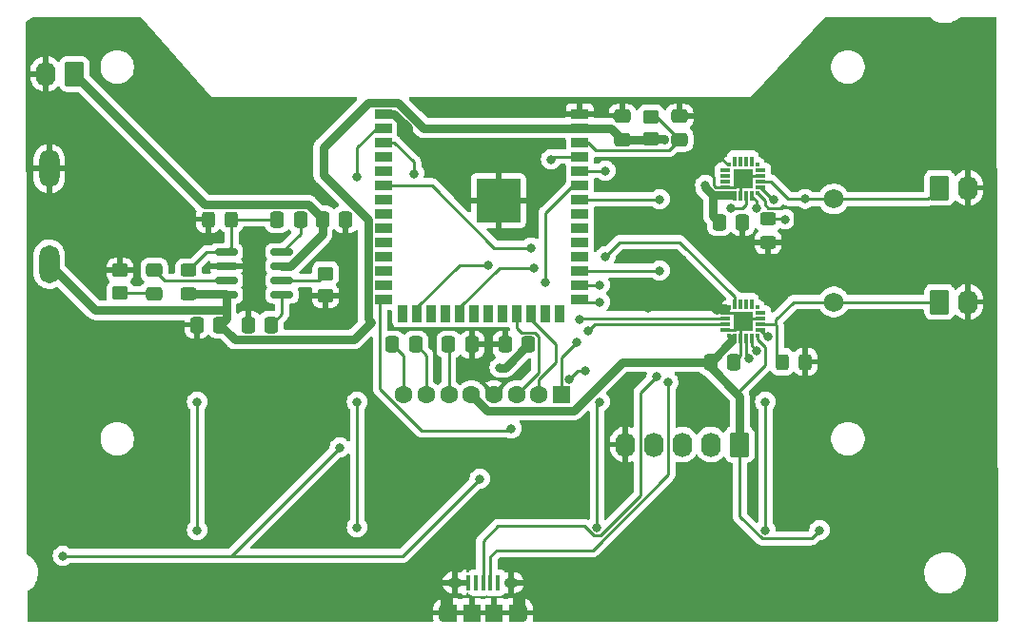
<source format=gbl>
G04 #@! TF.GenerationSoftware,KiCad,Pcbnew,(7.0.0)*
G04 #@! TF.CreationDate,2023-03-05T21:40:28-06:00*
G04 #@! TF.ProjectId,Phone_Audio_FM_Transmitter,50686f6e-655f-4417-9564-696f5f464d5f,1*
G04 #@! TF.SameCoordinates,Original*
G04 #@! TF.FileFunction,Copper,L2,Bot*
G04 #@! TF.FilePolarity,Positive*
%FSLAX46Y46*%
G04 Gerber Fmt 4.6, Leading zero omitted, Abs format (unit mm)*
G04 Created by KiCad (PCBNEW (7.0.0)) date 2023-03-05 21:40:28*
%MOMM*%
%LPD*%
G01*
G04 APERTURE LIST*
G04 Aperture macros list*
%AMRoundRect*
0 Rectangle with rounded corners*
0 $1 Rounding radius*
0 $2 $3 $4 $5 $6 $7 $8 $9 X,Y pos of 4 corners*
0 Add a 4 corners polygon primitive as box body*
4,1,4,$2,$3,$4,$5,$6,$7,$8,$9,$2,$3,0*
0 Add four circle primitives for the rounded corners*
1,1,$1+$1,$2,$3*
1,1,$1+$1,$4,$5*
1,1,$1+$1,$6,$7*
1,1,$1+$1,$8,$9*
0 Add four rect primitives between the rounded corners*
20,1,$1+$1,$2,$3,$4,$5,0*
20,1,$1+$1,$4,$5,$6,$7,0*
20,1,$1+$1,$6,$7,$8,$9,0*
20,1,$1+$1,$8,$9,$2,$3,0*%
%AMFreePoly0*
4,1,25,3.555000,-1.595000,1.645000,-1.595000,1.500000,-1.420000,1.360000,-1.280000,1.205000,-1.155000,1.035000,-1.045000,0.860000,-0.950000,0.675000,-0.875000,0.480000,-0.820000,0.280000,-0.780000,0.085000,-0.765000,-0.085000,-0.765000,-0.280000,-0.780000,-0.480000,-0.820000,-0.675000,-0.875000,-0.860000,-0.950000,-1.035000,-1.045000,-1.205000,-1.155000,-1.360000,-1.280000,-1.500000,-1.420000,
-1.645000,-1.595000,-3.555000,-1.595000,-3.555000,0.755000,3.555000,0.755000,3.555000,-1.595000,3.555000,-1.595000,$1*%
G04 Aperture macros list end*
G04 #@! TA.AperFunction,ComponentPad*
%ADD10RoundRect,0.250000X-0.620000X-0.845000X0.620000X-0.845000X0.620000X0.845000X-0.620000X0.845000X0*%
G04 #@! TD*
G04 #@! TA.AperFunction,ComponentPad*
%ADD11O,1.740000X2.190000*%
G04 #@! TD*
G04 #@! TA.AperFunction,ComponentPad*
%ADD12R,1.600000X1.600000*%
G04 #@! TD*
G04 #@! TA.AperFunction,ComponentPad*
%ADD13C,1.600000*%
G04 #@! TD*
G04 #@! TA.AperFunction,ComponentPad*
%ADD14O,1.800000X3.400000*%
G04 #@! TD*
G04 #@! TA.AperFunction,SMDPad,CuDef*
%ADD15RoundRect,0.250000X-0.475000X0.337500X-0.475000X-0.337500X0.475000X-0.337500X0.475000X0.337500X0*%
G04 #@! TD*
G04 #@! TA.AperFunction,SMDPad,CuDef*
%ADD16RoundRect,0.250000X-0.337500X-0.475000X0.337500X-0.475000X0.337500X0.475000X-0.337500X0.475000X0*%
G04 #@! TD*
G04 #@! TA.AperFunction,SMDPad,CuDef*
%ADD17RoundRect,0.250000X0.337500X0.475000X-0.337500X0.475000X-0.337500X-0.475000X0.337500X-0.475000X0*%
G04 #@! TD*
G04 #@! TA.AperFunction,SMDPad,CuDef*
%ADD18RoundRect,0.250000X-0.450000X0.350000X-0.450000X-0.350000X0.450000X-0.350000X0.450000X0.350000X0*%
G04 #@! TD*
G04 #@! TA.AperFunction,SMDPad,CuDef*
%ADD19RoundRect,0.250000X0.325000X0.450000X-0.325000X0.450000X-0.325000X-0.450000X0.325000X-0.450000X0*%
G04 #@! TD*
G04 #@! TA.AperFunction,SMDPad,CuDef*
%ADD20RoundRect,0.250000X-0.450000X0.325000X-0.450000X-0.325000X0.450000X-0.325000X0.450000X0.325000X0*%
G04 #@! TD*
G04 #@! TA.AperFunction,SMDPad,CuDef*
%ADD21R,0.400000X1.350000*%
G04 #@! TD*
G04 #@! TA.AperFunction,ComponentPad*
%ADD22O,0.890000X1.550000*%
G04 #@! TD*
G04 #@! TA.AperFunction,SMDPad,CuDef*
%ADD23R,1.200000X1.550000*%
G04 #@! TD*
G04 #@! TA.AperFunction,ComponentPad*
%ADD24O,1.250000X0.950000*%
G04 #@! TD*
G04 #@! TA.AperFunction,SMDPad,CuDef*
%ADD25R,1.500000X1.550000*%
G04 #@! TD*
G04 #@! TA.AperFunction,SMDPad,CuDef*
%ADD26C,1.730000*%
G04 #@! TD*
G04 #@! TA.AperFunction,SMDPad,CuDef*
%ADD27FreePoly0,180.000000*%
G04 #@! TD*
G04 #@! TA.AperFunction,SMDPad,CuDef*
%ADD28FreePoly0,0.000000*%
G04 #@! TD*
G04 #@! TA.AperFunction,ComponentPad*
%ADD29RoundRect,0.250000X0.620000X0.845000X-0.620000X0.845000X-0.620000X-0.845000X0.620000X-0.845000X0*%
G04 #@! TD*
G04 #@! TA.AperFunction,SMDPad,CuDef*
%ADD30R,0.300000X0.300000*%
G04 #@! TD*
G04 #@! TA.AperFunction,SMDPad,CuDef*
%ADD31R,0.900000X0.300000*%
G04 #@! TD*
G04 #@! TA.AperFunction,SMDPad,CuDef*
%ADD32R,0.300000X0.900000*%
G04 #@! TD*
G04 #@! TA.AperFunction,SMDPad,CuDef*
%ADD33R,1.800000X1.800000*%
G04 #@! TD*
G04 #@! TA.AperFunction,SMDPad,CuDef*
%ADD34R,1.500000X0.900000*%
G04 #@! TD*
G04 #@! TA.AperFunction,SMDPad,CuDef*
%ADD35R,0.900000X1.500000*%
G04 #@! TD*
G04 #@! TA.AperFunction,HeatsinkPad*
%ADD36C,0.600000*%
G04 #@! TD*
G04 #@! TA.AperFunction,SMDPad,CuDef*
%ADD37R,3.900000X3.900000*%
G04 #@! TD*
G04 #@! TA.AperFunction,SMDPad,CuDef*
%ADD38RoundRect,0.250000X0.450000X-0.325000X0.450000X0.325000X-0.450000X0.325000X-0.450000X-0.325000X0*%
G04 #@! TD*
G04 #@! TA.AperFunction,SMDPad,CuDef*
%ADD39RoundRect,0.250000X0.450000X-0.350000X0.450000X0.350000X-0.450000X0.350000X-0.450000X-0.350000X0*%
G04 #@! TD*
G04 #@! TA.AperFunction,SMDPad,CuDef*
%ADD40RoundRect,0.150000X0.825000X0.150000X-0.825000X0.150000X-0.825000X-0.150000X0.825000X-0.150000X0*%
G04 #@! TD*
G04 #@! TA.AperFunction,ViaPad*
%ADD41C,0.800000*%
G04 #@! TD*
G04 #@! TA.AperFunction,Conductor*
%ADD42C,0.254000*%
G04 #@! TD*
G04 #@! TA.AperFunction,Conductor*
%ADD43C,0.762000*%
G04 #@! TD*
G04 APERTURE END LIST*
D10*
X195580000Y-66040000D03*
D11*
X198119999Y-66039999D03*
D12*
X161939999Y-84479999D03*
D13*
X159940000Y-84480000D03*
X157940000Y-84480000D03*
X155940000Y-84480000D03*
X153940000Y-84480000D03*
X151940000Y-84480000D03*
X149940000Y-84480000D03*
X147940000Y-84480000D03*
D14*
X116389999Y-72829999D03*
X116389999Y-64329999D03*
D10*
X195580000Y-76200000D03*
D11*
X198119999Y-76199999D03*
D15*
X172466000Y-59668500D03*
X172466000Y-61743500D03*
D16*
X151925000Y-80000000D03*
X154000000Y-80000000D03*
D17*
X131593500Y-78232000D03*
X129518500Y-78232000D03*
D18*
X140970000Y-73660000D03*
X140970000Y-75660000D03*
D15*
X125730000Y-73363000D03*
X125730000Y-75438000D03*
D19*
X183651000Y-81534000D03*
X181601000Y-81534000D03*
X132597000Y-68834000D03*
X130547000Y-68834000D03*
D20*
X128778000Y-73397000D03*
X128778000Y-75447000D03*
D21*
X156279999Y-101185999D03*
X155629999Y-101185999D03*
X154979999Y-101185999D03*
X154329999Y-101185999D03*
X153679999Y-101185999D03*
D22*
X158479999Y-103885999D03*
D23*
X157879999Y-103885999D03*
D24*
X157479999Y-101185999D03*
D25*
X155979999Y-103885999D03*
X153979999Y-103885999D03*
D24*
X152479999Y-101185999D03*
D23*
X152079999Y-103885999D03*
D22*
X151479999Y-103885999D03*
D16*
X156925000Y-80000000D03*
X159000000Y-80000000D03*
D26*
X186182000Y-67030000D03*
D27*
X186182000Y-69830000D03*
D28*
X186182000Y-64230000D03*
D15*
X167386000Y-59668500D03*
X167386000Y-61743500D03*
D29*
X118618000Y-55900000D03*
D11*
X116077999Y-55899999D03*
D17*
X177313500Y-81534000D03*
X175238500Y-81534000D03*
D30*
X179361999Y-76669999D03*
D31*
X179661999Y-77169999D03*
X179661999Y-77669999D03*
X179661999Y-78169999D03*
X179661999Y-78669999D03*
D30*
X179361999Y-79169999D03*
D32*
X178861999Y-79469999D03*
X178361999Y-79469999D03*
X177861999Y-79469999D03*
X177361999Y-79469999D03*
D30*
X176861999Y-79169999D03*
D31*
X176561999Y-78669999D03*
X176561999Y-78169999D03*
X176561999Y-77669999D03*
X176561999Y-77169999D03*
D30*
X176861999Y-76669999D03*
D32*
X177361999Y-76369999D03*
X177861999Y-76369999D03*
X178361999Y-76369999D03*
X178861999Y-76369999D03*
D33*
X178111999Y-77919999D03*
D17*
X149000000Y-80000000D03*
X146925000Y-80000000D03*
D34*
X163589999Y-59459999D03*
X163589999Y-60729999D03*
X163589999Y-61999999D03*
X163589999Y-63269999D03*
X163589999Y-64539999D03*
X163589999Y-65809999D03*
X163589999Y-67079999D03*
X163589999Y-68349999D03*
X163589999Y-69619999D03*
X163589999Y-70889999D03*
X163589999Y-72159999D03*
X163589999Y-73429999D03*
X163589999Y-74699999D03*
X163589999Y-75969999D03*
D35*
X161824999Y-77219999D03*
X160554999Y-77219999D03*
X159284999Y-77219999D03*
X158014999Y-77219999D03*
X156744999Y-77219999D03*
X155474999Y-77219999D03*
X154204999Y-77219999D03*
X152934999Y-77219999D03*
X151664999Y-77219999D03*
X150394999Y-77219999D03*
X149124999Y-77219999D03*
X147854999Y-77219999D03*
D34*
X146089999Y-75969999D03*
X146089999Y-74699999D03*
X146089999Y-73429999D03*
X146089999Y-72159999D03*
X146089999Y-70889999D03*
X146089999Y-69619999D03*
X146089999Y-68349999D03*
X146089999Y-67079999D03*
X146089999Y-65809999D03*
X146089999Y-64539999D03*
X146089999Y-63269999D03*
X146089999Y-61999999D03*
X146089999Y-60729999D03*
X146089999Y-59459999D03*
D36*
X157740000Y-67880000D03*
X157740000Y-66480000D03*
X157040000Y-68580000D03*
X157040000Y-67180000D03*
X157040000Y-65780000D03*
X156340000Y-67880000D03*
D37*
X156339999Y-67179999D03*
D36*
X156340000Y-66480000D03*
X155640000Y-68580000D03*
X155640000Y-67180000D03*
X155640000Y-65780000D03*
X154940000Y-67880000D03*
X154940000Y-66480000D03*
D17*
X136144000Y-78232000D03*
X134069000Y-78232000D03*
D38*
X180340000Y-70875000D03*
X180340000Y-68825000D03*
D39*
X122682000Y-75400500D03*
X122682000Y-73400500D03*
D16*
X140673000Y-68834000D03*
X142748000Y-68834000D03*
D17*
X138727000Y-68834000D03*
X136652000Y-68834000D03*
D18*
X169926000Y-59706000D03*
X169926000Y-61706000D03*
D26*
X186182000Y-76200000D03*
D27*
X186182000Y-79000000D03*
D28*
X186182000Y-73400000D03*
D29*
X177800000Y-88900000D03*
D11*
X175259999Y-88899999D03*
X172719999Y-88899999D03*
X170179999Y-88899999D03*
X167639999Y-88899999D03*
D17*
X178075500Y-69088000D03*
X176000500Y-69088000D03*
D40*
X137095000Y-71755000D03*
X137095000Y-73025000D03*
X137095000Y-74295000D03*
X137095000Y-75565000D03*
X132145000Y-75565000D03*
X132145000Y-74295000D03*
X132145000Y-73025000D03*
X132145000Y-71755000D03*
D30*
X179361999Y-63969999D03*
D31*
X179661999Y-64469999D03*
X179661999Y-64969999D03*
X179661999Y-65469999D03*
X179661999Y-65969999D03*
D30*
X179361999Y-66469999D03*
D32*
X178861999Y-66769999D03*
X178361999Y-66769999D03*
X177861999Y-66769999D03*
X177361999Y-66769999D03*
D30*
X176861999Y-66469999D03*
D31*
X176561999Y-65969999D03*
X176561999Y-65469999D03*
X176561999Y-64969999D03*
X176561999Y-64469999D03*
D30*
X176861999Y-63969999D03*
D32*
X177361999Y-63669999D03*
X177861999Y-63669999D03*
X178361999Y-63669999D03*
X178861999Y-63669999D03*
D33*
X178111999Y-65219999D03*
D41*
X188214000Y-83820000D03*
X133858000Y-65278000D03*
X172720000Y-72390000D03*
X160274000Y-65786000D03*
X136906000Y-87884000D03*
X121412000Y-68326000D03*
X172720000Y-92710000D03*
X163068000Y-92202000D03*
X175260000Y-84836000D03*
X134620000Y-73406000D03*
X120142000Y-82804000D03*
X167894000Y-74930000D03*
X137160000Y-100584000D03*
X155448000Y-80010000D03*
X172720000Y-83058000D03*
X177546000Y-73152000D03*
X157480000Y-59182000D03*
X169164000Y-71882000D03*
X142240000Y-71628000D03*
X138430000Y-59436000D03*
X171958000Y-99822000D03*
X169672000Y-76708000D03*
X148336000Y-61468000D03*
X181102000Y-59182000D03*
X117602000Y-98806000D03*
X142240000Y-89154000D03*
X145034000Y-77978000D03*
X156464000Y-82042000D03*
X184912000Y-96520000D03*
X154686000Y-91948000D03*
X171141500Y-61722000D03*
X174752000Y-65786000D03*
X183642000Y-67030000D03*
X181864000Y-68834000D03*
X171450000Y-83312000D03*
X165354000Y-74676000D03*
X165354000Y-76200000D03*
X170434000Y-82804000D03*
X162666500Y-83065426D03*
X164084000Y-82296000D03*
X178617245Y-81224755D03*
X177038000Y-67818000D03*
X179324000Y-80518000D03*
X179324000Y-67818000D03*
X157480000Y-87478000D03*
X143764000Y-65024000D03*
X143764000Y-96266000D03*
X143764000Y-85090000D03*
X129540000Y-96520000D03*
X161036000Y-63500000D03*
X129540000Y-85090000D03*
X165354000Y-85090000D03*
X165100000Y-96266000D03*
X148844000Y-64770000D03*
X180086000Y-85090000D03*
X165862000Y-64516000D03*
X180086000Y-96520000D03*
X170688000Y-67056000D03*
X180848000Y-67056000D03*
X180340000Y-79248000D03*
X170688000Y-73406000D03*
X164338000Y-78740000D03*
X155448000Y-72898000D03*
X163576000Y-77724000D03*
X159512000Y-73152000D03*
X159258000Y-71374000D03*
X165862000Y-72136000D03*
X163322000Y-79756000D03*
X160528000Y-74422000D03*
D42*
X178362000Y-64970000D02*
X179662000Y-64970000D01*
X178112000Y-65220000D02*
X177862000Y-65470000D01*
X178112000Y-77920000D02*
X178362000Y-77670000D01*
D43*
X175761000Y-76955000D02*
X173990000Y-75184000D01*
D42*
X178112000Y-65220000D02*
X178362000Y-64970000D01*
X177862000Y-80985500D02*
X177313500Y-81534000D01*
X176777000Y-76955000D02*
X176562000Y-77170000D01*
X177362000Y-65970000D02*
X176562000Y-65970000D01*
X176746000Y-63970000D02*
X176276000Y-63500000D01*
X177385000Y-77193000D02*
X176585000Y-77193000D01*
D43*
X175761000Y-76955000D02*
X176008000Y-76708000D01*
D42*
X176862000Y-63970000D02*
X176746000Y-63970000D01*
X178112000Y-77920000D02*
X177385000Y-77193000D01*
X177862000Y-78170000D02*
X177862000Y-79470000D01*
X179362000Y-66470000D02*
X180051000Y-67159000D01*
X175698000Y-65970000D02*
X175514000Y-65786000D01*
X178362000Y-77670000D02*
X179662000Y-77670000D01*
X178112000Y-77920000D02*
X177362000Y-78670000D01*
D43*
X176008000Y-76708000D02*
X176530000Y-76708000D01*
D42*
X176862000Y-76870000D02*
X176777000Y-76955000D01*
X180051000Y-67159000D02*
X180051000Y-67529000D01*
X177862000Y-65470000D02*
X177862000Y-66770000D01*
X175514000Y-65786000D02*
X175514000Y-65024000D01*
X180051000Y-67529000D02*
X180340000Y-67818000D01*
D43*
X147091526Y-59460000D02*
X148336000Y-60704474D01*
D42*
X176862000Y-76670000D02*
X176862000Y-76870000D01*
X177362000Y-78670000D02*
X176562000Y-78670000D01*
X178112000Y-65220000D02*
X177362000Y-65970000D01*
X176585000Y-77193000D02*
X176562000Y-77170000D01*
X177862000Y-79470000D02*
X177862000Y-80985500D01*
D43*
X148336000Y-60704474D02*
X148336000Y-61468000D01*
D42*
X180340000Y-67818000D02*
X181610000Y-67818000D01*
D43*
X146090000Y-59460000D02*
X147091526Y-59460000D01*
D42*
X176562000Y-65970000D02*
X175698000Y-65970000D01*
X178112000Y-77920000D02*
X177862000Y-78170000D01*
D43*
X132145000Y-77680500D02*
X131593500Y-78232000D01*
X144759000Y-68857289D02*
X144759000Y-77703000D01*
X169926000Y-61706000D02*
X171125500Y-61706000D01*
X116390000Y-72830000D02*
X120486000Y-76926000D01*
X167386000Y-81534000D02*
X175238500Y-81534000D01*
D42*
X117602000Y-98806000D02*
X132588000Y-98806000D01*
D43*
X120486000Y-76926000D02*
X132109000Y-76926000D01*
X171125500Y-61706000D02*
X171141500Y-61722000D01*
X175427736Y-68515236D02*
X175427736Y-66701000D01*
X163059000Y-85861000D02*
X167386000Y-81534000D01*
X176000500Y-69088000D02*
X175427736Y-68515236D01*
X176784000Y-66701000D02*
X177131000Y-66701000D01*
X175260000Y-81534000D02*
X177131000Y-79663000D01*
X174752000Y-65786000D02*
X174752000Y-66025264D01*
D42*
X177800000Y-95262134D02*
X177800000Y-88900000D01*
X147828000Y-98806000D02*
X132588000Y-98806000D01*
D43*
X132109000Y-76926000D02*
X132145000Y-76962000D01*
X159000000Y-80000000D02*
X156958000Y-82042000D01*
X143474000Y-79538000D02*
X132899500Y-79538000D01*
X175238500Y-81534000D02*
X175238500Y-82020500D01*
D42*
X184185000Y-97247000D02*
X179784866Y-97247000D01*
D43*
X149722000Y-60730000D02*
X147412000Y-58420000D01*
X175238500Y-81534000D02*
X175260000Y-81534000D01*
D42*
X132588000Y-98806000D02*
X142240000Y-89154000D01*
D43*
X177131000Y-79663000D02*
X177131000Y-79470000D01*
X156958000Y-82042000D02*
X156464000Y-82042000D01*
X166372500Y-60730000D02*
X167386000Y-61743500D01*
X175238500Y-82020500D02*
X177546000Y-84328000D01*
X169888500Y-61743500D02*
X169926000Y-61706000D01*
X177546000Y-84328000D02*
X177800000Y-84582000D01*
X145034000Y-77978000D02*
X143474000Y-79538000D01*
X132027000Y-75447000D02*
X132145000Y-75565000D01*
X163590000Y-60730000D02*
X166372500Y-60730000D01*
D42*
X179362000Y-79527866D02*
X180051000Y-80216866D01*
D43*
X174752000Y-66025264D02*
X175427736Y-66701000D01*
X167386000Y-61743500D02*
X169888500Y-61743500D01*
X163590000Y-60730000D02*
X149722000Y-60730000D01*
X140769185Y-62418815D02*
X140769185Y-64867474D01*
X144759000Y-77703000D02*
X145034000Y-77978000D01*
X132145000Y-76962000D02*
X132145000Y-77680500D01*
X132899500Y-79538000D02*
X131593500Y-78232000D01*
X140769185Y-64867474D02*
X144759000Y-68857289D01*
X177800000Y-84582000D02*
X177800000Y-88900000D01*
D42*
X179784866Y-97247000D02*
X177800000Y-95262134D01*
D43*
X153940000Y-84480000D02*
X155321000Y-85861000D01*
D42*
X180051000Y-80216866D02*
X180051000Y-81823000D01*
X184912000Y-96520000D02*
X184185000Y-97247000D01*
D43*
X155321000Y-85861000D02*
X163059000Y-85861000D01*
X147412000Y-58420000D02*
X144768000Y-58420000D01*
D42*
X154686000Y-91948000D02*
X147828000Y-98806000D01*
D43*
X128778000Y-75447000D02*
X132027000Y-75447000D01*
D42*
X179362000Y-79170000D02*
X179362000Y-79527866D01*
X180051000Y-81823000D02*
X177546000Y-84328000D01*
D43*
X132145000Y-75565000D02*
X132145000Y-76962000D01*
X175427736Y-66701000D02*
X176784000Y-66701000D01*
X144768000Y-58420000D02*
X140769185Y-62418815D01*
D42*
X169926000Y-59706000D02*
X170428500Y-59706000D01*
X171551500Y-62658000D02*
X165020000Y-62658000D01*
X172466000Y-61743500D02*
X171551500Y-62658000D01*
X165020000Y-62658000D02*
X164362000Y-62000000D01*
X164362000Y-62000000D02*
X163590000Y-62000000D01*
X170428500Y-59706000D02*
X172466000Y-61743500D01*
X151925000Y-80000000D02*
X151940000Y-80015000D01*
X151940000Y-80015000D02*
X151940000Y-84480000D01*
X149000000Y-80000000D02*
X149940000Y-80940000D01*
X149940000Y-80940000D02*
X149940000Y-84480000D01*
X147940000Y-81015000D02*
X147940000Y-84480000D01*
X146925000Y-80000000D02*
X147940000Y-81015000D01*
X132141000Y-74299000D02*
X132145000Y-74295000D01*
X125730000Y-73363000D02*
X126666000Y-74299000D01*
X126666000Y-74299000D02*
X132141000Y-74299000D01*
X125692500Y-75400500D02*
X125730000Y-75438000D01*
X122682000Y-75400500D02*
X125692500Y-75400500D01*
D43*
X140673000Y-68792289D02*
X140673000Y-68834000D01*
X130246000Y-67528000D02*
X139408711Y-67528000D01*
D42*
X137474580Y-73025000D02*
X137095000Y-73025000D01*
D43*
X118618000Y-55900000D02*
X130246000Y-67528000D01*
X140673000Y-68834000D02*
X140673000Y-70185790D01*
X139408711Y-67528000D02*
X140673000Y-68792289D01*
X140673000Y-70185790D02*
X137833790Y-73025000D01*
X137833790Y-73025000D02*
X137095000Y-73025000D01*
D42*
X137095000Y-77281000D02*
X136144000Y-78232000D01*
X137095000Y-75565000D02*
X137095000Y-77281000D01*
X138727000Y-68834000D02*
X138727000Y-70123000D01*
X138727000Y-70123000D02*
X137095000Y-71755000D01*
X132597000Y-71303000D02*
X132145000Y-71755000D01*
X128778000Y-73397000D02*
X130420000Y-71755000D01*
X132597000Y-68834000D02*
X136652000Y-68834000D01*
X130420000Y-71755000D02*
X132145000Y-71755000D01*
X132597000Y-68834000D02*
X132597000Y-71303000D01*
X183642000Y-67030000D02*
X185420000Y-67030000D01*
X195580000Y-66040000D02*
X194590000Y-67030000D01*
X180575000Y-65470000D02*
X182135000Y-67030000D01*
X181855000Y-68825000D02*
X181864000Y-68834000D01*
X179662000Y-65470000D02*
X180575000Y-65470000D01*
X194590000Y-67030000D02*
X186182000Y-67030000D01*
X180340000Y-68825000D02*
X181855000Y-68825000D01*
X182135000Y-67030000D02*
X183642000Y-67030000D01*
X181601000Y-81534000D02*
X181102000Y-81035000D01*
X181040000Y-78170000D02*
X179662000Y-78170000D01*
X195580000Y-76200000D02*
X186182000Y-76200000D01*
X181040000Y-78170000D02*
X181040000Y-77767550D01*
X182607550Y-76200000D02*
X185420000Y-76200000D01*
X181102000Y-81035000D02*
X181102000Y-78232000D01*
X181040000Y-77767550D02*
X182607550Y-76200000D01*
X181102000Y-78232000D02*
X181040000Y-78170000D01*
X163614000Y-74676000D02*
X163590000Y-74700000D01*
X155630000Y-101186000D02*
X155630000Y-98878000D01*
X171450000Y-91586186D02*
X171450000Y-83312000D01*
X156206000Y-98302000D02*
X164734186Y-98302000D01*
X164734186Y-98302000D02*
X171450000Y-91586186D01*
X165354000Y-74676000D02*
X163614000Y-74676000D01*
X155630000Y-98878000D02*
X156206000Y-98302000D01*
X165354000Y-76200000D02*
X163820000Y-76200000D01*
X154980000Y-97496000D02*
X156306866Y-96169134D01*
X163820000Y-76200000D02*
X163590000Y-75970000D01*
X168983000Y-84255000D02*
X170434000Y-82804000D01*
X164798866Y-96993000D02*
X165401134Y-96993000D01*
X165401134Y-96993000D02*
X168983000Y-93411134D01*
X163975000Y-96169134D02*
X164798866Y-96993000D01*
X154980000Y-101186000D02*
X154980000Y-97496000D01*
X168983000Y-93411134D02*
X168983000Y-84255000D01*
X156306866Y-96169134D02*
X163975000Y-96169134D01*
X158015000Y-77220000D02*
X158015000Y-78539501D01*
X159576501Y-78948000D02*
X159914500Y-79285999D01*
X158423499Y-78948000D02*
X159576501Y-78948000D01*
X178068000Y-67818000D02*
X177038000Y-67818000D01*
X163435926Y-82296000D02*
X162666500Y-83065426D01*
X178362000Y-66770000D02*
X178362000Y-67524000D01*
X164084000Y-82296000D02*
X163435926Y-82296000D01*
X178617245Y-81224755D02*
X178362000Y-80969510D01*
X158015000Y-78539501D02*
X158423499Y-78948000D01*
X178362000Y-67524000D02*
X178068000Y-67818000D01*
X159914500Y-82505500D02*
X157940000Y-84480000D01*
X159914500Y-79285999D02*
X159914500Y-82505500D01*
X178362000Y-80969510D02*
X178362000Y-79470000D01*
X161486000Y-80005000D02*
X159285000Y-77804000D01*
X179324000Y-67232000D02*
X178862000Y-66770000D01*
X179324000Y-67818000D02*
X179324000Y-67232000D01*
X159285000Y-77804000D02*
X159285000Y-77220000D01*
X178862000Y-79470000D02*
X178862000Y-80056000D01*
X159940000Y-84480000D02*
X159940000Y-83122052D01*
X178862000Y-80056000D02*
X179324000Y-80518000D01*
X159940000Y-83122052D02*
X161486000Y-81576052D01*
X161486000Y-81576052D02*
X161486000Y-80005000D01*
X157328000Y-87630000D02*
X149496181Y-87630000D01*
X149496181Y-87630000D02*
X145796000Y-83929819D01*
X145796000Y-76264000D02*
X146090000Y-75970000D01*
X145796000Y-83929819D02*
X145796000Y-76264000D01*
X157480000Y-87478000D02*
X157328000Y-87630000D01*
X143764000Y-65024000D02*
X143764000Y-62472000D01*
X143764000Y-96266000D02*
X143764000Y-85090000D01*
X143764000Y-62472000D02*
X145506000Y-60730000D01*
X145506000Y-60730000D02*
X146090000Y-60730000D01*
X129540000Y-96520000D02*
X129540000Y-85090000D01*
X161036000Y-63500000D02*
X161266000Y-63270000D01*
X161266000Y-63270000D02*
X163590000Y-63270000D01*
X148844000Y-63750000D02*
X147094000Y-62000000D01*
X165100000Y-85344000D02*
X165354000Y-85090000D01*
X147094000Y-62000000D02*
X146090000Y-62000000D01*
X165100000Y-96266000D02*
X165100000Y-85344000D01*
X148844000Y-64770000D02*
X148844000Y-63750000D01*
X163614000Y-64516000D02*
X163590000Y-64540000D01*
X165862000Y-64516000D02*
X163614000Y-64516000D01*
X180086000Y-96520000D02*
X180086000Y-85090000D01*
X137095000Y-74295000D02*
X140335000Y-74295000D01*
X140335000Y-74295000D02*
X140970000Y-73660000D01*
X163590000Y-67080000D02*
X164576000Y-67080000D01*
X164576000Y-67080000D02*
X164600000Y-67056000D01*
X180848000Y-67056000D02*
X180748000Y-67056000D01*
X164600000Y-67056000D02*
X170688000Y-67056000D01*
X180748000Y-67056000D02*
X179662000Y-65970000D01*
X180340000Y-79248000D02*
X180240000Y-79248000D01*
X170664000Y-73430000D02*
X170688000Y-73406000D01*
X180240000Y-79248000D02*
X179662000Y-78670000D01*
X163590000Y-73430000D02*
X170664000Y-73430000D01*
X155448000Y-72898000D02*
X152863000Y-72898000D01*
X176562000Y-78170000D02*
X164908000Y-78170000D01*
X149125000Y-76636000D02*
X149125000Y-77220000D01*
X152863000Y-72898000D02*
X149125000Y-76636000D01*
X164908000Y-78170000D02*
X164338000Y-78740000D01*
X159512000Y-73152000D02*
X156419000Y-73152000D01*
X163630000Y-77670000D02*
X163576000Y-77724000D01*
X152935000Y-76636000D02*
X152935000Y-77220000D01*
X156419000Y-73152000D02*
X152935000Y-76636000D01*
X176562000Y-77670000D02*
X163630000Y-77670000D01*
X165862000Y-72136000D02*
X167132000Y-70866000D01*
X167132000Y-70866000D02*
X172466000Y-70866000D01*
X155980000Y-71374000D02*
X159258000Y-71374000D01*
X146090000Y-65810000D02*
X150416000Y-65810000D01*
X172466000Y-70866000D02*
X177362000Y-75762000D01*
X177362000Y-75762000D02*
X177362000Y-76370000D01*
X150416000Y-65810000D02*
X155980000Y-71374000D01*
X163590000Y-65810000D02*
X163006000Y-65810000D01*
X163322000Y-79756000D02*
X161940000Y-81138000D01*
X163006000Y-65810000D02*
X160528000Y-68288000D01*
X161940000Y-81138000D02*
X161940000Y-84480000D01*
X160528000Y-68288000D02*
X160528000Y-74422000D01*
G04 #@! TA.AperFunction,Conductor*
G36*
X124455123Y-50810869D02*
G01*
X124496990Y-50841570D01*
X130840000Y-57970000D01*
X143672009Y-57970000D01*
X143728304Y-57983515D01*
X143772327Y-58021115D01*
X143794482Y-58074602D01*
X143789940Y-58132318D01*
X143759690Y-58181681D01*
X140174781Y-61766588D01*
X140167378Y-61773413D01*
X140130572Y-61804676D01*
X140130558Y-61804690D01*
X140125446Y-61809033D01*
X140121383Y-61814377D01*
X140121377Y-61814384D01*
X140075651Y-61874536D01*
X140073598Y-61877162D01*
X140022069Y-61941268D01*
X140019082Y-61947288D01*
X140016188Y-61951817D01*
X140013472Y-61956330D01*
X140009411Y-61961674D01*
X140006591Y-61967768D01*
X140006591Y-61967769D01*
X139974873Y-62036325D01*
X139973423Y-62039349D01*
X139939867Y-62107011D01*
X139939862Y-62107022D01*
X139936878Y-62113041D01*
X139935255Y-62119562D01*
X139933407Y-62124595D01*
X139931720Y-62129601D01*
X139928903Y-62135691D01*
X139927461Y-62142239D01*
X139927459Y-62142247D01*
X139911218Y-62216030D01*
X139910452Y-62219297D01*
X139893272Y-62288383D01*
X139890604Y-62299111D01*
X139890421Y-62305828D01*
X139889702Y-62311112D01*
X139889128Y-62316386D01*
X139887685Y-62322946D01*
X139887685Y-62329665D01*
X139887685Y-62405172D01*
X139887639Y-62408530D01*
X139885412Y-62490779D01*
X139886679Y-62497387D01*
X139887225Y-62504078D01*
X139886707Y-62504120D01*
X139887685Y-62514412D01*
X139887685Y-64826602D01*
X139887276Y-64836666D01*
X139883357Y-64884780D01*
X139883357Y-64884789D01*
X139882812Y-64891485D01*
X139883719Y-64898149D01*
X139883720Y-64898151D01*
X139893918Y-64973009D01*
X139894326Y-64976338D01*
X139899145Y-65020647D01*
X139903218Y-65058088D01*
X139905360Y-65064449D01*
X139906515Y-65069694D01*
X139907789Y-65074815D01*
X139908696Y-65081468D01*
X139911012Y-65087774D01*
X139911015Y-65087783D01*
X139937077Y-65158721D01*
X139938189Y-65161878D01*
X139964440Y-65239789D01*
X139967905Y-65245549D01*
X139970141Y-65250382D01*
X139972499Y-65255136D01*
X139974817Y-65261444D01*
X139978435Y-65267105D01*
X139978436Y-65267106D01*
X140019105Y-65330733D01*
X140020874Y-65333584D01*
X140023758Y-65338377D01*
X140063291Y-65404081D01*
X140067913Y-65408961D01*
X140071120Y-65413179D01*
X140074459Y-65417333D01*
X140078081Y-65422999D01*
X140082837Y-65427755D01*
X140136224Y-65481142D01*
X140138566Y-65483548D01*
X140195149Y-65543282D01*
X140200715Y-65547056D01*
X140205839Y-65551408D01*
X140205500Y-65551806D01*
X140213471Y-65558389D01*
X142129334Y-67474253D01*
X142159913Y-67524645D01*
X142163770Y-67583463D01*
X142140032Y-67637417D01*
X142094063Y-67674314D01*
X142085234Y-67678431D01*
X141948305Y-67762890D01*
X141937044Y-67771794D01*
X141823294Y-67885544D01*
X141809910Y-67902471D01*
X141808386Y-67901266D01*
X141771212Y-67936844D01*
X141710781Y-67952559D01*
X141650353Y-67936832D01*
X141612936Y-67901008D01*
X141611484Y-67902157D01*
X141607002Y-67896488D01*
X141603212Y-67890344D01*
X141479156Y-67766288D01*
X141473015Y-67762500D01*
X141473011Y-67762497D01*
X141335980Y-67677977D01*
X141329834Y-67674186D01*
X141322241Y-67671670D01*
X141169725Y-67621131D01*
X141169724Y-67621130D01*
X141163297Y-67619001D01*
X141156564Y-67618313D01*
X141156559Y-67618312D01*
X141063640Y-67608819D01*
X141063623Y-67608818D01*
X141060509Y-67608500D01*
X141057360Y-67608500D01*
X140787202Y-67608500D01*
X140739749Y-67599061D01*
X140699521Y-67572181D01*
X140060932Y-66933592D01*
X140054104Y-66926186D01*
X140018493Y-66884261D01*
X139952986Y-66834464D01*
X139950355Y-66832407D01*
X139924309Y-66811471D01*
X139886258Y-66780884D01*
X139880233Y-66777896D01*
X139875731Y-66775018D01*
X139871203Y-66772294D01*
X139865852Y-66768226D01*
X139791184Y-66733681D01*
X139788180Y-66732242D01*
X139714485Y-66695693D01*
X139707969Y-66694072D01*
X139702998Y-66692246D01*
X139697934Y-66690539D01*
X139691835Y-66687718D01*
X139685274Y-66686273D01*
X139685263Y-66686270D01*
X139611501Y-66670033D01*
X139608236Y-66669268D01*
X139534941Y-66651041D01*
X139534932Y-66651039D01*
X139528415Y-66649419D01*
X139521700Y-66649236D01*
X139516402Y-66648515D01*
X139511133Y-66647942D01*
X139504580Y-66646500D01*
X139497862Y-66646500D01*
X139422354Y-66646500D01*
X139418996Y-66646455D01*
X139343468Y-66644409D01*
X139336747Y-66644227D01*
X139330139Y-66645494D01*
X139323448Y-66646040D01*
X139323405Y-66645522D01*
X139313114Y-66646500D01*
X130662491Y-66646500D01*
X130615038Y-66637061D01*
X130574810Y-66610181D01*
X120024818Y-56060189D01*
X119997938Y-56019961D01*
X119988499Y-55972508D01*
X119988499Y-55404335D01*
X120939500Y-55404335D01*
X120940343Y-55409387D01*
X120940344Y-55409398D01*
X120977769Y-55633674D01*
X120980429Y-55649614D01*
X120982093Y-55654461D01*
X120982094Y-55654465D01*
X121059507Y-55879962D01*
X121059510Y-55879969D01*
X121061172Y-55884810D01*
X121063607Y-55889310D01*
X121063610Y-55889316D01*
X121156082Y-56060189D01*
X121179526Y-56103509D01*
X121332262Y-56299744D01*
X121336029Y-56303211D01*
X121336032Y-56303215D01*
X121389153Y-56352116D01*
X121515215Y-56468164D01*
X121614057Y-56532740D01*
X121719099Y-56601368D01*
X121719102Y-56601369D01*
X121723393Y-56604173D01*
X121951119Y-56704063D01*
X122192179Y-56765108D01*
X122377933Y-56780500D01*
X122499497Y-56780500D01*
X122502067Y-56780500D01*
X122687821Y-56765108D01*
X122928881Y-56704063D01*
X123156607Y-56604173D01*
X123364785Y-56468164D01*
X123547738Y-56299744D01*
X123700474Y-56103509D01*
X123818828Y-55884810D01*
X123899571Y-55649614D01*
X123940500Y-55404335D01*
X123940500Y-55155665D01*
X123899571Y-54910386D01*
X123818828Y-54675190D01*
X123700474Y-54456491D01*
X123547738Y-54260256D01*
X123543970Y-54256787D01*
X123543967Y-54256784D01*
X123368560Y-54095311D01*
X123368559Y-54095310D01*
X123364785Y-54091836D01*
X123356885Y-54086675D01*
X123160900Y-53958631D01*
X123160893Y-53958627D01*
X123156607Y-53955827D01*
X123151916Y-53953769D01*
X123151910Y-53953766D01*
X122933577Y-53857997D01*
X122933578Y-53857997D01*
X122928881Y-53855937D01*
X122923911Y-53854678D01*
X122923910Y-53854678D01*
X122692795Y-53796151D01*
X122692788Y-53796149D01*
X122687821Y-53794892D01*
X122682709Y-53794468D01*
X122682701Y-53794467D01*
X122504633Y-53779712D01*
X122504617Y-53779711D01*
X122502067Y-53779500D01*
X122377933Y-53779500D01*
X122375383Y-53779711D01*
X122375366Y-53779712D01*
X122197298Y-53794467D01*
X122197288Y-53794468D01*
X122192179Y-53794892D01*
X122187213Y-53796149D01*
X122187204Y-53796151D01*
X121956089Y-53854678D01*
X121956084Y-53854679D01*
X121951119Y-53855937D01*
X121946425Y-53857995D01*
X121946422Y-53857997D01*
X121728089Y-53953766D01*
X121728077Y-53953772D01*
X121723393Y-53955827D01*
X121719111Y-53958624D01*
X121719099Y-53958631D01*
X121519512Y-54089028D01*
X121519506Y-54089031D01*
X121515215Y-54091836D01*
X121511446Y-54095305D01*
X121511439Y-54095311D01*
X121336032Y-54256784D01*
X121336023Y-54256793D01*
X121332262Y-54260256D01*
X121329113Y-54264301D01*
X121329111Y-54264304D01*
X121182678Y-54452440D01*
X121182672Y-54452448D01*
X121179526Y-54456491D01*
X121177088Y-54460995D01*
X121177084Y-54461002D01*
X121063610Y-54670683D01*
X121063605Y-54670693D01*
X121061172Y-54675190D01*
X121059511Y-54680026D01*
X121059507Y-54680037D01*
X120982094Y-54905534D01*
X120982092Y-54905541D01*
X120980429Y-54910386D01*
X120979585Y-54915441D01*
X120979585Y-54915443D01*
X120940344Y-55150601D01*
X120940343Y-55150613D01*
X120939500Y-55155665D01*
X120939500Y-55404335D01*
X119988499Y-55404335D01*
X119988499Y-55008141D01*
X119988499Y-55004992D01*
X119977999Y-54902203D01*
X119922814Y-54735666D01*
X119830712Y-54586344D01*
X119706656Y-54462288D01*
X119700515Y-54458500D01*
X119700511Y-54458497D01*
X119563480Y-54373977D01*
X119557334Y-54370186D01*
X119533475Y-54362280D01*
X119397225Y-54317131D01*
X119397224Y-54317130D01*
X119390797Y-54315001D01*
X119384064Y-54314313D01*
X119384059Y-54314312D01*
X119291140Y-54304819D01*
X119291123Y-54304818D01*
X119288009Y-54304500D01*
X119284860Y-54304500D01*
X117951140Y-54304500D01*
X117951120Y-54304500D01*
X117947992Y-54304501D01*
X117944860Y-54304820D01*
X117944858Y-54304821D01*
X117851938Y-54314312D01*
X117851928Y-54314313D01*
X117845203Y-54315001D01*
X117838781Y-54317128D01*
X117838776Y-54317130D01*
X117685521Y-54367914D01*
X117685517Y-54367915D01*
X117678666Y-54370186D01*
X117672522Y-54373975D01*
X117672519Y-54373977D01*
X117535488Y-54458497D01*
X117535480Y-54458503D01*
X117529344Y-54462288D01*
X117524242Y-54467389D01*
X117524238Y-54467393D01*
X117410393Y-54581238D01*
X117410389Y-54581242D01*
X117405288Y-54586344D01*
X117401503Y-54592480D01*
X117401497Y-54592488D01*
X117316976Y-54729520D01*
X117316973Y-54729525D01*
X117313186Y-54735666D01*
X117311732Y-54740053D01*
X117275101Y-54785446D01*
X117220373Y-54809008D01*
X117160973Y-54804322D01*
X117110616Y-54772470D01*
X116990034Y-54646657D01*
X116982169Y-54639734D01*
X116803124Y-54507313D01*
X116794201Y-54501818D01*
X116595362Y-54401567D01*
X116585625Y-54397654D01*
X116372706Y-54332448D01*
X116362452Y-54330238D01*
X116345520Y-54328070D01*
X116331861Y-54330214D01*
X116328000Y-54343491D01*
X116328000Y-57458699D01*
X116330455Y-57469534D01*
X116341564Y-57469652D01*
X116475469Y-57440793D01*
X116485507Y-57437719D01*
X116692124Y-57354693D01*
X116701488Y-57349972D01*
X116891113Y-57233216D01*
X116899543Y-57226981D01*
X117066699Y-57079864D01*
X117073962Y-57072287D01*
X117103684Y-57035477D01*
X117153588Y-56998455D01*
X117215186Y-56990290D01*
X117273011Y-57013032D01*
X117311755Y-57060016D01*
X117313186Y-57064334D01*
X117316973Y-57070473D01*
X117316975Y-57070478D01*
X117401497Y-57207511D01*
X117401500Y-57207515D01*
X117405288Y-57213656D01*
X117529344Y-57337712D01*
X117535485Y-57341500D01*
X117535488Y-57341502D01*
X117592558Y-57376702D01*
X117678666Y-57429814D01*
X117845203Y-57484999D01*
X117947991Y-57495500D01*
X118915508Y-57495499D01*
X118962961Y-57504938D01*
X119003189Y-57531818D01*
X129483212Y-68011841D01*
X129516189Y-68070925D01*
X129513237Y-68138525D01*
X129484625Y-68224871D01*
X129481805Y-68238041D01*
X129472319Y-68330890D01*
X129472000Y-68337168D01*
X129472000Y-68567674D01*
X129475450Y-68580549D01*
X129488326Y-68584000D01*
X130673000Y-68584000D01*
X130735000Y-68600613D01*
X130780387Y-68646000D01*
X130797000Y-68708000D01*
X130797000Y-70017673D01*
X130800450Y-70030548D01*
X130813326Y-70033999D01*
X130918829Y-70033999D01*
X130925111Y-70033678D01*
X131017959Y-70024194D01*
X131031122Y-70021376D01*
X131184267Y-69970629D01*
X131197266Y-69964567D01*
X131334194Y-69880109D01*
X131345455Y-69871205D01*
X131459205Y-69757455D01*
X131472590Y-69740529D01*
X131474119Y-69741738D01*
X131511253Y-69706174D01*
X131571689Y-69690440D01*
X131632129Y-69706157D01*
X131669564Y-69741990D01*
X131671016Y-69740843D01*
X131675498Y-69746511D01*
X131679288Y-69752656D01*
X131803344Y-69876712D01*
X131905351Y-69939630D01*
X131910596Y-69942865D01*
X131953777Y-69987972D01*
X131969500Y-70048404D01*
X131969500Y-70830500D01*
X131952887Y-70892500D01*
X131907500Y-70937887D01*
X131845500Y-70954500D01*
X131254306Y-70954500D01*
X131251886Y-70954690D01*
X131251871Y-70954691D01*
X131223748Y-70956904D01*
X131223739Y-70956905D01*
X131217431Y-70957402D01*
X131211351Y-70959168D01*
X131211342Y-70959170D01*
X131067094Y-71001079D01*
X131067091Y-71001080D01*
X131059602Y-71003256D01*
X131052891Y-71007224D01*
X131052886Y-71007227D01*
X130924851Y-71082946D01*
X130924844Y-71082950D01*
X130918135Y-71086919D01*
X130912618Y-71092435D01*
X130906455Y-71097217D01*
X130905903Y-71096506D01*
X130873645Y-71118061D01*
X130826192Y-71127500D01*
X130498045Y-71127500D01*
X130486933Y-71126976D01*
X130479523Y-71125320D01*
X130471724Y-71125565D01*
X130412082Y-71127439D01*
X130408188Y-71127500D01*
X130380524Y-71127500D01*
X130376671Y-71127986D01*
X130376662Y-71127987D01*
X130376508Y-71128007D01*
X130364885Y-71128921D01*
X130328852Y-71130053D01*
X130328844Y-71130054D01*
X130321058Y-71130299D01*
X130313573Y-71132473D01*
X130313569Y-71132474D01*
X130301718Y-71135917D01*
X130282680Y-71139859D01*
X130270450Y-71141404D01*
X130270437Y-71141407D01*
X130262707Y-71142384D01*
X130255461Y-71145252D01*
X130255452Y-71145255D01*
X130221950Y-71158519D01*
X130210906Y-71162300D01*
X130176305Y-71172353D01*
X130176297Y-71172356D01*
X130168809Y-71174532D01*
X130162097Y-71178501D01*
X130162093Y-71178503D01*
X130151481Y-71184779D01*
X130134019Y-71193333D01*
X130122551Y-71197873D01*
X130122538Y-71197879D01*
X130115297Y-71200747D01*
X130108992Y-71205327D01*
X130108984Y-71205332D01*
X130079834Y-71226510D01*
X130070078Y-71232919D01*
X130046559Y-71246829D01*
X130032344Y-71255236D01*
X130026828Y-71260750D01*
X130026821Y-71260757D01*
X130018100Y-71269478D01*
X130003318Y-71282104D01*
X129993343Y-71289352D01*
X129987033Y-71293937D01*
X129982066Y-71299939D01*
X129982055Y-71299951D01*
X129959094Y-71327706D01*
X129951234Y-71336344D01*
X129002398Y-72285181D01*
X128962170Y-72312061D01*
X128914717Y-72321500D01*
X128281141Y-72321500D01*
X128281121Y-72321500D01*
X128277992Y-72321501D01*
X128274860Y-72321820D01*
X128274858Y-72321821D01*
X128181938Y-72331312D01*
X128181928Y-72331313D01*
X128175203Y-72332001D01*
X128168781Y-72334128D01*
X128168776Y-72334130D01*
X128015521Y-72384914D01*
X128015517Y-72384915D01*
X128008666Y-72387186D01*
X128002522Y-72390975D01*
X128002519Y-72390977D01*
X127865488Y-72475497D01*
X127865480Y-72475503D01*
X127859344Y-72479288D01*
X127854242Y-72484389D01*
X127854238Y-72484393D01*
X127740393Y-72598238D01*
X127740389Y-72598242D01*
X127735288Y-72603344D01*
X127731503Y-72609480D01*
X127731497Y-72609488D01*
X127646977Y-72746519D01*
X127643186Y-72752666D01*
X127640915Y-72759517D01*
X127640914Y-72759521D01*
X127590131Y-72912774D01*
X127588001Y-72919203D01*
X127587313Y-72925933D01*
X127587312Y-72925940D01*
X127577819Y-73018859D01*
X127577818Y-73018877D01*
X127577500Y-73021991D01*
X127577500Y-73025138D01*
X127577500Y-73025139D01*
X127577501Y-73547500D01*
X127560888Y-73609500D01*
X127515501Y-73654887D01*
X127453501Y-73671500D01*
X127079500Y-73671500D01*
X127017500Y-73654887D01*
X126972113Y-73609500D01*
X126955500Y-73547500D01*
X126955499Y-72978641D01*
X126955499Y-72978639D01*
X126955499Y-72975492D01*
X126944999Y-72872703D01*
X126889814Y-72706166D01*
X126817117Y-72588305D01*
X126801502Y-72562988D01*
X126801500Y-72562985D01*
X126797712Y-72556844D01*
X126673656Y-72432788D01*
X126667515Y-72429000D01*
X126667511Y-72428997D01*
X126530480Y-72344477D01*
X126524334Y-72340686D01*
X126504549Y-72334130D01*
X126364225Y-72287631D01*
X126364224Y-72287630D01*
X126357797Y-72285501D01*
X126351064Y-72284813D01*
X126351059Y-72284812D01*
X126258140Y-72275319D01*
X126258123Y-72275318D01*
X126255009Y-72275000D01*
X126251860Y-72275000D01*
X125208140Y-72275000D01*
X125208120Y-72275000D01*
X125204992Y-72275001D01*
X125201860Y-72275320D01*
X125201858Y-72275321D01*
X125108938Y-72284812D01*
X125108928Y-72284813D01*
X125102203Y-72285501D01*
X125095781Y-72287628D01*
X125095776Y-72287630D01*
X124942521Y-72338414D01*
X124942517Y-72338415D01*
X124935666Y-72340686D01*
X124929522Y-72344475D01*
X124929519Y-72344477D01*
X124792488Y-72428997D01*
X124792480Y-72429003D01*
X124786344Y-72432788D01*
X124781242Y-72437889D01*
X124781238Y-72437893D01*
X124667393Y-72551738D01*
X124667389Y-72551742D01*
X124662288Y-72556844D01*
X124658503Y-72562980D01*
X124658497Y-72562988D01*
X124573977Y-72700019D01*
X124570186Y-72706166D01*
X124567915Y-72713017D01*
X124567914Y-72713021D01*
X124525392Y-72841344D01*
X124515001Y-72872703D01*
X124514313Y-72879433D01*
X124514312Y-72879440D01*
X124504819Y-72972359D01*
X124504818Y-72972377D01*
X124504500Y-72975491D01*
X124504500Y-72978638D01*
X124504500Y-72978639D01*
X124504500Y-73747358D01*
X124504500Y-73747377D01*
X124504501Y-73750508D01*
X124504820Y-73753640D01*
X124504821Y-73753641D01*
X124514312Y-73846561D01*
X124514313Y-73846569D01*
X124515001Y-73853297D01*
X124517129Y-73859719D01*
X124517130Y-73859723D01*
X124567092Y-74010498D01*
X124570186Y-74019834D01*
X124580368Y-74036342D01*
X124658497Y-74163011D01*
X124658500Y-74163015D01*
X124662288Y-74169156D01*
X124786344Y-74293212D01*
X124792488Y-74297002D01*
X124798157Y-74301484D01*
X124796921Y-74303045D01*
X124832363Y-74340073D01*
X124848083Y-74400500D01*
X124832363Y-74460927D01*
X124796921Y-74497954D01*
X124798157Y-74499516D01*
X124792486Y-74503999D01*
X124786344Y-74507788D01*
X124781242Y-74512889D01*
X124781238Y-74512893D01*
X124667393Y-74626738D01*
X124667389Y-74626742D01*
X124662288Y-74631844D01*
X124658499Y-74637985D01*
X124658498Y-74637988D01*
X124611555Y-74714096D01*
X124566448Y-74757277D01*
X124506016Y-74773000D01*
X123911824Y-74773000D01*
X123851392Y-74757277D01*
X123806285Y-74714096D01*
X123798557Y-74701567D01*
X123724712Y-74581844D01*
X123630694Y-74487826D01*
X123598601Y-74432239D01*
X123598601Y-74368052D01*
X123630695Y-74312464D01*
X123719209Y-74223950D01*
X123728109Y-74212694D01*
X123812567Y-74075766D01*
X123818629Y-74062767D01*
X123869375Y-73909625D01*
X123872194Y-73896458D01*
X123881680Y-73803609D01*
X123882000Y-73797332D01*
X123882000Y-73666826D01*
X123878549Y-73653950D01*
X123865674Y-73650500D01*
X121498327Y-73650500D01*
X121485451Y-73653950D01*
X121482001Y-73666826D01*
X121482001Y-73797329D01*
X121482321Y-73803611D01*
X121491805Y-73896459D01*
X121494623Y-73909622D01*
X121545370Y-74062767D01*
X121551432Y-74075766D01*
X121635890Y-74212694D01*
X121644794Y-74223955D01*
X121733304Y-74312465D01*
X121765398Y-74368052D01*
X121765398Y-74432239D01*
X121733305Y-74487827D01*
X121639288Y-74581844D01*
X121635503Y-74587980D01*
X121635497Y-74587988D01*
X121550977Y-74725019D01*
X121547186Y-74731166D01*
X121544915Y-74738017D01*
X121544914Y-74738021D01*
X121494776Y-74889329D01*
X121492001Y-74897703D01*
X121491313Y-74904433D01*
X121491312Y-74904440D01*
X121481819Y-74997359D01*
X121481818Y-74997377D01*
X121481500Y-75000491D01*
X121481500Y-75003638D01*
X121481500Y-75003639D01*
X121481500Y-75797358D01*
X121481500Y-75797377D01*
X121481501Y-75800508D01*
X121481820Y-75803640D01*
X121481821Y-75803641D01*
X121492001Y-75903297D01*
X121490776Y-75903422D01*
X121490233Y-75949319D01*
X121466049Y-75998467D01*
X121423051Y-76032402D01*
X121369628Y-76044500D01*
X120902491Y-76044500D01*
X120855038Y-76035061D01*
X120814810Y-76008181D01*
X117940803Y-73134174D01*
X121482000Y-73134174D01*
X121485450Y-73147049D01*
X121498326Y-73150500D01*
X122415674Y-73150500D01*
X122428549Y-73147049D01*
X122432000Y-73134174D01*
X122932000Y-73134174D01*
X122935450Y-73147049D01*
X122948326Y-73150500D01*
X123865673Y-73150500D01*
X123878548Y-73147049D01*
X123881999Y-73134174D01*
X123881999Y-73003671D01*
X123881678Y-72997388D01*
X123872194Y-72904540D01*
X123869376Y-72891377D01*
X123818629Y-72738232D01*
X123812567Y-72725233D01*
X123728109Y-72588305D01*
X123719205Y-72577044D01*
X123605455Y-72463294D01*
X123594194Y-72454390D01*
X123457266Y-72369932D01*
X123444267Y-72363870D01*
X123291125Y-72313124D01*
X123277958Y-72310305D01*
X123185109Y-72300819D01*
X123178832Y-72300500D01*
X122948326Y-72300500D01*
X122935450Y-72303950D01*
X122932000Y-72316826D01*
X122932000Y-73134174D01*
X122432000Y-73134174D01*
X122432000Y-72316827D01*
X122428549Y-72303951D01*
X122415674Y-72300501D01*
X122185171Y-72300501D01*
X122178888Y-72300821D01*
X122086040Y-72310305D01*
X122072877Y-72313123D01*
X121919732Y-72363870D01*
X121906733Y-72369932D01*
X121769805Y-72454390D01*
X121758544Y-72463294D01*
X121644794Y-72577044D01*
X121635890Y-72588305D01*
X121551432Y-72725233D01*
X121545370Y-72738232D01*
X121494624Y-72891374D01*
X121491805Y-72904541D01*
X121482319Y-72997390D01*
X121482000Y-73003668D01*
X121482000Y-73134174D01*
X117940803Y-73134174D01*
X117826819Y-73020190D01*
X117799939Y-72979962D01*
X117790500Y-72932509D01*
X117790500Y-71973134D01*
X117790500Y-71973128D01*
X117790500Y-71970503D01*
X117775346Y-71792459D01*
X117715275Y-71561751D01*
X117617077Y-71344514D01*
X117483579Y-71146997D01*
X117318621Y-70974882D01*
X117297377Y-70959170D01*
X117131184Y-70836254D01*
X117131178Y-70836250D01*
X117126947Y-70833121D01*
X117122243Y-70830749D01*
X117122241Y-70830748D01*
X116945808Y-70741793D01*
X116914074Y-70725793D01*
X116909039Y-70724251D01*
X116691159Y-70657526D01*
X116691156Y-70657525D01*
X116686123Y-70655984D01*
X116659214Y-70652538D01*
X116454871Y-70626370D01*
X116454870Y-70626369D01*
X116449654Y-70625702D01*
X116444399Y-70625925D01*
X116444394Y-70625925D01*
X116216733Y-70635596D01*
X116216728Y-70635596D01*
X116211468Y-70635820D01*
X116206328Y-70636927D01*
X116206318Y-70636929D01*
X115983571Y-70684935D01*
X115983563Y-70684937D01*
X115978419Y-70686046D01*
X115973532Y-70688009D01*
X115973528Y-70688011D01*
X115762091Y-70772974D01*
X115762084Y-70772977D01*
X115757210Y-70774936D01*
X115752738Y-70777689D01*
X115752731Y-70777693D01*
X115558684Y-70897172D01*
X115558674Y-70897179D01*
X115554205Y-70899931D01*
X115550263Y-70903400D01*
X115550254Y-70903407D01*
X115436805Y-71003256D01*
X115375245Y-71057436D01*
X115371937Y-71061532D01*
X115371932Y-71061538D01*
X115228787Y-71238820D01*
X115228784Y-71238823D01*
X115225477Y-71242920D01*
X115222913Y-71247508D01*
X115222910Y-71247514D01*
X115111778Y-71446448D01*
X115111775Y-71446453D01*
X115109210Y-71451046D01*
X115107457Y-71456006D01*
X115107454Y-71456014D01*
X115031544Y-71670859D01*
X115031541Y-71670869D01*
X115029789Y-71675829D01*
X115028899Y-71681015D01*
X115028897Y-71681026D01*
X114990390Y-71905606D01*
X114990389Y-71905612D01*
X114989500Y-71910800D01*
X114989500Y-73689497D01*
X114989722Y-73692113D01*
X114989723Y-73692121D01*
X115004206Y-73862287D01*
X115004207Y-73862296D01*
X115004654Y-73867541D01*
X115010446Y-73889784D01*
X115058440Y-74074113D01*
X115064725Y-74098249D01*
X115066892Y-74103044D01*
X115066894Y-74103048D01*
X115160669Y-74310501D01*
X115162923Y-74315486D01*
X115296421Y-74513003D01*
X115353608Y-74572671D01*
X115408885Y-74630347D01*
X115461379Y-74685118D01*
X115497879Y-74712113D01*
X115648815Y-74823745D01*
X115648818Y-74823746D01*
X115653053Y-74826879D01*
X115865926Y-74934207D01*
X116093877Y-75004016D01*
X116330346Y-75034298D01*
X116568532Y-75024180D01*
X116801581Y-74973954D01*
X117022790Y-74885064D01*
X117048076Y-74869494D01*
X117099951Y-74851780D01*
X117154398Y-74858164D01*
X117200772Y-74887401D01*
X119833779Y-77520408D01*
X119840606Y-77527813D01*
X119876218Y-77569739D01*
X119881567Y-77573805D01*
X119881569Y-77573807D01*
X119941707Y-77619522D01*
X119944354Y-77621591D01*
X120008453Y-77673116D01*
X120014479Y-77676104D01*
X120018961Y-77678969D01*
X120023500Y-77681700D01*
X120028859Y-77685774D01*
X120074720Y-77706991D01*
X120103524Y-77720317D01*
X120106554Y-77721769D01*
X120117124Y-77727011D01*
X120180226Y-77758307D01*
X120186756Y-77759930D01*
X120191760Y-77761769D01*
X120196772Y-77763457D01*
X120202876Y-77766282D01*
X120283199Y-77783962D01*
X120286433Y-77784719D01*
X120366296Y-77804581D01*
X120373016Y-77804762D01*
X120378252Y-77805476D01*
X120383561Y-77806053D01*
X120390131Y-77807500D01*
X120472357Y-77807500D01*
X120475715Y-77807545D01*
X120557964Y-77809773D01*
X120564575Y-77808504D01*
X120571263Y-77807960D01*
X120571305Y-77808477D01*
X120581597Y-77807500D01*
X128307000Y-77807500D01*
X128369000Y-77824113D01*
X128414387Y-77869500D01*
X128431000Y-77931500D01*
X128431000Y-77965674D01*
X128434450Y-77978549D01*
X128447326Y-77982000D01*
X129644500Y-77982000D01*
X129706500Y-77998613D01*
X129751887Y-78044000D01*
X129768500Y-78106000D01*
X129768500Y-79440673D01*
X129771950Y-79453548D01*
X129784826Y-79456999D01*
X129902829Y-79456999D01*
X129909111Y-79456678D01*
X130001959Y-79447194D01*
X130015122Y-79444376D01*
X130168267Y-79393629D01*
X130181266Y-79387567D01*
X130318194Y-79303109D01*
X130329455Y-79294205D01*
X130443205Y-79180455D01*
X130456590Y-79163529D01*
X130458119Y-79164738D01*
X130495253Y-79129174D01*
X130555689Y-79113440D01*
X130616129Y-79129157D01*
X130653564Y-79164990D01*
X130655016Y-79163843D01*
X130659498Y-79169511D01*
X130663288Y-79175656D01*
X130787344Y-79299712D01*
X130793485Y-79303500D01*
X130793488Y-79303502D01*
X130845964Y-79335869D01*
X130936666Y-79391814D01*
X131103203Y-79446999D01*
X131205991Y-79457500D01*
X131521008Y-79457499D01*
X131568461Y-79466938D01*
X131608689Y-79493818D01*
X132247279Y-80132408D01*
X132254106Y-80139813D01*
X132289718Y-80181739D01*
X132295067Y-80185805D01*
X132295069Y-80185807D01*
X132355207Y-80231522D01*
X132357854Y-80233591D01*
X132374977Y-80247355D01*
X132421953Y-80285116D01*
X132427979Y-80288104D01*
X132432461Y-80290969D01*
X132437000Y-80293700D01*
X132442359Y-80297774D01*
X132509285Y-80328736D01*
X132517024Y-80332317D01*
X132520054Y-80333769D01*
X132593726Y-80370307D01*
X132600256Y-80371930D01*
X132605260Y-80373769D01*
X132610272Y-80375457D01*
X132616376Y-80378282D01*
X132696699Y-80395962D01*
X132699933Y-80396719D01*
X132779796Y-80416581D01*
X132786516Y-80416762D01*
X132791752Y-80417476D01*
X132797061Y-80418053D01*
X132803631Y-80419500D01*
X132885857Y-80419500D01*
X132889215Y-80419545D01*
X132971464Y-80421773D01*
X132978075Y-80420504D01*
X132984763Y-80419960D01*
X132984805Y-80420477D01*
X132995097Y-80419500D01*
X143433128Y-80419500D01*
X143443191Y-80419908D01*
X143498011Y-80424373D01*
X143579595Y-80413257D01*
X143582838Y-80412860D01*
X143664614Y-80403967D01*
X143670985Y-80401820D01*
X143676184Y-80400676D01*
X143681322Y-80399397D01*
X143687994Y-80398489D01*
X143765298Y-80370087D01*
X143768307Y-80369027D01*
X143846315Y-80342745D01*
X143852080Y-80339276D01*
X143856896Y-80337048D01*
X143861654Y-80334688D01*
X143867970Y-80332368D01*
X143937297Y-80288053D01*
X143940044Y-80286349D01*
X144010607Y-80243894D01*
X144015488Y-80239269D01*
X144019696Y-80236071D01*
X144023856Y-80232726D01*
X144029525Y-80229104D01*
X144087721Y-80170906D01*
X144090052Y-80168638D01*
X144149808Y-80112036D01*
X144153581Y-80106469D01*
X144157935Y-80101344D01*
X144158340Y-80101688D01*
X144164911Y-80093716D01*
X144956818Y-79301810D01*
X145006182Y-79271560D01*
X145063898Y-79267018D01*
X145117385Y-79289173D01*
X145154985Y-79333196D01*
X145168500Y-79389491D01*
X145168500Y-83851774D01*
X145167976Y-83862885D01*
X145166320Y-83870296D01*
X145166565Y-83878093D01*
X145166565Y-83878094D01*
X145168439Y-83937738D01*
X145168500Y-83941632D01*
X145168500Y-83969295D01*
X145168988Y-83973162D01*
X145168989Y-83973173D01*
X145169007Y-83973313D01*
X145169921Y-83984936D01*
X145171053Y-84020963D01*
X145171054Y-84020969D01*
X145171299Y-84028762D01*
X145173474Y-84036251D01*
X145173475Y-84036252D01*
X145176917Y-84048099D01*
X145180860Y-84067143D01*
X145182404Y-84079367D01*
X145182407Y-84079378D01*
X145183384Y-84087112D01*
X145186253Y-84094360D01*
X145186256Y-84094369D01*
X145199519Y-84127869D01*
X145203302Y-84138916D01*
X145215532Y-84181010D01*
X145219502Y-84187722D01*
X145219503Y-84187725D01*
X145225776Y-84198332D01*
X145234336Y-84215804D01*
X145241747Y-84234522D01*
X145246332Y-84240833D01*
X145246334Y-84240836D01*
X145267512Y-84269986D01*
X145273924Y-84279747D01*
X145292264Y-84310758D01*
X145292266Y-84310761D01*
X145296237Y-84317475D01*
X145301755Y-84322993D01*
X145310471Y-84331709D01*
X145323103Y-84346498D01*
X145334937Y-84362786D01*
X145340947Y-84367757D01*
X145340949Y-84367760D01*
X145368705Y-84390721D01*
X145377346Y-84398584D01*
X148997285Y-88018523D01*
X149004772Y-88026751D01*
X149008841Y-88033162D01*
X149014525Y-88038499D01*
X149014527Y-88038502D01*
X149058027Y-88079351D01*
X149060824Y-88082062D01*
X149080385Y-88101623D01*
X149083566Y-88104090D01*
X149083580Y-88104101D01*
X149092459Y-88111685D01*
X149094524Y-88113624D01*
X149124414Y-88141693D01*
X149142062Y-88151394D01*
X149158320Y-88162075D01*
X149168052Y-88169625D01*
X149168056Y-88169627D01*
X149174219Y-88174408D01*
X149181377Y-88177505D01*
X149181378Y-88177506D01*
X149214442Y-88191814D01*
X149224934Y-88196954D01*
X149263347Y-88218072D01*
X149282835Y-88223075D01*
X149301248Y-88229379D01*
X149319722Y-88237374D01*
X149363017Y-88244230D01*
X149374448Y-88246597D01*
X149416909Y-88257500D01*
X149437040Y-88257500D01*
X149456425Y-88259025D01*
X149476314Y-88262175D01*
X149519949Y-88258050D01*
X149531620Y-88257500D01*
X156990467Y-88257500D01*
X157040903Y-88268221D01*
X157200197Y-88339144D01*
X157385354Y-88378500D01*
X157568143Y-88378500D01*
X157574646Y-88378500D01*
X157759803Y-88339144D01*
X157932730Y-88262151D01*
X158085871Y-88150888D01*
X158212533Y-88010216D01*
X158307179Y-87846284D01*
X158365674Y-87666256D01*
X158385460Y-87478000D01*
X158369927Y-87330214D01*
X158366353Y-87296204D01*
X158366352Y-87296203D01*
X158365674Y-87289744D01*
X158307179Y-87109716D01*
X158212533Y-86945784D01*
X158208181Y-86940950D01*
X158207045Y-86939387D01*
X158183744Y-86876230D01*
X158196877Y-86810206D01*
X158242572Y-86760773D01*
X158307362Y-86742500D01*
X163018128Y-86742500D01*
X163028191Y-86742908D01*
X163083011Y-86747373D01*
X163164595Y-86736257D01*
X163167838Y-86735860D01*
X163249614Y-86726967D01*
X163255985Y-86724820D01*
X163261184Y-86723676D01*
X163266322Y-86722397D01*
X163272994Y-86721489D01*
X163350298Y-86693087D01*
X163353307Y-86692027D01*
X163431315Y-86665745D01*
X163437080Y-86662276D01*
X163441896Y-86660048D01*
X163446654Y-86657688D01*
X163452970Y-86655368D01*
X163522297Y-86611053D01*
X163525044Y-86609349D01*
X163595607Y-86566894D01*
X163600488Y-86562269D01*
X163604696Y-86559071D01*
X163608856Y-86555726D01*
X163614525Y-86552104D01*
X163672721Y-86493906D01*
X163675052Y-86491638D01*
X163734808Y-86435036D01*
X163738581Y-86429469D01*
X163742935Y-86424344D01*
X163743340Y-86424688D01*
X163749911Y-86416716D01*
X164260818Y-85905810D01*
X164310182Y-85875560D01*
X164367898Y-85871018D01*
X164421385Y-85893173D01*
X164458985Y-85937196D01*
X164472500Y-85993491D01*
X164472500Y-95512280D01*
X164455722Y-95574565D01*
X164409928Y-95619995D01*
X164347511Y-95636276D01*
X164297925Y-95622494D01*
X164296960Y-95624725D01*
X164256736Y-95607318D01*
X164246247Y-95602179D01*
X164214672Y-95584820D01*
X164214663Y-95584816D01*
X164207834Y-95581062D01*
X164188337Y-95576055D01*
X164169931Y-95569754D01*
X164158616Y-95564857D01*
X164158612Y-95564855D01*
X164151458Y-95561760D01*
X164143753Y-95560539D01*
X164143751Y-95560539D01*
X164108172Y-95554904D01*
X164096734Y-95552536D01*
X164061829Y-95543574D01*
X164061827Y-95543573D01*
X164054272Y-95541634D01*
X164046468Y-95541634D01*
X164034141Y-95541634D01*
X164014743Y-95540107D01*
X164002576Y-95538180D01*
X163994867Y-95536959D01*
X163987101Y-95537693D01*
X163987099Y-95537693D01*
X163951231Y-95541084D01*
X163939561Y-95541634D01*
X156384911Y-95541634D01*
X156373799Y-95541110D01*
X156366389Y-95539454D01*
X156358590Y-95539699D01*
X156298947Y-95541573D01*
X156295053Y-95541634D01*
X156267390Y-95541634D01*
X156263537Y-95542120D01*
X156263528Y-95542121D01*
X156263374Y-95542141D01*
X156251751Y-95543055D01*
X156215715Y-95544188D01*
X156215714Y-95544188D01*
X156207923Y-95544433D01*
X156200440Y-95546606D01*
X156200433Y-95546608D01*
X156188579Y-95550052D01*
X156169535Y-95553996D01*
X156157313Y-95555540D01*
X156157311Y-95555540D01*
X156149573Y-95556518D01*
X156142325Y-95559387D01*
X156142315Y-95559390D01*
X156108816Y-95572653D01*
X156097772Y-95576434D01*
X156063167Y-95586488D01*
X156063158Y-95586491D01*
X156055675Y-95588666D01*
X156038343Y-95598915D01*
X156020878Y-95607471D01*
X156009418Y-95612008D01*
X156009414Y-95612009D01*
X156002163Y-95614881D01*
X155995859Y-95619460D01*
X155995848Y-95619467D01*
X155966693Y-95640650D01*
X155956936Y-95647059D01*
X155919210Y-95669371D01*
X155913694Y-95674885D01*
X155913687Y-95674892D01*
X155904970Y-95683609D01*
X155890188Y-95696234D01*
X155880214Y-95703481D01*
X155880206Y-95703488D01*
X155873899Y-95708071D01*
X155868932Y-95714073D01*
X155868921Y-95714085D01*
X155845955Y-95741846D01*
X155838095Y-95750484D01*
X154591479Y-96997100D01*
X154583243Y-97004594D01*
X154576838Y-97008660D01*
X154571505Y-97014337D01*
X154571501Y-97014342D01*
X154530645Y-97057848D01*
X154527941Y-97060639D01*
X154508377Y-97080204D01*
X154506003Y-97083264D01*
X154505984Y-97083286D01*
X154505879Y-97083423D01*
X154498317Y-97092273D01*
X154473647Y-97118544D01*
X154473639Y-97118554D01*
X154468307Y-97124233D01*
X154464555Y-97131056D01*
X154464548Y-97131067D01*
X154458606Y-97141877D01*
X154447928Y-97158133D01*
X154440373Y-97167873D01*
X154440369Y-97167878D01*
X154435592Y-97174038D01*
X154432498Y-97181187D01*
X154432496Y-97181191D01*
X154418185Y-97214263D01*
X154413047Y-97224750D01*
X154391928Y-97263166D01*
X154389991Y-97270709D01*
X154389986Y-97270722D01*
X154386919Y-97282670D01*
X154380620Y-97301067D01*
X154372626Y-97319542D01*
X154371406Y-97327242D01*
X154371405Y-97327247D01*
X154365769Y-97362831D01*
X154363401Y-97374266D01*
X154354438Y-97409174D01*
X154354436Y-97409185D01*
X154352500Y-97416728D01*
X154352500Y-97424524D01*
X154352500Y-97436859D01*
X154350972Y-97456257D01*
X154347825Y-97476133D01*
X154348559Y-97483898D01*
X154348559Y-97483900D01*
X154351950Y-97519769D01*
X154352500Y-97531439D01*
X154352500Y-99886500D01*
X154335887Y-99948500D01*
X154290500Y-99993887D01*
X154228501Y-100010500D01*
X154085439Y-100010500D01*
X154085420Y-100010500D01*
X154082128Y-100010501D01*
X154078850Y-100010853D01*
X154078838Y-100010854D01*
X154022517Y-100016909D01*
X154022372Y-100015564D01*
X153987573Y-100015564D01*
X153987376Y-100017402D01*
X153931114Y-100011353D01*
X153924518Y-100011000D01*
X153896326Y-100011000D01*
X153883449Y-100014450D01*
X153875815Y-100042939D01*
X153858732Y-100080346D01*
X153830354Y-100110108D01*
X153779553Y-100148138D01*
X153779546Y-100148144D01*
X153772454Y-100153454D01*
X153767144Y-100160546D01*
X153767141Y-100160550D01*
X153703267Y-100245876D01*
X153655511Y-100284360D01*
X153595154Y-100295249D01*
X153536960Y-100275880D01*
X153495168Y-100230992D01*
X153480000Y-100171565D01*
X153480000Y-100027326D01*
X153476549Y-100014450D01*
X153463674Y-100011000D01*
X153435482Y-100011000D01*
X153428885Y-100011353D01*
X153380332Y-100016573D01*
X153365358Y-100020111D01*
X153246222Y-100064547D01*
X153230810Y-100072962D01*
X153129907Y-100148498D01*
X153117497Y-100160908D01*
X153077787Y-100213954D01*
X153036187Y-100249417D01*
X152983380Y-100263547D01*
X152935358Y-100254656D01*
X152935163Y-100255279D01*
X152930043Y-100253672D01*
X152929629Y-100253596D01*
X152929166Y-100253397D01*
X152917228Y-100249652D01*
X152743518Y-100213953D01*
X152732437Y-100214163D01*
X152730000Y-100224977D01*
X152730000Y-100919674D01*
X152733450Y-100932549D01*
X152746326Y-100936000D01*
X153463676Y-100936000D01*
X153473405Y-100933393D01*
X153529690Y-100931549D01*
X153580986Y-100954791D01*
X153616712Y-100998323D01*
X153629500Y-101053167D01*
X153629500Y-101318832D01*
X153616713Y-101373675D01*
X153580988Y-101417207D01*
X153529694Y-101440449D01*
X153473410Y-101438608D01*
X153463676Y-101436000D01*
X152746326Y-101436000D01*
X152733450Y-101439450D01*
X152730000Y-101452326D01*
X152730000Y-102138466D01*
X152733779Y-102151676D01*
X152747301Y-102154099D01*
X152821025Y-102146602D01*
X152833273Y-102144085D01*
X152939044Y-102110899D01*
X152989373Y-102105917D01*
X153037504Y-102121445D01*
X153075432Y-102154900D01*
X153117497Y-102211091D01*
X153129907Y-102223501D01*
X153230810Y-102299037D01*
X153246222Y-102307452D01*
X153365358Y-102351888D01*
X153380332Y-102355426D01*
X153428885Y-102360646D01*
X153435482Y-102361000D01*
X153463674Y-102361000D01*
X153476549Y-102357549D01*
X153480000Y-102344674D01*
X153480000Y-102200435D01*
X153495168Y-102141008D01*
X153536960Y-102096120D01*
X153595154Y-102076751D01*
X153655511Y-102087640D01*
X153703266Y-102126123D01*
X153772454Y-102218546D01*
X153779550Y-102223858D01*
X153779551Y-102223859D01*
X153830353Y-102261890D01*
X153858731Y-102291653D01*
X153875815Y-102329061D01*
X153883448Y-102357549D01*
X153896326Y-102361000D01*
X153924518Y-102361000D01*
X153931114Y-102360646D01*
X153987376Y-102354598D01*
X153987574Y-102356441D01*
X154022372Y-102356438D01*
X154022517Y-102355091D01*
X154082127Y-102361500D01*
X154577872Y-102361499D01*
X154637483Y-102355091D01*
X154637655Y-102356698D01*
X154672344Y-102356697D01*
X154672517Y-102355091D01*
X154732127Y-102361500D01*
X155227872Y-102361499D01*
X155287483Y-102355091D01*
X155287655Y-102356698D01*
X155322344Y-102356697D01*
X155322517Y-102355091D01*
X155382127Y-102361500D01*
X155877872Y-102361499D01*
X155937483Y-102355091D01*
X155937655Y-102356698D01*
X155972344Y-102356697D01*
X155972517Y-102355091D01*
X156032127Y-102361500D01*
X156527872Y-102361499D01*
X156587483Y-102355091D01*
X156722331Y-102304796D01*
X156837546Y-102218546D01*
X156882684Y-102158248D01*
X156924289Y-102122782D01*
X156977103Y-102108655D01*
X157024604Y-102117454D01*
X157024835Y-102116720D01*
X157042776Y-102122349D01*
X157216481Y-102158046D01*
X157227562Y-102157836D01*
X157230000Y-102147023D01*
X157230000Y-102138466D01*
X157730000Y-102138466D01*
X157733779Y-102151676D01*
X157747301Y-102154099D01*
X157821025Y-102146602D01*
X157833276Y-102144084D01*
X158010475Y-102088487D01*
X158021981Y-102083550D01*
X158184357Y-101993424D01*
X158194632Y-101986273D01*
X158335539Y-101865307D01*
X158344171Y-101856227D01*
X158457841Y-101709377D01*
X158464466Y-101698750D01*
X158546254Y-101532013D01*
X158550598Y-101520283D01*
X158568862Y-101449742D01*
X158569146Y-101438535D01*
X158558221Y-101436000D01*
X157746326Y-101436000D01*
X157733450Y-101439450D01*
X157730000Y-101452326D01*
X157730000Y-102138466D01*
X157230000Y-102138466D01*
X157230000Y-100919674D01*
X157730000Y-100919674D01*
X157733450Y-100932549D01*
X157746326Y-100936000D01*
X158562135Y-100936000D01*
X158573220Y-100933279D01*
X158571921Y-100921936D01*
X158512060Y-100760304D01*
X158506546Y-100749062D01*
X158408308Y-100591455D01*
X158400647Y-100581559D01*
X158272697Y-100446956D01*
X158263196Y-100438799D01*
X158204241Y-100397765D01*
X194233788Y-100397765D01*
X194234282Y-100402262D01*
X194234283Y-100402267D01*
X194262917Y-100662506D01*
X194262918Y-100662513D01*
X194263414Y-100667018D01*
X194264559Y-100671398D01*
X194264561Y-100671408D01*
X194284863Y-100749062D01*
X194331928Y-100929088D01*
X194333693Y-100933242D01*
X194333696Y-100933250D01*
X194436099Y-101174223D01*
X194437870Y-101178390D01*
X194440226Y-101182251D01*
X194440229Y-101182256D01*
X194557051Y-101373675D01*
X194578982Y-101409610D01*
X194752255Y-101617820D01*
X194755630Y-101620844D01*
X194755631Y-101620845D01*
X194860330Y-101714656D01*
X194953998Y-101798582D01*
X195179910Y-101948044D01*
X195425176Y-102063020D01*
X195684569Y-102141060D01*
X195952561Y-102180500D01*
X196153369Y-102180500D01*
X196155631Y-102180500D01*
X196358156Y-102165677D01*
X196622553Y-102106780D01*
X196875558Y-102010014D01*
X197111777Y-101877441D01*
X197326177Y-101711888D01*
X197514186Y-101516881D01*
X197671799Y-101296579D01*
X197795656Y-101055675D01*
X197883118Y-100799305D01*
X197932319Y-100532933D01*
X197942212Y-100262235D01*
X197912586Y-99992982D01*
X197844072Y-99730912D01*
X197738130Y-99481610D01*
X197597018Y-99250390D01*
X197423745Y-99042180D01*
X197377155Y-99000435D01*
X197225382Y-98864446D01*
X197225378Y-98864442D01*
X197222002Y-98861418D01*
X196996090Y-98711956D01*
X196991996Y-98710036D01*
X196991991Y-98710034D01*
X196754929Y-98598904D01*
X196754925Y-98598902D01*
X196750824Y-98596980D01*
X196746477Y-98595672D01*
X196746474Y-98595671D01*
X196495772Y-98520246D01*
X196495771Y-98520245D01*
X196491431Y-98518940D01*
X196486957Y-98518281D01*
X196486950Y-98518280D01*
X196227913Y-98480158D01*
X196227907Y-98480157D01*
X196223439Y-98479500D01*
X196020369Y-98479500D01*
X196018120Y-98479664D01*
X196018109Y-98479665D01*
X195822363Y-98493992D01*
X195822359Y-98493992D01*
X195817844Y-98494323D01*
X195813426Y-98495307D01*
X195813420Y-98495308D01*
X195557877Y-98552232D01*
X195557861Y-98552236D01*
X195553447Y-98553220D01*
X195549216Y-98554838D01*
X195549210Y-98554840D01*
X195304673Y-98648367D01*
X195304663Y-98648371D01*
X195300442Y-98649986D01*
X195296494Y-98652201D01*
X195296489Y-98652204D01*
X195068176Y-98780340D01*
X195068171Y-98780343D01*
X195064223Y-98782559D01*
X195060639Y-98785325D01*
X195060635Y-98785329D01*
X194853407Y-98945343D01*
X194853394Y-98945354D01*
X194849823Y-98948112D01*
X194846685Y-98951366D01*
X194846678Y-98951373D01*
X194664958Y-99139857D01*
X194664952Y-99139864D01*
X194661814Y-99143119D01*
X194659189Y-99146787D01*
X194659179Y-99146800D01*
X194506834Y-99359740D01*
X194506830Y-99359745D01*
X194504201Y-99363421D01*
X194502132Y-99367444D01*
X194502129Y-99367450D01*
X194382416Y-99600293D01*
X194382411Y-99600304D01*
X194380344Y-99604325D01*
X194378884Y-99608602D01*
X194378879Y-99608616D01*
X194294348Y-99856395D01*
X194294344Y-99856407D01*
X194292882Y-99860695D01*
X194292057Y-99865159D01*
X194292057Y-99865161D01*
X194244504Y-100122606D01*
X194244502Y-100122619D01*
X194243681Y-100127067D01*
X194243515Y-100131593D01*
X194243515Y-100131599D01*
X194236388Y-100326635D01*
X194233788Y-100397765D01*
X158204241Y-100397765D01*
X158110775Y-100332711D01*
X158099830Y-100326635D01*
X157929158Y-100253395D01*
X157917228Y-100249652D01*
X157743518Y-100213953D01*
X157732437Y-100214163D01*
X157730000Y-100224977D01*
X157730000Y-100919674D01*
X157230000Y-100919674D01*
X157230000Y-100233534D01*
X157226220Y-100220323D01*
X157212698Y-100217900D01*
X157138974Y-100225397D01*
X157126723Y-100227915D01*
X157021459Y-100260942D01*
X156971130Y-100265924D01*
X156922999Y-100250395D01*
X156885071Y-100216939D01*
X156842860Y-100160552D01*
X156842858Y-100160550D01*
X156837546Y-100153454D01*
X156796338Y-100122606D01*
X156729431Y-100072519D01*
X156729430Y-100072518D01*
X156722331Y-100067204D01*
X156651965Y-100040959D01*
X156594752Y-100019620D01*
X156594750Y-100019619D01*
X156587483Y-100016909D01*
X156579770Y-100016079D01*
X156579767Y-100016079D01*
X156531180Y-100010855D01*
X156531169Y-100010854D01*
X156527873Y-100010500D01*
X156524551Y-100010500D01*
X156520818Y-100010500D01*
X156381499Y-100010500D01*
X156319500Y-99993888D01*
X156274113Y-99948501D01*
X156257500Y-99886501D01*
X156257500Y-99189281D01*
X156266939Y-99141828D01*
X156293819Y-99101600D01*
X156429600Y-98965819D01*
X156469828Y-98938939D01*
X156517281Y-98929500D01*
X164656141Y-98929500D01*
X164667252Y-98930023D01*
X164674663Y-98931680D01*
X164742104Y-98929561D01*
X164745999Y-98929500D01*
X164769760Y-98929500D01*
X164773662Y-98929500D01*
X164777668Y-98928993D01*
X164789299Y-98928077D01*
X164833129Y-98926701D01*
X164852463Y-98921083D01*
X164871518Y-98917137D01*
X164883743Y-98915593D01*
X164883742Y-98915593D01*
X164891479Y-98914616D01*
X164922369Y-98902385D01*
X164932228Y-98898482D01*
X164943278Y-98894698D01*
X164985377Y-98882468D01*
X165002701Y-98872221D01*
X165020175Y-98863661D01*
X165038889Y-98856253D01*
X165074363Y-98830478D01*
X165084101Y-98824081D01*
X165121842Y-98801763D01*
X165136077Y-98787527D01*
X165150864Y-98774897D01*
X165167153Y-98763063D01*
X165195099Y-98729279D01*
X165202942Y-98720661D01*
X171838534Y-92085069D01*
X171846748Y-92077595D01*
X171853162Y-92073526D01*
X171899385Y-92024302D01*
X171902001Y-92021602D01*
X171921623Y-92001982D01*
X171924086Y-91998805D01*
X171931684Y-91989906D01*
X171961693Y-91957953D01*
X171971392Y-91940308D01*
X171982071Y-91924050D01*
X171994408Y-91908148D01*
X172011817Y-91867914D01*
X172016947Y-91857443D01*
X172038072Y-91819020D01*
X172043081Y-91799508D01*
X172049377Y-91781121D01*
X172057373Y-91762645D01*
X172064227Y-91719359D01*
X172066598Y-91707913D01*
X172077500Y-91665458D01*
X172077500Y-91645326D01*
X172079027Y-91625927D01*
X172080954Y-91613760D01*
X172082175Y-91606053D01*
X172078050Y-91562417D01*
X172077500Y-91550747D01*
X172077500Y-90529224D01*
X172090777Y-90473399D01*
X172127765Y-90429529D01*
X172180544Y-90407008D01*
X172237810Y-90410659D01*
X172326172Y-90437719D01*
X172430220Y-90469583D01*
X172661624Y-90499216D01*
X172894707Y-90489314D01*
X173122765Y-90440164D01*
X173339235Y-90353179D01*
X173537891Y-90230862D01*
X173713018Y-90076731D01*
X173859578Y-89895220D01*
X173882103Y-89854897D01*
X173925343Y-89809783D01*
X173985094Y-89791484D01*
X174046182Y-89804649D01*
X174093092Y-89845935D01*
X174189847Y-89989088D01*
X174351272Y-90157516D01*
X174538839Y-90296240D01*
X174747153Y-90401270D01*
X174970220Y-90469583D01*
X175201624Y-90499216D01*
X175434707Y-90489314D01*
X175662765Y-90440164D01*
X175879235Y-90353179D01*
X176077891Y-90230862D01*
X176253018Y-90076731D01*
X176285922Y-90035979D01*
X176335822Y-89998960D01*
X176397419Y-89990794D01*
X176455244Y-90013536D01*
X176493876Y-90060381D01*
X176495186Y-90064334D01*
X176498975Y-90070477D01*
X176498976Y-90070479D01*
X176583497Y-90207511D01*
X176583500Y-90207515D01*
X176587288Y-90213656D01*
X176711344Y-90337712D01*
X176717485Y-90341500D01*
X176717488Y-90341502D01*
X176731947Y-90350420D01*
X176860666Y-90429814D01*
X177027203Y-90484999D01*
X177061102Y-90488462D01*
X177117640Y-90508885D01*
X177157929Y-90553499D01*
X177172500Y-90611820D01*
X177172500Y-95184089D01*
X177171976Y-95195200D01*
X177170320Y-95202611D01*
X177170565Y-95210408D01*
X177170565Y-95210409D01*
X177172439Y-95270053D01*
X177172500Y-95273947D01*
X177172500Y-95301610D01*
X177172988Y-95305477D01*
X177172989Y-95305488D01*
X177173007Y-95305628D01*
X177173921Y-95317251D01*
X177175053Y-95353278D01*
X177175054Y-95353284D01*
X177175299Y-95361077D01*
X177177474Y-95368566D01*
X177177475Y-95368567D01*
X177180917Y-95380414D01*
X177184860Y-95399458D01*
X177186404Y-95411682D01*
X177186407Y-95411693D01*
X177187384Y-95419427D01*
X177190253Y-95426675D01*
X177190256Y-95426684D01*
X177203519Y-95460184D01*
X177207302Y-95471231D01*
X177219532Y-95513325D01*
X177223502Y-95520037D01*
X177223503Y-95520040D01*
X177229776Y-95530647D01*
X177238336Y-95548119D01*
X177242799Y-95559390D01*
X177245747Y-95566837D01*
X177250332Y-95573148D01*
X177250334Y-95573151D01*
X177271512Y-95602301D01*
X177277924Y-95612062D01*
X177296264Y-95643073D01*
X177296266Y-95643076D01*
X177300237Y-95649790D01*
X177305755Y-95655308D01*
X177314471Y-95664024D01*
X177327103Y-95678813D01*
X177338937Y-95695101D01*
X177344947Y-95700072D01*
X177344949Y-95700075D01*
X177372705Y-95723036D01*
X177381346Y-95730899D01*
X179285970Y-97635523D01*
X179293457Y-97643751D01*
X179297526Y-97650162D01*
X179303210Y-97655499D01*
X179303212Y-97655502D01*
X179346712Y-97696351D01*
X179349508Y-97699061D01*
X179369070Y-97718623D01*
X179372161Y-97721020D01*
X179372265Y-97721101D01*
X179381144Y-97728685D01*
X179385244Y-97732535D01*
X179413099Y-97758693D01*
X179430747Y-97768394D01*
X179447005Y-97779075D01*
X179456737Y-97786625D01*
X179456741Y-97786627D01*
X179462904Y-97791408D01*
X179492290Y-97804124D01*
X179503124Y-97808812D01*
X179513615Y-97813951D01*
X179552032Y-97835072D01*
X179570041Y-97839696D01*
X179571529Y-97840078D01*
X179589931Y-97846378D01*
X179608407Y-97854373D01*
X179651710Y-97861231D01*
X179663113Y-97863592D01*
X179705594Y-97874500D01*
X179725731Y-97874500D01*
X179745128Y-97876027D01*
X179747699Y-97876434D01*
X179764999Y-97879174D01*
X179808627Y-97875049D01*
X179820296Y-97874500D01*
X184106955Y-97874500D01*
X184118066Y-97875023D01*
X184125477Y-97876680D01*
X184192918Y-97874561D01*
X184196813Y-97874500D01*
X184220574Y-97874500D01*
X184224476Y-97874500D01*
X184228482Y-97873993D01*
X184240113Y-97873077D01*
X184283943Y-97871701D01*
X184303277Y-97866083D01*
X184322332Y-97862137D01*
X184334557Y-97860593D01*
X184334556Y-97860593D01*
X184342293Y-97859616D01*
X184375722Y-97846380D01*
X184383042Y-97843482D01*
X184394092Y-97839698D01*
X184436191Y-97827468D01*
X184453515Y-97817221D01*
X184470989Y-97808661D01*
X184489703Y-97801253D01*
X184525177Y-97775478D01*
X184534915Y-97769081D01*
X184572656Y-97746763D01*
X184586891Y-97732527D01*
X184601678Y-97719897D01*
X184617967Y-97708063D01*
X184645913Y-97674279D01*
X184653746Y-97665671D01*
X184862602Y-97456816D01*
X184902829Y-97429939D01*
X184950281Y-97420500D01*
X185000143Y-97420500D01*
X185006646Y-97420500D01*
X185191803Y-97381144D01*
X185364730Y-97304151D01*
X185517871Y-97192888D01*
X185644533Y-97052216D01*
X185739179Y-96888284D01*
X185797674Y-96708256D01*
X185817460Y-96520000D01*
X185797674Y-96331744D01*
X185739179Y-96151716D01*
X185644533Y-95987784D01*
X185536653Y-95867972D01*
X185522220Y-95851942D01*
X185522219Y-95851941D01*
X185517871Y-95847112D01*
X185512613Y-95843292D01*
X185512611Y-95843290D01*
X185369988Y-95739669D01*
X185369987Y-95739668D01*
X185364730Y-95735849D01*
X185358792Y-95733205D01*
X185197745Y-95661501D01*
X185197740Y-95661499D01*
X185191803Y-95658856D01*
X185185444Y-95657504D01*
X185185440Y-95657503D01*
X185013008Y-95620852D01*
X185013005Y-95620851D01*
X185006646Y-95619500D01*
X184817354Y-95619500D01*
X184810995Y-95620851D01*
X184810991Y-95620852D01*
X184638559Y-95657503D01*
X184638552Y-95657505D01*
X184632197Y-95658856D01*
X184626262Y-95661498D01*
X184626254Y-95661501D01*
X184465207Y-95733205D01*
X184465202Y-95733207D01*
X184459270Y-95735849D01*
X184454016Y-95739665D01*
X184454011Y-95739669D01*
X184311388Y-95843290D01*
X184311381Y-95843295D01*
X184306129Y-95847112D01*
X184301784Y-95851937D01*
X184301779Y-95851942D01*
X184183813Y-95982956D01*
X184183808Y-95982962D01*
X184179467Y-95987784D01*
X184176222Y-95993404D01*
X184176218Y-95993410D01*
X184088069Y-96146089D01*
X184088066Y-96146094D01*
X184084821Y-96151716D01*
X184082815Y-96157888D01*
X184082813Y-96157894D01*
X184028333Y-96325564D01*
X184028331Y-96325573D01*
X184026326Y-96331744D01*
X184025648Y-96338194D01*
X184025646Y-96338204D01*
X184009011Y-96496488D01*
X183997612Y-96536908D01*
X183973375Y-96571205D01*
X183961403Y-96583178D01*
X183921173Y-96610060D01*
X183873718Y-96619500D01*
X181113568Y-96619500D01*
X181055353Y-96604985D01*
X181010767Y-96564840D01*
X180990247Y-96508461D01*
X180985199Y-96460435D01*
X180971674Y-96331744D01*
X180913179Y-96151716D01*
X180818533Y-95987784D01*
X180745350Y-95906506D01*
X180721736Y-95867972D01*
X180713500Y-95823534D01*
X180713500Y-88504335D01*
X185939500Y-88504335D01*
X185940343Y-88509387D01*
X185940344Y-88509398D01*
X185978952Y-88740768D01*
X185980429Y-88749614D01*
X185982093Y-88754461D01*
X185982094Y-88754465D01*
X186059507Y-88979962D01*
X186059510Y-88979969D01*
X186061172Y-88984810D01*
X186063607Y-88989310D01*
X186063610Y-88989316D01*
X186161884Y-89170910D01*
X186179526Y-89203509D01*
X186332262Y-89399744D01*
X186336029Y-89403211D01*
X186336032Y-89403215D01*
X186465376Y-89522284D01*
X186515215Y-89568164D01*
X186614057Y-89632740D01*
X186719099Y-89701368D01*
X186719102Y-89701369D01*
X186723393Y-89704173D01*
X186728087Y-89706232D01*
X186728089Y-89706233D01*
X186764599Y-89722248D01*
X186951119Y-89804063D01*
X187192179Y-89865108D01*
X187377933Y-89880500D01*
X187499497Y-89880500D01*
X187502067Y-89880500D01*
X187687821Y-89865108D01*
X187928881Y-89804063D01*
X188156607Y-89704173D01*
X188364785Y-89568164D01*
X188547738Y-89399744D01*
X188700474Y-89203509D01*
X188818828Y-88984810D01*
X188899571Y-88749614D01*
X188940500Y-88504335D01*
X188940500Y-88255665D01*
X188899571Y-88010386D01*
X188818828Y-87775190D01*
X188700474Y-87556491D01*
X188547738Y-87360256D01*
X188543970Y-87356787D01*
X188543967Y-87356784D01*
X188368560Y-87195311D01*
X188368559Y-87195310D01*
X188364785Y-87191836D01*
X188230478Y-87104089D01*
X188160900Y-87058631D01*
X188160893Y-87058627D01*
X188156607Y-87055827D01*
X188151916Y-87053769D01*
X188151910Y-87053766D01*
X187933577Y-86957997D01*
X187933578Y-86957997D01*
X187928881Y-86955937D01*
X187923911Y-86954678D01*
X187923910Y-86954678D01*
X187692795Y-86896151D01*
X187692788Y-86896149D01*
X187687821Y-86894892D01*
X187682709Y-86894468D01*
X187682701Y-86894467D01*
X187504633Y-86879712D01*
X187504617Y-86879711D01*
X187502067Y-86879500D01*
X187377933Y-86879500D01*
X187375383Y-86879711D01*
X187375366Y-86879712D01*
X187197298Y-86894467D01*
X187197288Y-86894468D01*
X187192179Y-86894892D01*
X187187213Y-86896149D01*
X187187204Y-86896151D01*
X186956089Y-86954678D01*
X186956084Y-86954679D01*
X186951119Y-86955937D01*
X186946425Y-86957995D01*
X186946422Y-86957997D01*
X186728089Y-87053766D01*
X186728077Y-87053772D01*
X186723393Y-87055827D01*
X186719111Y-87058624D01*
X186719099Y-87058631D01*
X186519512Y-87189028D01*
X186519506Y-87189031D01*
X186515215Y-87191836D01*
X186511446Y-87195305D01*
X186511439Y-87195311D01*
X186336032Y-87356784D01*
X186336023Y-87356793D01*
X186332262Y-87360256D01*
X186329113Y-87364301D01*
X186329111Y-87364304D01*
X186182678Y-87552440D01*
X186182672Y-87552448D01*
X186179526Y-87556491D01*
X186177088Y-87560995D01*
X186177084Y-87561002D01*
X186063610Y-87770683D01*
X186063605Y-87770693D01*
X186061172Y-87775190D01*
X186059511Y-87780026D01*
X186059507Y-87780037D01*
X185982094Y-88005534D01*
X185982092Y-88005541D01*
X185980429Y-88010386D01*
X185979585Y-88015441D01*
X185979585Y-88015443D01*
X185940344Y-88250601D01*
X185940343Y-88250613D01*
X185939500Y-88255665D01*
X185939500Y-88504335D01*
X180713500Y-88504335D01*
X180713500Y-85786466D01*
X180721736Y-85742028D01*
X180745350Y-85703494D01*
X180763573Y-85683255D01*
X180818533Y-85622216D01*
X180913179Y-85458284D01*
X180971674Y-85278256D01*
X180991460Y-85090000D01*
X180976444Y-84947129D01*
X180972353Y-84908204D01*
X180972352Y-84908203D01*
X180971674Y-84901744D01*
X180913179Y-84721716D01*
X180818533Y-84557784D01*
X180691871Y-84417112D01*
X180686613Y-84413292D01*
X180686611Y-84413290D01*
X180543988Y-84309669D01*
X180543987Y-84309668D01*
X180538730Y-84305849D01*
X180532792Y-84303205D01*
X180371745Y-84231501D01*
X180371740Y-84231499D01*
X180365803Y-84228856D01*
X180359444Y-84227504D01*
X180359440Y-84227503D01*
X180187008Y-84190852D01*
X180187005Y-84190851D01*
X180180646Y-84189500D01*
X179991354Y-84189500D01*
X179984995Y-84190851D01*
X179984991Y-84190852D01*
X179812559Y-84227503D01*
X179812552Y-84227505D01*
X179806197Y-84228856D01*
X179800262Y-84231498D01*
X179800254Y-84231501D01*
X179639207Y-84303205D01*
X179639202Y-84303207D01*
X179633270Y-84305849D01*
X179628016Y-84309665D01*
X179628011Y-84309669D01*
X179485388Y-84413290D01*
X179485381Y-84413295D01*
X179480129Y-84417112D01*
X179475784Y-84421937D01*
X179475779Y-84421942D01*
X179357813Y-84552956D01*
X179357808Y-84552962D01*
X179353467Y-84557784D01*
X179350222Y-84563404D01*
X179350218Y-84563410D01*
X179262069Y-84716089D01*
X179262066Y-84716094D01*
X179258821Y-84721716D01*
X179256815Y-84727888D01*
X179256813Y-84727894D01*
X179202333Y-84895564D01*
X179202331Y-84895573D01*
X179200326Y-84901744D01*
X179199648Y-84908194D01*
X179199646Y-84908204D01*
X179181962Y-85076464D01*
X179180540Y-85090000D01*
X179181219Y-85096460D01*
X179199646Y-85271795D01*
X179199647Y-85271803D01*
X179200326Y-85278256D01*
X179202331Y-85284428D01*
X179202333Y-85284435D01*
X179256813Y-85452105D01*
X179258821Y-85458284D01*
X179262068Y-85463908D01*
X179262069Y-85463910D01*
X179348063Y-85612857D01*
X179353467Y-85622216D01*
X179408427Y-85683255D01*
X179426650Y-85703494D01*
X179450264Y-85742028D01*
X179458500Y-85786466D01*
X179458500Y-95733853D01*
X179444985Y-95790148D01*
X179407385Y-95834171D01*
X179353898Y-95856326D01*
X179296182Y-95851784D01*
X179246819Y-95821534D01*
X178463819Y-95038534D01*
X178436939Y-94998306D01*
X178427500Y-94950853D01*
X178427500Y-90611820D01*
X178442071Y-90553499D01*
X178482360Y-90508885D01*
X178538898Y-90488462D01*
X178542804Y-90488062D01*
X178572797Y-90484999D01*
X178739334Y-90429814D01*
X178888656Y-90337712D01*
X179012712Y-90213656D01*
X179104814Y-90064334D01*
X179159999Y-89897797D01*
X179170500Y-89795009D01*
X179170499Y-88004992D01*
X179159999Y-87902203D01*
X179104814Y-87735666D01*
X179012712Y-87586344D01*
X178888656Y-87462288D01*
X178882515Y-87458500D01*
X178882511Y-87458497D01*
X178740404Y-87370846D01*
X178697223Y-87325739D01*
X178681500Y-87265307D01*
X178681500Y-84622872D01*
X178681909Y-84612808D01*
X178685827Y-84564693D01*
X178686373Y-84557989D01*
X178675258Y-84476412D01*
X178674856Y-84473122D01*
X178666694Y-84398071D01*
X178665967Y-84391386D01*
X178663819Y-84385012D01*
X178662670Y-84379790D01*
X178661397Y-84374672D01*
X178660489Y-84368006D01*
X178632114Y-84290773D01*
X178631019Y-84287666D01*
X178615941Y-84242916D01*
X178612722Y-84175035D01*
X178645768Y-84115649D01*
X180429518Y-82331899D01*
X180476486Y-82302456D01*
X180531593Y-82296420D01*
X180583822Y-82315002D01*
X180622736Y-82354485D01*
X180683288Y-82452656D01*
X180807344Y-82576712D01*
X180813485Y-82580500D01*
X180813488Y-82580502D01*
X180853764Y-82605344D01*
X180956666Y-82668814D01*
X181123203Y-82723999D01*
X181225991Y-82734500D01*
X181976008Y-82734499D01*
X182078797Y-82723999D01*
X182245334Y-82668814D01*
X182394656Y-82576712D01*
X182518712Y-82452656D01*
X182522503Y-82446509D01*
X182526984Y-82440843D01*
X182528438Y-82441992D01*
X182565846Y-82406171D01*
X182626282Y-82390440D01*
X182686720Y-82406160D01*
X182723883Y-82441735D01*
X182725410Y-82440529D01*
X182738794Y-82457455D01*
X182852544Y-82571205D01*
X182863805Y-82580109D01*
X183000733Y-82664567D01*
X183013732Y-82670629D01*
X183166874Y-82721375D01*
X183180041Y-82724194D01*
X183272890Y-82733680D01*
X183279168Y-82734000D01*
X183384674Y-82734000D01*
X183397549Y-82730549D01*
X183401000Y-82717674D01*
X183401000Y-82717673D01*
X183901000Y-82717673D01*
X183904450Y-82730548D01*
X183917326Y-82733999D01*
X184022829Y-82733999D01*
X184029111Y-82733678D01*
X184121959Y-82724194D01*
X184135122Y-82721376D01*
X184288267Y-82670629D01*
X184301266Y-82664567D01*
X184438194Y-82580109D01*
X184449455Y-82571205D01*
X184563205Y-82457455D01*
X184572109Y-82446194D01*
X184656567Y-82309266D01*
X184662629Y-82296267D01*
X184713375Y-82143125D01*
X184716194Y-82129958D01*
X184725680Y-82037109D01*
X184726000Y-82030832D01*
X184726000Y-81800326D01*
X184722549Y-81787450D01*
X184709674Y-81784000D01*
X183917326Y-81784000D01*
X183904450Y-81787450D01*
X183901000Y-81800326D01*
X183901000Y-82717673D01*
X183401000Y-82717673D01*
X183401000Y-81267674D01*
X183901000Y-81267674D01*
X183904450Y-81280549D01*
X183917326Y-81284000D01*
X184709673Y-81284000D01*
X184722548Y-81280549D01*
X184725999Y-81267674D01*
X184725999Y-81037171D01*
X184725678Y-81030888D01*
X184716194Y-80938040D01*
X184713376Y-80924877D01*
X184662629Y-80771732D01*
X184656567Y-80758733D01*
X184572109Y-80621805D01*
X184563205Y-80610544D01*
X184449455Y-80496794D01*
X184438194Y-80487890D01*
X184301266Y-80403432D01*
X184288267Y-80397370D01*
X184135125Y-80346624D01*
X184121958Y-80343805D01*
X184029109Y-80334319D01*
X184022832Y-80334000D01*
X183917326Y-80334000D01*
X183904450Y-80337450D01*
X183901000Y-80350326D01*
X183901000Y-81267674D01*
X183401000Y-81267674D01*
X183401000Y-80350327D01*
X183397549Y-80337451D01*
X183384674Y-80334001D01*
X183279171Y-80334001D01*
X183272888Y-80334321D01*
X183180040Y-80343805D01*
X183166877Y-80346623D01*
X183013732Y-80397370D01*
X183000733Y-80403432D01*
X182863805Y-80487890D01*
X182852544Y-80496794D01*
X182738794Y-80610544D01*
X182725410Y-80627471D01*
X182723886Y-80626266D01*
X182686712Y-80661844D01*
X182626281Y-80677559D01*
X182565853Y-80661832D01*
X182528436Y-80626008D01*
X182526984Y-80627157D01*
X182522502Y-80621488D01*
X182518712Y-80615344D01*
X182394656Y-80491288D01*
X182388515Y-80487500D01*
X182388511Y-80487497D01*
X182267497Y-80412856D01*
X182245334Y-80399186D01*
X182237910Y-80396726D01*
X182085225Y-80346131D01*
X182085224Y-80346130D01*
X182078797Y-80344001D01*
X182072064Y-80343313D01*
X182072059Y-80343312D01*
X181979140Y-80333819D01*
X181979123Y-80333818D01*
X181976009Y-80333500D01*
X181972860Y-80333500D01*
X181853500Y-80333500D01*
X181791500Y-80316887D01*
X181746113Y-80271500D01*
X181729500Y-80209500D01*
X181729500Y-78310045D01*
X181730023Y-78298932D01*
X181731680Y-78291523D01*
X181729561Y-78224095D01*
X181729500Y-78220200D01*
X181729500Y-78196414D01*
X181729500Y-78192524D01*
X181729012Y-78188660D01*
X181728994Y-78188516D01*
X181728076Y-78176859D01*
X181727485Y-78158047D01*
X181726700Y-78133057D01*
X181721082Y-78113720D01*
X181717138Y-78094679D01*
X181714616Y-78074707D01*
X181712129Y-78068425D01*
X181712624Y-78005379D01*
X181744546Y-77950421D01*
X182831149Y-76863819D01*
X182871378Y-76836939D01*
X182918831Y-76827500D01*
X184893763Y-76827500D01*
X184952781Y-76842445D01*
X184997572Y-76883679D01*
X185086066Y-77019130D01*
X185100735Y-77041582D01*
X185104209Y-77045356D01*
X185104210Y-77045357D01*
X185250530Y-77204303D01*
X185250533Y-77204306D01*
X185254002Y-77208074D01*
X185432583Y-77347069D01*
X185631605Y-77454774D01*
X185845641Y-77528253D01*
X186068851Y-77565500D01*
X186290016Y-77565500D01*
X186295149Y-77565500D01*
X186518359Y-77528253D01*
X186732395Y-77454774D01*
X186931417Y-77347069D01*
X187109998Y-77208074D01*
X187263265Y-77041582D01*
X187347587Y-76912517D01*
X187366428Y-76883679D01*
X187411219Y-76842445D01*
X187470237Y-76827500D01*
X194085501Y-76827500D01*
X194147501Y-76844113D01*
X194192888Y-76889500D01*
X194209501Y-76951500D01*
X194209501Y-77095008D01*
X194209820Y-77098140D01*
X194209821Y-77098141D01*
X194219312Y-77191061D01*
X194219313Y-77191069D01*
X194220001Y-77197797D01*
X194222129Y-77204219D01*
X194222130Y-77204223D01*
X194272914Y-77357478D01*
X194275186Y-77364334D01*
X194278977Y-77370480D01*
X194363497Y-77507511D01*
X194363500Y-77507515D01*
X194367288Y-77513656D01*
X194491344Y-77637712D01*
X194497485Y-77641500D01*
X194497488Y-77641502D01*
X194524967Y-77658451D01*
X194640666Y-77729814D01*
X194807203Y-77784999D01*
X194909991Y-77795500D01*
X196250008Y-77795499D01*
X196352797Y-77784999D01*
X196519334Y-77729814D01*
X196668656Y-77637712D01*
X196792712Y-77513656D01*
X196884814Y-77364334D01*
X196886267Y-77359947D01*
X196922893Y-77314557D01*
X196977622Y-77290992D01*
X197037024Y-77295676D01*
X197087383Y-77327529D01*
X197207965Y-77453342D01*
X197215830Y-77460265D01*
X197394875Y-77592686D01*
X197403798Y-77598181D01*
X197602637Y-77698432D01*
X197612374Y-77702345D01*
X197825293Y-77767551D01*
X197835547Y-77769761D01*
X197852479Y-77771929D01*
X197866138Y-77769785D01*
X197869363Y-77758699D01*
X198370000Y-77758699D01*
X198372455Y-77769534D01*
X198383564Y-77769652D01*
X198517469Y-77740793D01*
X198527507Y-77737719D01*
X198734124Y-77654693D01*
X198743488Y-77649972D01*
X198933113Y-77533216D01*
X198941543Y-77526981D01*
X199108699Y-77379864D01*
X199115968Y-77372280D01*
X199255850Y-77199039D01*
X199261730Y-77190340D01*
X199370326Y-76995945D01*
X199374651Y-76986375D01*
X199448831Y-76776427D01*
X199451478Y-76766260D01*
X199489109Y-76546797D01*
X199490000Y-76536337D01*
X199490000Y-76466326D01*
X199486549Y-76453450D01*
X199473674Y-76450000D01*
X198386326Y-76450000D01*
X198373450Y-76453450D01*
X198370000Y-76466326D01*
X198370000Y-77758699D01*
X197869363Y-77758699D01*
X197870000Y-77756509D01*
X197870000Y-75933674D01*
X198370000Y-75933674D01*
X198373450Y-75946549D01*
X198386326Y-75950000D01*
X199473674Y-75950000D01*
X199486549Y-75946549D01*
X199490000Y-75933674D01*
X199490000Y-75919436D01*
X199489776Y-75914179D01*
X199475622Y-75747883D01*
X199473848Y-75737534D01*
X199417740Y-75522048D01*
X199414239Y-75512142D01*
X199322524Y-75309245D01*
X199317401Y-75300075D01*
X199192712Y-75115591D01*
X199186115Y-75107421D01*
X199032040Y-74946662D01*
X199024169Y-74939734D01*
X198845124Y-74807313D01*
X198836201Y-74801818D01*
X198637362Y-74701567D01*
X198627625Y-74697654D01*
X198414706Y-74632448D01*
X198404452Y-74630238D01*
X198387520Y-74628070D01*
X198373861Y-74630214D01*
X198370000Y-74643491D01*
X198370000Y-75933674D01*
X197870000Y-75933674D01*
X197870000Y-74641301D01*
X197867544Y-74630465D01*
X197856435Y-74630347D01*
X197722530Y-74659206D01*
X197712492Y-74662280D01*
X197505875Y-74745306D01*
X197496511Y-74750027D01*
X197306886Y-74866783D01*
X197298456Y-74873018D01*
X197131300Y-75020135D01*
X197124034Y-75027716D01*
X197094313Y-75064524D01*
X197044408Y-75101546D01*
X196982810Y-75109709D01*
X196924985Y-75086965D01*
X196886244Y-75039982D01*
X196884814Y-75035666D01*
X196802953Y-74902947D01*
X196796502Y-74892488D01*
X196796500Y-74892485D01*
X196792712Y-74886344D01*
X196668656Y-74762288D01*
X196662515Y-74758500D01*
X196662511Y-74758497D01*
X196525480Y-74673977D01*
X196519334Y-74670186D01*
X196495475Y-74662280D01*
X196359225Y-74617131D01*
X196359224Y-74617130D01*
X196352797Y-74615001D01*
X196346064Y-74614313D01*
X196346059Y-74614312D01*
X196253140Y-74604819D01*
X196253123Y-74604818D01*
X196250009Y-74604500D01*
X196246860Y-74604500D01*
X194913140Y-74604500D01*
X194913120Y-74604500D01*
X194909992Y-74604501D01*
X194906860Y-74604820D01*
X194906858Y-74604821D01*
X194813938Y-74614312D01*
X194813928Y-74614313D01*
X194807203Y-74615001D01*
X194800781Y-74617128D01*
X194800776Y-74617130D01*
X194647521Y-74667914D01*
X194647517Y-74667915D01*
X194640666Y-74670186D01*
X194634522Y-74673975D01*
X194634519Y-74673977D01*
X194497488Y-74758497D01*
X194497480Y-74758503D01*
X194491344Y-74762288D01*
X194486242Y-74767389D01*
X194486238Y-74767393D01*
X194372393Y-74881238D01*
X194372389Y-74881242D01*
X194367288Y-74886344D01*
X194363503Y-74892480D01*
X194363497Y-74892488D01*
X194278979Y-75029516D01*
X194275186Y-75035666D01*
X194272915Y-75042517D01*
X194272914Y-75042521D01*
X194222157Y-75195696D01*
X194220001Y-75202203D01*
X194219313Y-75208933D01*
X194219312Y-75208940D01*
X194209819Y-75301859D01*
X194209818Y-75301877D01*
X194209500Y-75304991D01*
X194209500Y-75308140D01*
X194209500Y-75448500D01*
X194192887Y-75510500D01*
X194147500Y-75555887D01*
X194085500Y-75572500D01*
X187470237Y-75572500D01*
X187411219Y-75557555D01*
X187366428Y-75516321D01*
X187303647Y-75420227D01*
X187263265Y-75358418D01*
X187241706Y-75334999D01*
X187113469Y-75195696D01*
X187113465Y-75195693D01*
X187109998Y-75191926D01*
X186959950Y-75075139D01*
X186935467Y-75056083D01*
X186935465Y-75056081D01*
X186931417Y-75052931D01*
X186925835Y-75049910D01*
X186736901Y-74947664D01*
X186736895Y-74947661D01*
X186732395Y-74945226D01*
X186727554Y-74943564D01*
X186727547Y-74943561D01*
X186523212Y-74873413D01*
X186523211Y-74873412D01*
X186518359Y-74871747D01*
X186513309Y-74870904D01*
X186513300Y-74870902D01*
X186300211Y-74835344D01*
X186300202Y-74835343D01*
X186295149Y-74834500D01*
X186068851Y-74834500D01*
X186063798Y-74835343D01*
X186063788Y-74835344D01*
X185850699Y-74870902D01*
X185850687Y-74870904D01*
X185845641Y-74871747D01*
X185840791Y-74873411D01*
X185840787Y-74873413D01*
X185636452Y-74943561D01*
X185636441Y-74943565D01*
X185631605Y-74945226D01*
X185627108Y-74947659D01*
X185627098Y-74947664D01*
X185437094Y-75050489D01*
X185437087Y-75050493D01*
X185432583Y-75052931D01*
X185428540Y-75056077D01*
X185428532Y-75056083D01*
X185258050Y-75188775D01*
X185254002Y-75191926D01*
X185250539Y-75195687D01*
X185250530Y-75195696D01*
X185104210Y-75354642D01*
X185104204Y-75354649D01*
X185100735Y-75358418D01*
X185097931Y-75362709D01*
X185097927Y-75362715D01*
X184997572Y-75516321D01*
X184952781Y-75557555D01*
X184893763Y-75572500D01*
X182685590Y-75572500D01*
X182674478Y-75571975D01*
X182667073Y-75570320D01*
X182659286Y-75570564D01*
X182659279Y-75570564D01*
X182599645Y-75572439D01*
X182595750Y-75572500D01*
X182568074Y-75572500D01*
X182564202Y-75572988D01*
X182564185Y-75572990D01*
X182564043Y-75573008D01*
X182552425Y-75573922D01*
X182516401Y-75575054D01*
X182516393Y-75575055D01*
X182508607Y-75575300D01*
X182501120Y-75577474D01*
X182501113Y-75577476D01*
X182489272Y-75580916D01*
X182470232Y-75584859D01*
X182458001Y-75586404D01*
X182457989Y-75586407D01*
X182450257Y-75587384D01*
X182443009Y-75590253D01*
X182443003Y-75590255D01*
X182409503Y-75603518D01*
X182398459Y-75607299D01*
X182363850Y-75617354D01*
X182363841Y-75617357D01*
X182356358Y-75619532D01*
X182349651Y-75623498D01*
X182349645Y-75623501D01*
X182339029Y-75629780D01*
X182321557Y-75638339D01*
X182310098Y-75642875D01*
X182310090Y-75642878D01*
X182302847Y-75645747D01*
X182296541Y-75650328D01*
X182296538Y-75650330D01*
X182267386Y-75671510D01*
X182257627Y-75677920D01*
X182226610Y-75696264D01*
X182226604Y-75696268D01*
X182219894Y-75700237D01*
X182214381Y-75705748D01*
X182214374Y-75705755D01*
X182205654Y-75714475D01*
X182190872Y-75727100D01*
X182180898Y-75734347D01*
X182180890Y-75734354D01*
X182174583Y-75738937D01*
X182169616Y-75744939D01*
X182169605Y-75744951D01*
X182146639Y-75772712D01*
X182138779Y-75781350D01*
X180824180Y-77095950D01*
X180774817Y-77126200D01*
X180717101Y-77130742D01*
X180663614Y-77108587D01*
X180626014Y-77064564D01*
X180612499Y-77008269D01*
X180612499Y-76975439D01*
X180612499Y-76972128D01*
X180606091Y-76912517D01*
X180555796Y-76777669D01*
X180469546Y-76662454D01*
X180354331Y-76576204D01*
X180219483Y-76525909D01*
X180211770Y-76525079D01*
X180211767Y-76525079D01*
X180163180Y-76519855D01*
X180163169Y-76519854D01*
X180159873Y-76519500D01*
X180156551Y-76519500D01*
X180128492Y-76519500D01*
X180074976Y-76507357D01*
X180031941Y-76473307D01*
X180007816Y-76424018D01*
X180006919Y-76420224D01*
X180006091Y-76412517D01*
X179955796Y-76277669D01*
X179869546Y-76162454D01*
X179860868Y-76155958D01*
X179761431Y-76081519D01*
X179761430Y-76081518D01*
X179754331Y-76076204D01*
X179636892Y-76032402D01*
X179626747Y-76028618D01*
X179626744Y-76028617D01*
X179619483Y-76025909D01*
X179611775Y-76025080D01*
X179607982Y-76024184D01*
X179558693Y-76000059D01*
X179524642Y-75957024D01*
X179512499Y-75903508D01*
X179512499Y-75875439D01*
X179512499Y-75872128D01*
X179506091Y-75812517D01*
X179455796Y-75677669D01*
X179369546Y-75562454D01*
X179324571Y-75528786D01*
X179261431Y-75481519D01*
X179261430Y-75481518D01*
X179254331Y-75476204D01*
X179119483Y-75425909D01*
X179111770Y-75425079D01*
X179111767Y-75425079D01*
X179063180Y-75419855D01*
X179063169Y-75419854D01*
X179059873Y-75419500D01*
X179056550Y-75419500D01*
X178667439Y-75419500D01*
X178667420Y-75419500D01*
X178664128Y-75419501D01*
X178660853Y-75419852D01*
X178660834Y-75419854D01*
X178625253Y-75423679D01*
X178598749Y-75423679D01*
X178563163Y-75419853D01*
X178563150Y-75419852D01*
X178559873Y-75419500D01*
X178556562Y-75419500D01*
X178167439Y-75419500D01*
X178167420Y-75419500D01*
X178164128Y-75419501D01*
X178160853Y-75419852D01*
X178160834Y-75419854D01*
X178125253Y-75423679D01*
X178098749Y-75423679D01*
X178063163Y-75419853D01*
X178063150Y-75419852D01*
X178059873Y-75419500D01*
X178056563Y-75419500D01*
X177956299Y-75419500D01*
X177901747Y-75406856D01*
X177861786Y-75374322D01*
X177861764Y-75374345D01*
X177847531Y-75360112D01*
X177834894Y-75345316D01*
X177827650Y-75335345D01*
X177827645Y-75335340D01*
X177823063Y-75329033D01*
X177789287Y-75301091D01*
X177780647Y-75293228D01*
X173734248Y-71246829D01*
X179140001Y-71246829D01*
X179140321Y-71253111D01*
X179149805Y-71345959D01*
X179152623Y-71359122D01*
X179203370Y-71512267D01*
X179209432Y-71525266D01*
X179293890Y-71662194D01*
X179302794Y-71673455D01*
X179416544Y-71787205D01*
X179427805Y-71796109D01*
X179564733Y-71880567D01*
X179577732Y-71886629D01*
X179730874Y-71937375D01*
X179744041Y-71940194D01*
X179836890Y-71949680D01*
X179843168Y-71950000D01*
X180073674Y-71950000D01*
X180086549Y-71946549D01*
X180090000Y-71933674D01*
X180090000Y-71933673D01*
X180590000Y-71933673D01*
X180593450Y-71946548D01*
X180606326Y-71949999D01*
X180836829Y-71949999D01*
X180843111Y-71949678D01*
X180935959Y-71940194D01*
X180949122Y-71937376D01*
X181102267Y-71886629D01*
X181115266Y-71880567D01*
X181252194Y-71796109D01*
X181263455Y-71787205D01*
X181377205Y-71673455D01*
X181386109Y-71662194D01*
X181470567Y-71525266D01*
X181476629Y-71512267D01*
X181527375Y-71359125D01*
X181530194Y-71345958D01*
X181539680Y-71253109D01*
X181540000Y-71246832D01*
X181540000Y-71141326D01*
X181536549Y-71128450D01*
X181523674Y-71125000D01*
X180606326Y-71125000D01*
X180593450Y-71128450D01*
X180590000Y-71141326D01*
X180590000Y-71933673D01*
X180090000Y-71933673D01*
X180090000Y-71141326D01*
X180086549Y-71128450D01*
X180073674Y-71125000D01*
X179156327Y-71125000D01*
X179143451Y-71128450D01*
X179140001Y-71141326D01*
X179140001Y-71246829D01*
X173734248Y-71246829D01*
X172964893Y-70477474D01*
X172957406Y-70469245D01*
X172953340Y-70462838D01*
X172932438Y-70443210D01*
X172904152Y-70416647D01*
X172901355Y-70413936D01*
X172884558Y-70397139D01*
X172881796Y-70394377D01*
X172878714Y-70391987D01*
X172878710Y-70391983D01*
X172878604Y-70391901D01*
X172869716Y-70384310D01*
X172843452Y-70359646D01*
X172843453Y-70359646D01*
X172837767Y-70354307D01*
X172830932Y-70350549D01*
X172830930Y-70350548D01*
X172820119Y-70344604D01*
X172803860Y-70333923D01*
X172794130Y-70326376D01*
X172794127Y-70326374D01*
X172787962Y-70321592D01*
X172780804Y-70318494D01*
X172780800Y-70318492D01*
X172747736Y-70304184D01*
X172737247Y-70299045D01*
X172705672Y-70281686D01*
X172705663Y-70281682D01*
X172698834Y-70277928D01*
X172687189Y-70274938D01*
X172679338Y-70272922D01*
X172660931Y-70266620D01*
X172649616Y-70261723D01*
X172649612Y-70261721D01*
X172642458Y-70258626D01*
X172634753Y-70257405D01*
X172634751Y-70257405D01*
X172599172Y-70251770D01*
X172587734Y-70249402D01*
X172552829Y-70240440D01*
X172552827Y-70240439D01*
X172545272Y-70238500D01*
X172537468Y-70238500D01*
X172525141Y-70238500D01*
X172505743Y-70236973D01*
X172493576Y-70235046D01*
X172485867Y-70233825D01*
X172478101Y-70234559D01*
X172478099Y-70234559D01*
X172442231Y-70237950D01*
X172430561Y-70238500D01*
X167210045Y-70238500D01*
X167198932Y-70237976D01*
X167191523Y-70236320D01*
X167183724Y-70236565D01*
X167124095Y-70238439D01*
X167120200Y-70238500D01*
X167092524Y-70238500D01*
X167088652Y-70238988D01*
X167088635Y-70238990D01*
X167088493Y-70239008D01*
X167076875Y-70239922D01*
X167040851Y-70241054D01*
X167040843Y-70241055D01*
X167033057Y-70241300D01*
X167025570Y-70243474D01*
X167025563Y-70243476D01*
X167013722Y-70246916D01*
X166994682Y-70250859D01*
X166982451Y-70252404D01*
X166982439Y-70252407D01*
X166974707Y-70253384D01*
X166967459Y-70256253D01*
X166967453Y-70256255D01*
X166933951Y-70269519D01*
X166922906Y-70273300D01*
X166888302Y-70283354D01*
X166888294Y-70283357D01*
X166880809Y-70285532D01*
X166863477Y-70295781D01*
X166846012Y-70304337D01*
X166834552Y-70308874D01*
X166834548Y-70308875D01*
X166827297Y-70311747D01*
X166820993Y-70316326D01*
X166820982Y-70316333D01*
X166791827Y-70337516D01*
X166782070Y-70343925D01*
X166744344Y-70366237D01*
X166738828Y-70371751D01*
X166738821Y-70371758D01*
X166730104Y-70380475D01*
X166715322Y-70393100D01*
X166705348Y-70400347D01*
X166705340Y-70400354D01*
X166699033Y-70404937D01*
X166694066Y-70410939D01*
X166694055Y-70410951D01*
X166671089Y-70438712D01*
X166663229Y-70447350D01*
X165911400Y-71199181D01*
X165871172Y-71226061D01*
X165823719Y-71235500D01*
X165767354Y-71235500D01*
X165760995Y-71236851D01*
X165760991Y-71236852D01*
X165588559Y-71273503D01*
X165588552Y-71273505D01*
X165582197Y-71274856D01*
X165576262Y-71277498D01*
X165576254Y-71277501D01*
X165415207Y-71349205D01*
X165415202Y-71349207D01*
X165409270Y-71351849D01*
X165404016Y-71355665D01*
X165404011Y-71355669D01*
X165261388Y-71459290D01*
X165261381Y-71459295D01*
X165256129Y-71463112D01*
X165251784Y-71467937D01*
X165251779Y-71467942D01*
X165133813Y-71598956D01*
X165133808Y-71598962D01*
X165129467Y-71603784D01*
X165126222Y-71609404D01*
X165126218Y-71609410D01*
X165070620Y-71705709D01*
X165027518Y-71749744D01*
X164968542Y-71767595D01*
X164908255Y-71754855D01*
X164861544Y-71714669D01*
X164839943Y-71656963D01*
X164834091Y-71602517D01*
X164821341Y-71568332D01*
X164813523Y-71524998D01*
X164821342Y-71481664D01*
X164826460Y-71467942D01*
X164834091Y-71447483D01*
X164840500Y-71387873D01*
X164840499Y-70392128D01*
X164834091Y-70332517D01*
X164821340Y-70298330D01*
X164813523Y-70254999D01*
X164821342Y-70211665D01*
X164831379Y-70184753D01*
X164834091Y-70177483D01*
X164840500Y-70117873D01*
X164840499Y-69122128D01*
X164834091Y-69062517D01*
X164821340Y-69028331D01*
X164813523Y-68985000D01*
X164821340Y-68941668D01*
X164834091Y-68907483D01*
X164840500Y-68847873D01*
X164840499Y-67852128D01*
X164837126Y-67820752D01*
X164848880Y-67753319D01*
X164894623Y-67702394D01*
X164960416Y-67683500D01*
X169986053Y-67683500D01*
X170036486Y-67694219D01*
X170072405Y-67720315D01*
X170072951Y-67719710D01*
X170077778Y-67724056D01*
X170082129Y-67728888D01*
X170235270Y-67840151D01*
X170408197Y-67917144D01*
X170593354Y-67956500D01*
X170776143Y-67956500D01*
X170782646Y-67956500D01*
X170967803Y-67917144D01*
X171140730Y-67840151D01*
X171293871Y-67728888D01*
X171420533Y-67588216D01*
X171515179Y-67424284D01*
X171573674Y-67244256D01*
X171593460Y-67056000D01*
X171579983Y-66927769D01*
X171574353Y-66874204D01*
X171574352Y-66874203D01*
X171573674Y-66867744D01*
X171515179Y-66687716D01*
X171420533Y-66523784D01*
X171403821Y-66505224D01*
X171298220Y-66387942D01*
X171298219Y-66387941D01*
X171293871Y-66383112D01*
X171288612Y-66379291D01*
X171288611Y-66379290D01*
X171145988Y-66275669D01*
X171145987Y-66275668D01*
X171140730Y-66271849D01*
X171134792Y-66269205D01*
X170973745Y-66197501D01*
X170973740Y-66197499D01*
X170967803Y-66194856D01*
X170961444Y-66193504D01*
X170961440Y-66193503D01*
X170789008Y-66156852D01*
X170789005Y-66156851D01*
X170782646Y-66155500D01*
X170593354Y-66155500D01*
X170586995Y-66156851D01*
X170586991Y-66156852D01*
X170414559Y-66193503D01*
X170414552Y-66193505D01*
X170408197Y-66194856D01*
X170402262Y-66197498D01*
X170402254Y-66197501D01*
X170241207Y-66269205D01*
X170241202Y-66269207D01*
X170235270Y-66271849D01*
X170230016Y-66275665D01*
X170230011Y-66275669D01*
X170087388Y-66379291D01*
X170082129Y-66383112D01*
X170077780Y-66387941D01*
X170072951Y-66392290D01*
X170072405Y-66391684D01*
X170036486Y-66417781D01*
X169986053Y-66428500D01*
X164964500Y-66428500D01*
X164902500Y-66411887D01*
X164857113Y-66366500D01*
X164840500Y-66304500D01*
X164840499Y-65786000D01*
X173846540Y-65786000D01*
X173847219Y-65792460D01*
X173864491Y-65956805D01*
X173866326Y-65974256D01*
X173866873Y-65975942D01*
X173868956Y-66008384D01*
X173866172Y-66042568D01*
X173866172Y-66042578D01*
X173865627Y-66049275D01*
X173866534Y-66055939D01*
X173866535Y-66055941D01*
X173876733Y-66130799D01*
X173877141Y-66134128D01*
X173883513Y-66192715D01*
X173886033Y-66215878D01*
X173888175Y-66222239D01*
X173889330Y-66227484D01*
X173890604Y-66232605D01*
X173891511Y-66239258D01*
X173893827Y-66245564D01*
X173893830Y-66245573D01*
X173919892Y-66316511D01*
X173921004Y-66319668D01*
X173947255Y-66397579D01*
X173950720Y-66403339D01*
X173952956Y-66408172D01*
X173955314Y-66412926D01*
X173957632Y-66419234D01*
X173961250Y-66424895D01*
X173961251Y-66424896D01*
X174001920Y-66488523D01*
X174003689Y-66491374D01*
X174013196Y-66507174D01*
X174046106Y-66561871D01*
X174050728Y-66566751D01*
X174053935Y-66570969D01*
X174057274Y-66575123D01*
X174060896Y-66580789D01*
X174065652Y-66585545D01*
X174119039Y-66638932D01*
X174121381Y-66641338D01*
X174177964Y-66701072D01*
X174183530Y-66704846D01*
X174188654Y-66709198D01*
X174188315Y-66709596D01*
X174196286Y-66716179D01*
X174509917Y-67029810D01*
X174536797Y-67070038D01*
X174546236Y-67117491D01*
X174546236Y-68474364D01*
X174545827Y-68484428D01*
X174541908Y-68532542D01*
X174541908Y-68532551D01*
X174541363Y-68539247D01*
X174542270Y-68545911D01*
X174542271Y-68545913D01*
X174552469Y-68620771D01*
X174552877Y-68624100D01*
X174561769Y-68705850D01*
X174563911Y-68712211D01*
X174565066Y-68717456D01*
X174566340Y-68722577D01*
X174567247Y-68729230D01*
X174569563Y-68735536D01*
X174569566Y-68735545D01*
X174595628Y-68806483D01*
X174596740Y-68809640D01*
X174622991Y-68887551D01*
X174626456Y-68893311D01*
X174628692Y-68898144D01*
X174631050Y-68902898D01*
X174633368Y-68909206D01*
X174636986Y-68914867D01*
X174636987Y-68914868D01*
X174677656Y-68978495D01*
X174679425Y-68981346D01*
X174681623Y-68984999D01*
X174721842Y-69051843D01*
X174726464Y-69056723D01*
X174729671Y-69060941D01*
X174733010Y-69065095D01*
X174736632Y-69070761D01*
X174741388Y-69075517D01*
X174794775Y-69128904D01*
X174797117Y-69131310D01*
X174853700Y-69191044D01*
X174859266Y-69194818D01*
X174864390Y-69199170D01*
X174864051Y-69199568D01*
X174872022Y-69206151D01*
X174876181Y-69210310D01*
X174903061Y-69250538D01*
X174912500Y-69297991D01*
X174912500Y-69609858D01*
X174912500Y-69609877D01*
X174912501Y-69613008D01*
X174912820Y-69616140D01*
X174912821Y-69616141D01*
X174922312Y-69709061D01*
X174922313Y-69709069D01*
X174923001Y-69715797D01*
X174925129Y-69722219D01*
X174925130Y-69722223D01*
X174967565Y-69850282D01*
X174978186Y-69882334D01*
X174981977Y-69888480D01*
X175066497Y-70025511D01*
X175066500Y-70025515D01*
X175070288Y-70031656D01*
X175194344Y-70155712D01*
X175200485Y-70159500D01*
X175200488Y-70159502D01*
X175241422Y-70184750D01*
X175343666Y-70247814D01*
X175510203Y-70302999D01*
X175612991Y-70313500D01*
X176388008Y-70313499D01*
X176490797Y-70302999D01*
X176657334Y-70247814D01*
X176806656Y-70155712D01*
X176930712Y-70031656D01*
X176934503Y-70025509D01*
X176938984Y-70019843D01*
X176940438Y-70020992D01*
X176977846Y-69985171D01*
X177038282Y-69969440D01*
X177098720Y-69985160D01*
X177135883Y-70020735D01*
X177137410Y-70019529D01*
X177150794Y-70036455D01*
X177264544Y-70150205D01*
X177275805Y-70159109D01*
X177412733Y-70243567D01*
X177425732Y-70249629D01*
X177578874Y-70300375D01*
X177592041Y-70303194D01*
X177684890Y-70312680D01*
X177691168Y-70313000D01*
X177809174Y-70313000D01*
X177822049Y-70309549D01*
X177825500Y-70296674D01*
X177825500Y-68962000D01*
X177842113Y-68900000D01*
X177887500Y-68854613D01*
X177949500Y-68838000D01*
X178201500Y-68838000D01*
X178263500Y-68854613D01*
X178308887Y-68900000D01*
X178325500Y-68962000D01*
X178325500Y-70296673D01*
X178328950Y-70309548D01*
X178341826Y-70312999D01*
X178459829Y-70312999D01*
X178466111Y-70312678D01*
X178558959Y-70303194D01*
X178572122Y-70300376D01*
X178725267Y-70249629D01*
X178738266Y-70243567D01*
X178875194Y-70159109D01*
X178886455Y-70150205D01*
X179000205Y-70036455D01*
X179009109Y-70025194D01*
X179093567Y-69888266D01*
X179099629Y-69875267D01*
X179149459Y-69724891D01*
X179183392Y-69672472D01*
X179238569Y-69643237D01*
X179300997Y-69644600D01*
X179354846Y-69676213D01*
X179421344Y-69742712D01*
X179427488Y-69746502D01*
X179433157Y-69750984D01*
X179432008Y-69752436D01*
X179467832Y-69789853D01*
X179483559Y-69850281D01*
X179467844Y-69910712D01*
X179432266Y-69947886D01*
X179433471Y-69949410D01*
X179416544Y-69962794D01*
X179302794Y-70076544D01*
X179293890Y-70087805D01*
X179209432Y-70224733D01*
X179203370Y-70237732D01*
X179152624Y-70390874D01*
X179149805Y-70404041D01*
X179140319Y-70496890D01*
X179140000Y-70503168D01*
X179140000Y-70608674D01*
X179143450Y-70621549D01*
X179156326Y-70625000D01*
X181523673Y-70625000D01*
X181536548Y-70621549D01*
X181539999Y-70608674D01*
X181539999Y-70503171D01*
X181539678Y-70496888D01*
X181530194Y-70404040D01*
X181527376Y-70390877D01*
X181476629Y-70237732D01*
X181470567Y-70224733D01*
X181386109Y-70087805D01*
X181377205Y-70076544D01*
X181263455Y-69962794D01*
X181246529Y-69949410D01*
X181247735Y-69947883D01*
X181212160Y-69910720D01*
X181196440Y-69850282D01*
X181212171Y-69789846D01*
X181247992Y-69752438D01*
X181246843Y-69750984D01*
X181252509Y-69746503D01*
X181258656Y-69742712D01*
X181331601Y-69669766D01*
X181372827Y-69642480D01*
X181421442Y-69633470D01*
X181469712Y-69644171D01*
X181584197Y-69695144D01*
X181769354Y-69734500D01*
X181952143Y-69734500D01*
X181958646Y-69734500D01*
X182143803Y-69695144D01*
X182316730Y-69618151D01*
X182469871Y-69506888D01*
X182596533Y-69366216D01*
X182691179Y-69202284D01*
X182749674Y-69022256D01*
X182769460Y-68834000D01*
X182749674Y-68645744D01*
X182691179Y-68465716D01*
X182596533Y-68301784D01*
X182582715Y-68286438D01*
X182474220Y-68165942D01*
X182474219Y-68165941D01*
X182469871Y-68161112D01*
X182464613Y-68157292D01*
X182464611Y-68157290D01*
X182321988Y-68053669D01*
X182321987Y-68053668D01*
X182316730Y-68049849D01*
X182310792Y-68047205D01*
X182149745Y-67975501D01*
X182149740Y-67975499D01*
X182143803Y-67972856D01*
X182137444Y-67971504D01*
X182137440Y-67971503D01*
X181965008Y-67934852D01*
X181965005Y-67934851D01*
X181958646Y-67933500D01*
X181769354Y-67933500D01*
X181762995Y-67934851D01*
X181762991Y-67934852D01*
X181590559Y-67971503D01*
X181590552Y-67971505D01*
X181584197Y-67972856D01*
X181482166Y-68018283D01*
X181433897Y-68028984D01*
X181385282Y-68019974D01*
X181344052Y-67992684D01*
X181340137Y-67988769D01*
X181311482Y-67944006D01*
X181304200Y-67891359D01*
X181319629Y-67840499D01*
X181354932Y-67800771D01*
X181453871Y-67728888D01*
X181580533Y-67588216D01*
X181585073Y-67580351D01*
X181586191Y-67579271D01*
X181587603Y-67577329D01*
X181587945Y-67577577D01*
X181634244Y-67532860D01*
X181701111Y-67518643D01*
X181762465Y-67540972D01*
X181763233Y-67541693D01*
X181780881Y-67551394D01*
X181797139Y-67562075D01*
X181806871Y-67569625D01*
X181806875Y-67569627D01*
X181813038Y-67574408D01*
X181820196Y-67577505D01*
X181820197Y-67577506D01*
X181853261Y-67591814D01*
X181863753Y-67596954D01*
X181902166Y-67618072D01*
X181921654Y-67623075D01*
X181940067Y-67629379D01*
X181958541Y-67637374D01*
X182001836Y-67644230D01*
X182013267Y-67646597D01*
X182055728Y-67657500D01*
X182075859Y-67657500D01*
X182095244Y-67659025D01*
X182115133Y-67662175D01*
X182158768Y-67658050D01*
X182170439Y-67657500D01*
X182940053Y-67657500D01*
X182990486Y-67668219D01*
X183026405Y-67694315D01*
X183026951Y-67693710D01*
X183031778Y-67698056D01*
X183036129Y-67702888D01*
X183189270Y-67814151D01*
X183362197Y-67891144D01*
X183547354Y-67930500D01*
X183730143Y-67930500D01*
X183736646Y-67930500D01*
X183921803Y-67891144D01*
X184094730Y-67814151D01*
X184247871Y-67702888D01*
X184252222Y-67698054D01*
X184257049Y-67693710D01*
X184257594Y-67694315D01*
X184293514Y-67668219D01*
X184343947Y-67657500D01*
X184893763Y-67657500D01*
X184952781Y-67672445D01*
X184997572Y-67713679D01*
X185077704Y-67836330D01*
X185100735Y-67871582D01*
X185104209Y-67875356D01*
X185104210Y-67875357D01*
X185250530Y-68034303D01*
X185250533Y-68034306D01*
X185254002Y-68038074D01*
X185432583Y-68177069D01*
X185631605Y-68284774D01*
X185845641Y-68358253D01*
X186068851Y-68395500D01*
X186290016Y-68395500D01*
X186295149Y-68395500D01*
X186518359Y-68358253D01*
X186732395Y-68284774D01*
X186931417Y-68177069D01*
X187109998Y-68038074D01*
X187263265Y-67871582D01*
X187356491Y-67728888D01*
X187366428Y-67713679D01*
X187411219Y-67672445D01*
X187470237Y-67657500D01*
X194511955Y-67657500D01*
X194523066Y-67658023D01*
X194530477Y-67659680D01*
X194597918Y-67657561D01*
X194601813Y-67657500D01*
X194625574Y-67657500D01*
X194629476Y-67657500D01*
X194633482Y-67656993D01*
X194645113Y-67656077D01*
X194688943Y-67654701D01*
X194708277Y-67649083D01*
X194727332Y-67645137D01*
X194734514Y-67644230D01*
X194747293Y-67642616D01*
X194766806Y-67634889D01*
X194825058Y-67626823D01*
X194909991Y-67635500D01*
X196250008Y-67635499D01*
X196352797Y-67624999D01*
X196519334Y-67569814D01*
X196668656Y-67477712D01*
X196792712Y-67353656D01*
X196884814Y-67204334D01*
X196886267Y-67199947D01*
X196922893Y-67154557D01*
X196977622Y-67130992D01*
X197037024Y-67135676D01*
X197087383Y-67167529D01*
X197207965Y-67293342D01*
X197215830Y-67300265D01*
X197394875Y-67432686D01*
X197403798Y-67438181D01*
X197602637Y-67538432D01*
X197612374Y-67542345D01*
X197825293Y-67607551D01*
X197835547Y-67609761D01*
X197852479Y-67611929D01*
X197866138Y-67609785D01*
X197869363Y-67598699D01*
X198370000Y-67598699D01*
X198372455Y-67609534D01*
X198383564Y-67609652D01*
X198517469Y-67580793D01*
X198527507Y-67577719D01*
X198734124Y-67494693D01*
X198743488Y-67489972D01*
X198933113Y-67373216D01*
X198941543Y-67366981D01*
X199108699Y-67219864D01*
X199115968Y-67212280D01*
X199255850Y-67039039D01*
X199261730Y-67030340D01*
X199370326Y-66835945D01*
X199374651Y-66826375D01*
X199448831Y-66616427D01*
X199451478Y-66606260D01*
X199489109Y-66386797D01*
X199490000Y-66376337D01*
X199490000Y-66306326D01*
X199486549Y-66293450D01*
X199473674Y-66290000D01*
X198386326Y-66290000D01*
X198373450Y-66293450D01*
X198370000Y-66306326D01*
X198370000Y-67598699D01*
X197869363Y-67598699D01*
X197870000Y-67596509D01*
X197870000Y-65773674D01*
X198370000Y-65773674D01*
X198373450Y-65786549D01*
X198386326Y-65790000D01*
X199473674Y-65790000D01*
X199486549Y-65786549D01*
X199490000Y-65773674D01*
X199490000Y-65759436D01*
X199489776Y-65754179D01*
X199475622Y-65587883D01*
X199473848Y-65577534D01*
X199417740Y-65362048D01*
X199414239Y-65352142D01*
X199322524Y-65149245D01*
X199317401Y-65140075D01*
X199192712Y-64955591D01*
X199186115Y-64947421D01*
X199032040Y-64786662D01*
X199024169Y-64779734D01*
X198845124Y-64647313D01*
X198836201Y-64641818D01*
X198637362Y-64541567D01*
X198627625Y-64537654D01*
X198414706Y-64472448D01*
X198404452Y-64470238D01*
X198387520Y-64468070D01*
X198373861Y-64470214D01*
X198370000Y-64483491D01*
X198370000Y-65773674D01*
X197870000Y-65773674D01*
X197870000Y-64481301D01*
X197867544Y-64470465D01*
X197856435Y-64470347D01*
X197722530Y-64499206D01*
X197712492Y-64502280D01*
X197505875Y-64585306D01*
X197496511Y-64590027D01*
X197306886Y-64706783D01*
X197298456Y-64713018D01*
X197131300Y-64860135D01*
X197124034Y-64867716D01*
X197094313Y-64904524D01*
X197044408Y-64941546D01*
X196982810Y-64949709D01*
X196924985Y-64926965D01*
X196886244Y-64879982D01*
X196884814Y-64875666D01*
X196815655Y-64763540D01*
X196796502Y-64732488D01*
X196796500Y-64732485D01*
X196792712Y-64726344D01*
X196668656Y-64602288D01*
X196662515Y-64598500D01*
X196662511Y-64598497D01*
X196525480Y-64513977D01*
X196519334Y-64510186D01*
X196495671Y-64502345D01*
X196359225Y-64457131D01*
X196359224Y-64457130D01*
X196352797Y-64455001D01*
X196346064Y-64454313D01*
X196346059Y-64454312D01*
X196253140Y-64444819D01*
X196253123Y-64444818D01*
X196250009Y-64444500D01*
X196246860Y-64444500D01*
X194913140Y-64444500D01*
X194913120Y-64444500D01*
X194909992Y-64444501D01*
X194906860Y-64444820D01*
X194906858Y-64444821D01*
X194813938Y-64454312D01*
X194813928Y-64454313D01*
X194807203Y-64455001D01*
X194800781Y-64457128D01*
X194800776Y-64457130D01*
X194647521Y-64507914D01*
X194647517Y-64507915D01*
X194640666Y-64510186D01*
X194634522Y-64513975D01*
X194634519Y-64513977D01*
X194497488Y-64598497D01*
X194497480Y-64598503D01*
X194491344Y-64602288D01*
X194486242Y-64607389D01*
X194486238Y-64607393D01*
X194372393Y-64721238D01*
X194372389Y-64721242D01*
X194367288Y-64726344D01*
X194363503Y-64732480D01*
X194363497Y-64732488D01*
X194278979Y-64869516D01*
X194275186Y-64875666D01*
X194272915Y-64882517D01*
X194272914Y-64882521D01*
X194222131Y-65035774D01*
X194220001Y-65042203D01*
X194219313Y-65048933D01*
X194219312Y-65048940D01*
X194209819Y-65141859D01*
X194209818Y-65141877D01*
X194209500Y-65144991D01*
X194209500Y-65773674D01*
X194209501Y-66278500D01*
X194192888Y-66340500D01*
X194147501Y-66385887D01*
X194085501Y-66402500D01*
X187470237Y-66402500D01*
X187411219Y-66387555D01*
X187366428Y-66346321D01*
X187281205Y-66215878D01*
X187263265Y-66188418D01*
X187244011Y-66167503D01*
X187113469Y-66025696D01*
X187113465Y-66025693D01*
X187109998Y-66021926D01*
X186980198Y-65920899D01*
X186935467Y-65886083D01*
X186935465Y-65886081D01*
X186931417Y-65882931D01*
X186918987Y-65876204D01*
X186736901Y-65777664D01*
X186736895Y-65777661D01*
X186732395Y-65775226D01*
X186727554Y-65773564D01*
X186727547Y-65773561D01*
X186523212Y-65703413D01*
X186523211Y-65703412D01*
X186518359Y-65701747D01*
X186513309Y-65700904D01*
X186513300Y-65700902D01*
X186300211Y-65665344D01*
X186300202Y-65665343D01*
X186295149Y-65664500D01*
X186068851Y-65664500D01*
X186063798Y-65665343D01*
X186063788Y-65665344D01*
X185850699Y-65700902D01*
X185850687Y-65700904D01*
X185845641Y-65701747D01*
X185840791Y-65703411D01*
X185840787Y-65703413D01*
X185636452Y-65773561D01*
X185636441Y-65773565D01*
X185631605Y-65775226D01*
X185627108Y-65777659D01*
X185627098Y-65777664D01*
X185437094Y-65880489D01*
X185437087Y-65880493D01*
X185432583Y-65882931D01*
X185428540Y-65886077D01*
X185428532Y-65886083D01*
X185258050Y-66018775D01*
X185254002Y-66021926D01*
X185250539Y-66025687D01*
X185250530Y-66025696D01*
X185104210Y-66184642D01*
X185104204Y-66184649D01*
X185100735Y-66188418D01*
X185097931Y-66192709D01*
X185097927Y-66192715D01*
X184997572Y-66346321D01*
X184952781Y-66387555D01*
X184893763Y-66402500D01*
X184343947Y-66402500D01*
X184293514Y-66391781D01*
X184257594Y-66365684D01*
X184257049Y-66366290D01*
X184252221Y-66361943D01*
X184247871Y-66357112D01*
X184094730Y-66245849D01*
X184079927Y-66239258D01*
X183927745Y-66171501D01*
X183927740Y-66171499D01*
X183921803Y-66168856D01*
X183915444Y-66167504D01*
X183915440Y-66167503D01*
X183743008Y-66130852D01*
X183743005Y-66130851D01*
X183736646Y-66129500D01*
X183547354Y-66129500D01*
X183540995Y-66130851D01*
X183540991Y-66130852D01*
X183368559Y-66167503D01*
X183368552Y-66167505D01*
X183362197Y-66168856D01*
X183356262Y-66171498D01*
X183356254Y-66171501D01*
X183195207Y-66243205D01*
X183195202Y-66243207D01*
X183189270Y-66245849D01*
X183184016Y-66249665D01*
X183184011Y-66249669D01*
X183041388Y-66353291D01*
X183036129Y-66357112D01*
X183031780Y-66361941D01*
X183026951Y-66366290D01*
X183026405Y-66365684D01*
X182990486Y-66391781D01*
X182940053Y-66402500D01*
X182446281Y-66402500D01*
X182398828Y-66393061D01*
X182358600Y-66366181D01*
X181073893Y-65081474D01*
X181066406Y-65073245D01*
X181062340Y-65066838D01*
X181053022Y-65058088D01*
X181013152Y-65020647D01*
X181010355Y-65017936D01*
X180993558Y-65001139D01*
X180993557Y-65001138D01*
X180990796Y-64998377D01*
X180987714Y-64995987D01*
X180987710Y-64995983D01*
X180987604Y-64995901D01*
X180978716Y-64988310D01*
X180946767Y-64958307D01*
X180939932Y-64954549D01*
X180939930Y-64954548D01*
X180929119Y-64948604D01*
X180912860Y-64937923D01*
X180903130Y-64930376D01*
X180903127Y-64930374D01*
X180896962Y-64925592D01*
X180889804Y-64922494D01*
X180889800Y-64922492D01*
X180856736Y-64908184D01*
X180846247Y-64903045D01*
X180814672Y-64885686D01*
X180814663Y-64885682D01*
X180807834Y-64881928D01*
X180799963Y-64879907D01*
X180788338Y-64876922D01*
X180769931Y-64870620D01*
X180758616Y-64865723D01*
X180758612Y-64865721D01*
X180751458Y-64862626D01*
X180743757Y-64861406D01*
X180743753Y-64861405D01*
X180713219Y-64856569D01*
X180663359Y-64836950D01*
X180626431Y-64798127D01*
X180609330Y-64747348D01*
X180608067Y-64735598D01*
X180608067Y-64709094D01*
X180612500Y-64667873D01*
X180612499Y-64272128D01*
X180606091Y-64212517D01*
X180555796Y-64077669D01*
X180469546Y-63962454D01*
X180392797Y-63905000D01*
X180361431Y-63881519D01*
X180361430Y-63881518D01*
X180354331Y-63876204D01*
X180255362Y-63839291D01*
X180226752Y-63828620D01*
X180226750Y-63828619D01*
X180219483Y-63825909D01*
X180211770Y-63825079D01*
X180211767Y-63825079D01*
X180163180Y-63819855D01*
X180163169Y-63819854D01*
X180159873Y-63819500D01*
X180156551Y-63819500D01*
X180128492Y-63819500D01*
X180074976Y-63807357D01*
X180031941Y-63773307D01*
X180007816Y-63724018D01*
X180006919Y-63720224D01*
X180006091Y-63712517D01*
X179955796Y-63577669D01*
X179869546Y-63462454D01*
X179856317Y-63452551D01*
X179761431Y-63381519D01*
X179761430Y-63381518D01*
X179754331Y-63376204D01*
X179701942Y-63356664D01*
X179626747Y-63328618D01*
X179626744Y-63328617D01*
X179619483Y-63325909D01*
X179611775Y-63325080D01*
X179607982Y-63324184D01*
X179558693Y-63300059D01*
X179524642Y-63257024D01*
X179512499Y-63203508D01*
X179512499Y-63175439D01*
X179512499Y-63172128D01*
X179506091Y-63112517D01*
X179455796Y-62977669D01*
X179369546Y-62862454D01*
X179340804Y-62840938D01*
X179261431Y-62781519D01*
X179261430Y-62781518D01*
X179254331Y-62776204D01*
X179154850Y-62739100D01*
X179126752Y-62728620D01*
X179126750Y-62728619D01*
X179119483Y-62725909D01*
X179111770Y-62725079D01*
X179111767Y-62725079D01*
X179063180Y-62719855D01*
X179063169Y-62719854D01*
X179059873Y-62719500D01*
X179056550Y-62719500D01*
X178667439Y-62719500D01*
X178667420Y-62719500D01*
X178664128Y-62719501D01*
X178660853Y-62719852D01*
X178660834Y-62719854D01*
X178625253Y-62723679D01*
X178598749Y-62723679D01*
X178563163Y-62719853D01*
X178563150Y-62719852D01*
X178559873Y-62719500D01*
X178556562Y-62719500D01*
X178167439Y-62719500D01*
X178167420Y-62719500D01*
X178164128Y-62719501D01*
X178160853Y-62719852D01*
X178160834Y-62719854D01*
X178125253Y-62723679D01*
X178098749Y-62723679D01*
X178063163Y-62719853D01*
X178063150Y-62719852D01*
X178059873Y-62719500D01*
X178056562Y-62719500D01*
X177667439Y-62719500D01*
X177667420Y-62719500D01*
X177664128Y-62719501D01*
X177660853Y-62719852D01*
X177660834Y-62719854D01*
X177625253Y-62723679D01*
X177598749Y-62723679D01*
X177563163Y-62719853D01*
X177563150Y-62719852D01*
X177559873Y-62719500D01*
X177556562Y-62719500D01*
X177167439Y-62719500D01*
X177167420Y-62719500D01*
X177164128Y-62719501D01*
X177160850Y-62719853D01*
X177160838Y-62719854D01*
X177112231Y-62725079D01*
X177112225Y-62725080D01*
X177104517Y-62725909D01*
X177097252Y-62728618D01*
X177097246Y-62728620D01*
X176977980Y-62773104D01*
X176977978Y-62773104D01*
X176969669Y-62776204D01*
X176962572Y-62781516D01*
X176962568Y-62781519D01*
X176861550Y-62857141D01*
X176861546Y-62857144D01*
X176854454Y-62862454D01*
X176849144Y-62869546D01*
X176849141Y-62869550D01*
X176773519Y-62970568D01*
X176773516Y-62970572D01*
X176768204Y-62977669D01*
X176765104Y-62985978D01*
X176765104Y-62985980D01*
X176720620Y-63105247D01*
X176720619Y-63105250D01*
X176717909Y-63112517D01*
X176717079Y-63120227D01*
X176717079Y-63120232D01*
X176711855Y-63168819D01*
X176711854Y-63168831D01*
X176711500Y-63172127D01*
X176711500Y-63175449D01*
X176711500Y-63204026D01*
X176699357Y-63257542D01*
X176665308Y-63300576D01*
X176616019Y-63324702D01*
X176597357Y-63329112D01*
X176478222Y-63373547D01*
X176462810Y-63381962D01*
X176361907Y-63457498D01*
X176349498Y-63469907D01*
X176273962Y-63570810D01*
X176265547Y-63586222D01*
X176221111Y-63705358D01*
X176216702Y-63724019D01*
X176192577Y-63773308D01*
X176149542Y-63807358D01*
X176096026Y-63819500D01*
X176064128Y-63819501D01*
X176060850Y-63819853D01*
X176060838Y-63819854D01*
X176012231Y-63825079D01*
X176012225Y-63825080D01*
X176004517Y-63825909D01*
X175997252Y-63828618D01*
X175997246Y-63828620D01*
X175877980Y-63873104D01*
X175877978Y-63873104D01*
X175869669Y-63876204D01*
X175862572Y-63881516D01*
X175862568Y-63881519D01*
X175761550Y-63957141D01*
X175761546Y-63957144D01*
X175754454Y-63962454D01*
X175749144Y-63969546D01*
X175749141Y-63969550D01*
X175673519Y-64070568D01*
X175673516Y-64070572D01*
X175668204Y-64077669D01*
X175665104Y-64085978D01*
X175665104Y-64085980D01*
X175620620Y-64205247D01*
X175620619Y-64205250D01*
X175617909Y-64212517D01*
X175617079Y-64220227D01*
X175617079Y-64220232D01*
X175611855Y-64268819D01*
X175611854Y-64268831D01*
X175611500Y-64272127D01*
X175611500Y-64275448D01*
X175611500Y-64275449D01*
X175611500Y-64664560D01*
X175611500Y-64664578D01*
X175611501Y-64667872D01*
X175611853Y-64671147D01*
X175611854Y-64671165D01*
X175615679Y-64706745D01*
X175615679Y-64733249D01*
X175611853Y-64768836D01*
X175611852Y-64768850D01*
X175611500Y-64772127D01*
X175611500Y-64775436D01*
X175611500Y-64775437D01*
X175611500Y-65071765D01*
X175597389Y-65129214D01*
X175558268Y-65173588D01*
X175503041Y-65194787D01*
X175444277Y-65187988D01*
X175395350Y-65154737D01*
X175389409Y-65148139D01*
X175357871Y-65113112D01*
X175352613Y-65109292D01*
X175352611Y-65109290D01*
X175209988Y-65005669D01*
X175209987Y-65005668D01*
X175204730Y-65001849D01*
X175191371Y-64995901D01*
X175037745Y-64927501D01*
X175037740Y-64927499D01*
X175031803Y-64924856D01*
X175025444Y-64923504D01*
X175025440Y-64923503D01*
X174853008Y-64886852D01*
X174853005Y-64886851D01*
X174846646Y-64885500D01*
X174657354Y-64885500D01*
X174650995Y-64886851D01*
X174650991Y-64886852D01*
X174478559Y-64923503D01*
X174478552Y-64923505D01*
X174472197Y-64924856D01*
X174466262Y-64927498D01*
X174466254Y-64927501D01*
X174305207Y-64999205D01*
X174305202Y-64999207D01*
X174299270Y-65001849D01*
X174294016Y-65005665D01*
X174294011Y-65005669D01*
X174151388Y-65109290D01*
X174151381Y-65109295D01*
X174146129Y-65113112D01*
X174141784Y-65117937D01*
X174141779Y-65117942D01*
X174023813Y-65248956D01*
X174023808Y-65248962D01*
X174019467Y-65253784D01*
X174016222Y-65259404D01*
X174016218Y-65259410D01*
X173928069Y-65412089D01*
X173928066Y-65412094D01*
X173924821Y-65417716D01*
X173922815Y-65423888D01*
X173922813Y-65423894D01*
X173868333Y-65591564D01*
X173868331Y-65591573D01*
X173866326Y-65597744D01*
X173865648Y-65604194D01*
X173865646Y-65604204D01*
X173852690Y-65727483D01*
X173846540Y-65786000D01*
X164840499Y-65786000D01*
X164840499Y-65315439D01*
X164840499Y-65312128D01*
X164837126Y-65280752D01*
X164848880Y-65213319D01*
X164894623Y-65162394D01*
X164960416Y-65143500D01*
X165160053Y-65143500D01*
X165210486Y-65154219D01*
X165246405Y-65180315D01*
X165246951Y-65179710D01*
X165251778Y-65184056D01*
X165256129Y-65188888D01*
X165409270Y-65300151D01*
X165582197Y-65377144D01*
X165767354Y-65416500D01*
X165950143Y-65416500D01*
X165956646Y-65416500D01*
X166141803Y-65377144D01*
X166314730Y-65300151D01*
X166467871Y-65188888D01*
X166594533Y-65048216D01*
X166689179Y-64884284D01*
X166747674Y-64704256D01*
X166767460Y-64516000D01*
X166752322Y-64371972D01*
X166748353Y-64334204D01*
X166748352Y-64334203D01*
X166747674Y-64327744D01*
X166689179Y-64147716D01*
X166594533Y-63983784D01*
X166572668Y-63959501D01*
X166472220Y-63847942D01*
X166472219Y-63847941D01*
X166467871Y-63843112D01*
X166462612Y-63839291D01*
X166462611Y-63839290D01*
X166319988Y-63735669D01*
X166319987Y-63735668D01*
X166314730Y-63731849D01*
X166297142Y-63724018D01*
X166147745Y-63657501D01*
X166147740Y-63657499D01*
X166141803Y-63654856D01*
X166135444Y-63653504D01*
X166135440Y-63653503D01*
X165963008Y-63616852D01*
X165963005Y-63616851D01*
X165956646Y-63615500D01*
X165767354Y-63615500D01*
X165760995Y-63616851D01*
X165760991Y-63616852D01*
X165588559Y-63653503D01*
X165588552Y-63653505D01*
X165582197Y-63654856D01*
X165576262Y-63657498D01*
X165576254Y-63657501D01*
X165415207Y-63729205D01*
X165415202Y-63729207D01*
X165409270Y-63731849D01*
X165404016Y-63735665D01*
X165404011Y-63735669D01*
X165261388Y-63839291D01*
X165256129Y-63843112D01*
X165251780Y-63847941D01*
X165246951Y-63852290D01*
X165246405Y-63851684D01*
X165210486Y-63877781D01*
X165160053Y-63888500D01*
X164964500Y-63888500D01*
X164902500Y-63871887D01*
X164857113Y-63826500D01*
X164840500Y-63764500D01*
X164840500Y-63592707D01*
X164840499Y-63410074D01*
X164851890Y-63358162D01*
X164883969Y-63315785D01*
X164930843Y-63290731D01*
X164983895Y-63287603D01*
X165000133Y-63290175D01*
X165043768Y-63286050D01*
X165055439Y-63285500D01*
X171473455Y-63285500D01*
X171484566Y-63286023D01*
X171491977Y-63287680D01*
X171559418Y-63285561D01*
X171563313Y-63285500D01*
X171587074Y-63285500D01*
X171590976Y-63285500D01*
X171594982Y-63284993D01*
X171606613Y-63284077D01*
X171650443Y-63282701D01*
X171669777Y-63277083D01*
X171688832Y-63273137D01*
X171701057Y-63271593D01*
X171701056Y-63271593D01*
X171708793Y-63270616D01*
X171743121Y-63257024D01*
X171749542Y-63254482D01*
X171760592Y-63250698D01*
X171802691Y-63238468D01*
X171820015Y-63228221D01*
X171837489Y-63219661D01*
X171856203Y-63212253D01*
X171891677Y-63186478D01*
X171901415Y-63180081D01*
X171939156Y-63157763D01*
X171953391Y-63143527D01*
X171968178Y-63130897D01*
X171984467Y-63119063D01*
X172012413Y-63085279D01*
X172020256Y-63076661D01*
X172229099Y-62867818D01*
X172269328Y-62840938D01*
X172316781Y-62831499D01*
X172987859Y-62831499D01*
X172991008Y-62831499D01*
X173093797Y-62820999D01*
X173260334Y-62765814D01*
X173409656Y-62673712D01*
X173533712Y-62549656D01*
X173625814Y-62400334D01*
X173680999Y-62233797D01*
X173691500Y-62131009D01*
X173691499Y-61355992D01*
X173680999Y-61253203D01*
X173625814Y-61086666D01*
X173533712Y-60937344D01*
X173409656Y-60813288D01*
X173403511Y-60809498D01*
X173397843Y-60805016D01*
X173398990Y-60803564D01*
X173363157Y-60766129D01*
X173347440Y-60705689D01*
X173363174Y-60645253D01*
X173398738Y-60608119D01*
X173397529Y-60606590D01*
X173414455Y-60593205D01*
X173528205Y-60479455D01*
X173537109Y-60468194D01*
X173621567Y-60331266D01*
X173627629Y-60318267D01*
X173678375Y-60165125D01*
X173681194Y-60151958D01*
X173690680Y-60059109D01*
X173691000Y-60052832D01*
X173691000Y-59934826D01*
X173687549Y-59921950D01*
X173674674Y-59918500D01*
X172340000Y-59918500D01*
X172278000Y-59901887D01*
X172232613Y-59856500D01*
X172216000Y-59794500D01*
X172216000Y-59402174D01*
X172716000Y-59402174D01*
X172719450Y-59415049D01*
X172732326Y-59418500D01*
X173674673Y-59418500D01*
X173687548Y-59415049D01*
X173690999Y-59402174D01*
X173690999Y-59284171D01*
X173690678Y-59277888D01*
X173681194Y-59185040D01*
X173678376Y-59171877D01*
X173627629Y-59018732D01*
X173621567Y-59005733D01*
X173537109Y-58868805D01*
X173528205Y-58857544D01*
X173414455Y-58743794D01*
X173403194Y-58734890D01*
X173266266Y-58650432D01*
X173253267Y-58644370D01*
X173100125Y-58593624D01*
X173086958Y-58590805D01*
X172994109Y-58581319D01*
X172987832Y-58581000D01*
X172732326Y-58581000D01*
X172719450Y-58584450D01*
X172716000Y-58597326D01*
X172716000Y-59402174D01*
X172216000Y-59402174D01*
X172216000Y-58597327D01*
X172212549Y-58584451D01*
X172199674Y-58581001D01*
X171944171Y-58581001D01*
X171937888Y-58581321D01*
X171845040Y-58590805D01*
X171831877Y-58593623D01*
X171678732Y-58644370D01*
X171665733Y-58650432D01*
X171528805Y-58734890D01*
X171517544Y-58743794D01*
X171403794Y-58857544D01*
X171394890Y-58868805D01*
X171310432Y-59005733D01*
X171304371Y-59018730D01*
X171297327Y-59039989D01*
X171264189Y-59091672D01*
X171210321Y-59121124D01*
X171148927Y-59121125D01*
X171095057Y-59091676D01*
X171067860Y-59049263D01*
X171066138Y-59050067D01*
X171063085Y-59043522D01*
X171060814Y-59036666D01*
X170968712Y-58887344D01*
X170844656Y-58763288D01*
X170838515Y-58759500D01*
X170838511Y-58759497D01*
X170701480Y-58674977D01*
X170695334Y-58671186D01*
X170661296Y-58659907D01*
X170535225Y-58618131D01*
X170535224Y-58618130D01*
X170528797Y-58616001D01*
X170522064Y-58615313D01*
X170522059Y-58615312D01*
X170429140Y-58605819D01*
X170429123Y-58605818D01*
X170426009Y-58605500D01*
X170422860Y-58605500D01*
X169429140Y-58605500D01*
X169429120Y-58605500D01*
X169425992Y-58605501D01*
X169422860Y-58605820D01*
X169422858Y-58605821D01*
X169329938Y-58615312D01*
X169329928Y-58615313D01*
X169323203Y-58616001D01*
X169316781Y-58618128D01*
X169316776Y-58618130D01*
X169163521Y-58668914D01*
X169163517Y-58668915D01*
X169156666Y-58671186D01*
X169150522Y-58674975D01*
X169150519Y-58674977D01*
X169013488Y-58759497D01*
X169013480Y-58759503D01*
X169007344Y-58763288D01*
X169002242Y-58768389D01*
X169002238Y-58768393D01*
X168888393Y-58882238D01*
X168888389Y-58882242D01*
X168883288Y-58887344D01*
X168879503Y-58893480D01*
X168879497Y-58893488D01*
X168794977Y-59030519D01*
X168791186Y-59036666D01*
X168788914Y-59043519D01*
X168785862Y-59050067D01*
X168784143Y-59049265D01*
X168756922Y-59091694D01*
X168703051Y-59121130D01*
X168641663Y-59121120D01*
X168587803Y-59091665D01*
X168554671Y-59039985D01*
X168547628Y-59018731D01*
X168541567Y-59005733D01*
X168457109Y-58868805D01*
X168448205Y-58857544D01*
X168334455Y-58743794D01*
X168323194Y-58734890D01*
X168186266Y-58650432D01*
X168173267Y-58644370D01*
X168020125Y-58593624D01*
X168006958Y-58590805D01*
X167914109Y-58581319D01*
X167907832Y-58581000D01*
X167652326Y-58581000D01*
X167639450Y-58584450D01*
X167636000Y-58597326D01*
X167636000Y-59794500D01*
X167619387Y-59856500D01*
X167574000Y-59901887D01*
X167512000Y-59918500D01*
X166749287Y-59918500D01*
X166694193Y-59905588D01*
X166684294Y-59900678D01*
X166684289Y-59900676D01*
X166678274Y-59897693D01*
X166671758Y-59896072D01*
X166666787Y-59894246D01*
X166661723Y-59892539D01*
X166655624Y-59889718D01*
X166649063Y-59888273D01*
X166649052Y-59888270D01*
X166575290Y-59872033D01*
X166572025Y-59871268D01*
X166498730Y-59853041D01*
X166498721Y-59853039D01*
X166492204Y-59851419D01*
X166485489Y-59851236D01*
X166480191Y-59850515D01*
X166474922Y-59849942D01*
X166468369Y-59848500D01*
X166461651Y-59848500D01*
X166386143Y-59848500D01*
X166382785Y-59848455D01*
X166307257Y-59846409D01*
X166300536Y-59846227D01*
X166293928Y-59847494D01*
X166287237Y-59848040D01*
X166287194Y-59847522D01*
X166276903Y-59848500D01*
X164964000Y-59848500D01*
X164902000Y-59831887D01*
X164856613Y-59786500D01*
X164844681Y-59741971D01*
X164844225Y-59742094D01*
X164836549Y-59713450D01*
X164823674Y-59710000D01*
X162356326Y-59710000D01*
X162343450Y-59713450D01*
X162335775Y-59742094D01*
X162335318Y-59741971D01*
X162323387Y-59786500D01*
X162278000Y-59831887D01*
X162216000Y-59848500D01*
X150138491Y-59848500D01*
X150091038Y-59839061D01*
X150050810Y-59812181D01*
X149640803Y-59402174D01*
X166161000Y-59402174D01*
X166164450Y-59415049D01*
X166177326Y-59418500D01*
X167119674Y-59418500D01*
X167132549Y-59415049D01*
X167136000Y-59402174D01*
X167136000Y-58597327D01*
X167132549Y-58584451D01*
X167119674Y-58581001D01*
X166864171Y-58581001D01*
X166857888Y-58581321D01*
X166765040Y-58590805D01*
X166751877Y-58593623D01*
X166598732Y-58644370D01*
X166585733Y-58650432D01*
X166448805Y-58734890D01*
X166437544Y-58743794D01*
X166323794Y-58857544D01*
X166314890Y-58868805D01*
X166230432Y-59005733D01*
X166224370Y-59018732D01*
X166173624Y-59171874D01*
X166170805Y-59185041D01*
X166161319Y-59277890D01*
X166161000Y-59284168D01*
X166161000Y-59402174D01*
X149640803Y-59402174D01*
X149432303Y-59193674D01*
X162340000Y-59193674D01*
X162343450Y-59206549D01*
X162356326Y-59210000D01*
X163323674Y-59210000D01*
X163336549Y-59206549D01*
X163340000Y-59193674D01*
X163840000Y-59193674D01*
X163843450Y-59206549D01*
X163856326Y-59210000D01*
X164823674Y-59210000D01*
X164836549Y-59206549D01*
X164840000Y-59193674D01*
X164840000Y-58965482D01*
X164839646Y-58958885D01*
X164834426Y-58910332D01*
X164830888Y-58895358D01*
X164786452Y-58776222D01*
X164778037Y-58760810D01*
X164702501Y-58659907D01*
X164690092Y-58647498D01*
X164589189Y-58571962D01*
X164573777Y-58563547D01*
X164454641Y-58519111D01*
X164439667Y-58515573D01*
X164391114Y-58510353D01*
X164384518Y-58510000D01*
X163856326Y-58510000D01*
X163843450Y-58513450D01*
X163840000Y-58526326D01*
X163840000Y-59193674D01*
X163340000Y-59193674D01*
X163340000Y-58526326D01*
X163336549Y-58513450D01*
X163323674Y-58510000D01*
X162795482Y-58510000D01*
X162788885Y-58510353D01*
X162740332Y-58515573D01*
X162725358Y-58519111D01*
X162606222Y-58563547D01*
X162590810Y-58571962D01*
X162489907Y-58647498D01*
X162477498Y-58659907D01*
X162401962Y-58760810D01*
X162393547Y-58776222D01*
X162349111Y-58895358D01*
X162345573Y-58910332D01*
X162340353Y-58958885D01*
X162340000Y-58965482D01*
X162340000Y-59193674D01*
X149432303Y-59193674D01*
X148420310Y-58181681D01*
X148390060Y-58132318D01*
X148385518Y-58074602D01*
X148407673Y-58021115D01*
X148451696Y-57983515D01*
X148507991Y-57970000D01*
X178827115Y-57970000D01*
X178840000Y-57970000D01*
X181194543Y-55404335D01*
X185939500Y-55404335D01*
X185940343Y-55409387D01*
X185940344Y-55409398D01*
X185977769Y-55633674D01*
X185980429Y-55649614D01*
X185982093Y-55654461D01*
X185982094Y-55654465D01*
X186059507Y-55879962D01*
X186059510Y-55879969D01*
X186061172Y-55884810D01*
X186063607Y-55889310D01*
X186063610Y-55889316D01*
X186156082Y-56060189D01*
X186179526Y-56103509D01*
X186332262Y-56299744D01*
X186336029Y-56303211D01*
X186336032Y-56303215D01*
X186389153Y-56352116D01*
X186515215Y-56468164D01*
X186614057Y-56532740D01*
X186719099Y-56601368D01*
X186719102Y-56601369D01*
X186723393Y-56604173D01*
X186951119Y-56704063D01*
X187192179Y-56765108D01*
X187377933Y-56780500D01*
X187499497Y-56780500D01*
X187502067Y-56780500D01*
X187687821Y-56765108D01*
X187928881Y-56704063D01*
X188156607Y-56604173D01*
X188364785Y-56468164D01*
X188547738Y-56299744D01*
X188700474Y-56103509D01*
X188818828Y-55884810D01*
X188899571Y-55649614D01*
X188940500Y-55404335D01*
X188940500Y-55155665D01*
X188899571Y-54910386D01*
X188818828Y-54675190D01*
X188700474Y-54456491D01*
X188547738Y-54260256D01*
X188543970Y-54256787D01*
X188543967Y-54256784D01*
X188368560Y-54095311D01*
X188368559Y-54095310D01*
X188364785Y-54091836D01*
X188356885Y-54086675D01*
X188160900Y-53958631D01*
X188160893Y-53958627D01*
X188156607Y-53955827D01*
X188151916Y-53953769D01*
X188151910Y-53953766D01*
X187933577Y-53857997D01*
X187933578Y-53857997D01*
X187928881Y-53855937D01*
X187923911Y-53854678D01*
X187923910Y-53854678D01*
X187692795Y-53796151D01*
X187692788Y-53796149D01*
X187687821Y-53794892D01*
X187682709Y-53794468D01*
X187682701Y-53794467D01*
X187504633Y-53779712D01*
X187504617Y-53779711D01*
X187502067Y-53779500D01*
X187377933Y-53779500D01*
X187375383Y-53779711D01*
X187375366Y-53779712D01*
X187197298Y-53794467D01*
X187197288Y-53794468D01*
X187192179Y-53794892D01*
X187187213Y-53796149D01*
X187187204Y-53796151D01*
X186956089Y-53854678D01*
X186956084Y-53854679D01*
X186951119Y-53855937D01*
X186946425Y-53857995D01*
X186946422Y-53857997D01*
X186728089Y-53953766D01*
X186728077Y-53953772D01*
X186723393Y-53955827D01*
X186719111Y-53958624D01*
X186719099Y-53958631D01*
X186519512Y-54089028D01*
X186519506Y-54089031D01*
X186515215Y-54091836D01*
X186511446Y-54095305D01*
X186511439Y-54095311D01*
X186336032Y-54256784D01*
X186336023Y-54256793D01*
X186332262Y-54260256D01*
X186329113Y-54264301D01*
X186329111Y-54264304D01*
X186182678Y-54452440D01*
X186182672Y-54452448D01*
X186179526Y-54456491D01*
X186177088Y-54460995D01*
X186177084Y-54461002D01*
X186063610Y-54670683D01*
X186063605Y-54670693D01*
X186061172Y-54675190D01*
X186059511Y-54680026D01*
X186059507Y-54680037D01*
X185982094Y-54905534D01*
X185982092Y-54905541D01*
X185980429Y-54910386D01*
X185979585Y-54915441D01*
X185979585Y-54915443D01*
X185940344Y-55150601D01*
X185940343Y-55150613D01*
X185939500Y-55155665D01*
X185939500Y-55404335D01*
X181194543Y-55404335D01*
X185383149Y-50840154D01*
X185424607Y-50810483D01*
X185474505Y-50800000D01*
X194684941Y-50800000D01*
X194729238Y-50808182D01*
X194767688Y-50831648D01*
X194953998Y-50998582D01*
X195179910Y-51148044D01*
X195425176Y-51263020D01*
X195684569Y-51341060D01*
X195952561Y-51380500D01*
X196153369Y-51380500D01*
X196155631Y-51380500D01*
X196358156Y-51365677D01*
X196622553Y-51306780D01*
X196875558Y-51210014D01*
X197111777Y-51077441D01*
X197326177Y-50911888D01*
X197397476Y-50837934D01*
X197438247Y-50809877D01*
X197486744Y-50800000D01*
X200536292Y-50800000D01*
X200598208Y-50816564D01*
X200643582Y-50861831D01*
X200660291Y-50923707D01*
X200785801Y-104139450D01*
X200786707Y-104523708D01*
X200770192Y-104585831D01*
X200724791Y-104631338D01*
X200662707Y-104648000D01*
X159508044Y-104648000D01*
X159454850Y-104636011D01*
X159411942Y-104602361D01*
X159387618Y-104553558D01*
X159386582Y-104499039D01*
X159423734Y-104318254D01*
X159425000Y-104305809D01*
X159425000Y-104152326D01*
X159421549Y-104139450D01*
X159408674Y-104136000D01*
X158354000Y-104136000D01*
X158292000Y-104119387D01*
X158246613Y-104074000D01*
X158230000Y-104012000D01*
X158230000Y-103619674D01*
X158730000Y-103619674D01*
X158733450Y-103632549D01*
X158746326Y-103636000D01*
X159408674Y-103636000D01*
X159421549Y-103632549D01*
X159425000Y-103619674D01*
X159425000Y-103511222D01*
X159424682Y-103504956D01*
X159411064Y-103371044D01*
X159408546Y-103358793D01*
X159354776Y-103187415D01*
X159349839Y-103175910D01*
X159262674Y-103018869D01*
X159255523Y-103008594D01*
X159138531Y-102872316D01*
X159129451Y-102863684D01*
X158987426Y-102753749D01*
X158976799Y-102747124D01*
X158815540Y-102668023D01*
X158803806Y-102663678D01*
X158743745Y-102648127D01*
X158732535Y-102647842D01*
X158730000Y-102658768D01*
X158730000Y-103619674D01*
X158230000Y-103619674D01*
X158230000Y-102627326D01*
X158226549Y-102614450D01*
X158213674Y-102611000D01*
X158146326Y-102611000D01*
X158133450Y-102614450D01*
X158130000Y-102627326D01*
X158130000Y-104012000D01*
X158113387Y-104074000D01*
X158068000Y-104119387D01*
X158006000Y-104136000D01*
X151954000Y-104136000D01*
X151892000Y-104119387D01*
X151846613Y-104074000D01*
X151830000Y-104012000D01*
X151830000Y-103619674D01*
X152330000Y-103619674D01*
X152333450Y-103632549D01*
X152346326Y-103636000D01*
X153713674Y-103636000D01*
X153726549Y-103632549D01*
X153730000Y-103619674D01*
X154230000Y-103619674D01*
X154233450Y-103632549D01*
X154246326Y-103636000D01*
X155713674Y-103636000D01*
X155726549Y-103632549D01*
X155730000Y-103619674D01*
X156230000Y-103619674D01*
X156233450Y-103632549D01*
X156246326Y-103636000D01*
X157613674Y-103636000D01*
X157626549Y-103632549D01*
X157630000Y-103619674D01*
X157630000Y-102627326D01*
X157626549Y-102614450D01*
X157613674Y-102611000D01*
X157235482Y-102611000D01*
X157228885Y-102611353D01*
X157180332Y-102616573D01*
X157165357Y-102620112D01*
X157048333Y-102663759D01*
X157005000Y-102671577D01*
X156961667Y-102663759D01*
X156844642Y-102620112D01*
X156829667Y-102616573D01*
X156781114Y-102611353D01*
X156774518Y-102611000D01*
X156246326Y-102611000D01*
X156233450Y-102614450D01*
X156230000Y-102627326D01*
X156230000Y-103619674D01*
X155730000Y-103619674D01*
X155730000Y-102627326D01*
X155726549Y-102614450D01*
X155713674Y-102611000D01*
X155185482Y-102611000D01*
X155178885Y-102611353D01*
X155130332Y-102616573D01*
X155115358Y-102620112D01*
X155023333Y-102654435D01*
X154980000Y-102662253D01*
X154936667Y-102654435D01*
X154844641Y-102620112D01*
X154829667Y-102616573D01*
X154781114Y-102611353D01*
X154774518Y-102611000D01*
X154246326Y-102611000D01*
X154233450Y-102614450D01*
X154230000Y-102627326D01*
X154230000Y-103619674D01*
X153730000Y-103619674D01*
X153730000Y-102627326D01*
X153726549Y-102614450D01*
X153713674Y-102611000D01*
X153185482Y-102611000D01*
X153178885Y-102611353D01*
X153130332Y-102616573D01*
X153115357Y-102620112D01*
X152998333Y-102663759D01*
X152955000Y-102671577D01*
X152911667Y-102663759D01*
X152794642Y-102620112D01*
X152779667Y-102616573D01*
X152731114Y-102611353D01*
X152724518Y-102611000D01*
X152346326Y-102611000D01*
X152333450Y-102614450D01*
X152330000Y-102627326D01*
X152330000Y-103619674D01*
X151830000Y-103619674D01*
X151830000Y-102627326D01*
X151826549Y-102614450D01*
X151813674Y-102611000D01*
X151746326Y-102611000D01*
X151733450Y-102614450D01*
X151730000Y-102627326D01*
X151730000Y-104012000D01*
X151713387Y-104074000D01*
X151668000Y-104119387D01*
X151606000Y-104136000D01*
X150551326Y-104136000D01*
X150538450Y-104139450D01*
X150535000Y-104152326D01*
X150535000Y-104260778D01*
X150535317Y-104267043D01*
X150548935Y-104400955D01*
X150551453Y-104413206D01*
X150574568Y-104486879D01*
X150578577Y-104544328D01*
X150556203Y-104597393D01*
X150512270Y-104634627D01*
X150456255Y-104648000D01*
X114550708Y-104648000D01*
X114488792Y-104631436D01*
X114443418Y-104586169D01*
X114426708Y-104524292D01*
X114426707Y-104523708D01*
X114424575Y-103619674D01*
X150535000Y-103619674D01*
X150538450Y-103632549D01*
X150551326Y-103636000D01*
X151213674Y-103636000D01*
X151226549Y-103632549D01*
X151230000Y-103619674D01*
X151230000Y-102655857D01*
X151227279Y-102644771D01*
X151215937Y-102646070D01*
X151067581Y-102701014D01*
X151056340Y-102706528D01*
X150903913Y-102801536D01*
X150894019Y-102809195D01*
X150763832Y-102932947D01*
X150755685Y-102942438D01*
X150653072Y-103089866D01*
X150647003Y-103100800D01*
X150576167Y-103265868D01*
X150572424Y-103277798D01*
X150536265Y-103453745D01*
X150535000Y-103466191D01*
X150535000Y-103619674D01*
X114424575Y-103619674D01*
X114420824Y-102029436D01*
X114437742Y-101966622D01*
X114484132Y-101921017D01*
X114561777Y-101877441D01*
X114776177Y-101711888D01*
X114964186Y-101516881D01*
X115020106Y-101438720D01*
X151386779Y-101438720D01*
X151388078Y-101450063D01*
X151447939Y-101611695D01*
X151453453Y-101622937D01*
X151551691Y-101780544D01*
X151559352Y-101790440D01*
X151687302Y-101925043D01*
X151696803Y-101933200D01*
X151849224Y-102039288D01*
X151860169Y-102045364D01*
X152030841Y-102118604D01*
X152042771Y-102122347D01*
X152216481Y-102158046D01*
X152227562Y-102157836D01*
X152230000Y-102147023D01*
X152230000Y-101452326D01*
X152226549Y-101439450D01*
X152213674Y-101436000D01*
X151397865Y-101436000D01*
X151386779Y-101438720D01*
X115020106Y-101438720D01*
X115121799Y-101296579D01*
X115245656Y-101055675D01*
X115287349Y-100933464D01*
X151390853Y-100933464D01*
X151401779Y-100936000D01*
X152213674Y-100936000D01*
X152226549Y-100932549D01*
X152230000Y-100919674D01*
X152230000Y-100233534D01*
X152226220Y-100220323D01*
X152212698Y-100217900D01*
X152138974Y-100225397D01*
X152126723Y-100227915D01*
X151949524Y-100283512D01*
X151938018Y-100288449D01*
X151775642Y-100378575D01*
X151765367Y-100385726D01*
X151624460Y-100506692D01*
X151615828Y-100515772D01*
X151502158Y-100662622D01*
X151495533Y-100673249D01*
X151413745Y-100839986D01*
X151409401Y-100851716D01*
X151391137Y-100922257D01*
X151390853Y-100933464D01*
X115287349Y-100933464D01*
X115333118Y-100799305D01*
X115382319Y-100532933D01*
X115392212Y-100262235D01*
X115362586Y-99992982D01*
X115294072Y-99730912D01*
X115188130Y-99481610D01*
X115047018Y-99250390D01*
X114873745Y-99042180D01*
X114827155Y-99000435D01*
X114675382Y-98864446D01*
X114675378Y-98864442D01*
X114672002Y-98861418D01*
X114588238Y-98806000D01*
X116696540Y-98806000D01*
X116697219Y-98812460D01*
X116715646Y-98987795D01*
X116715647Y-98987803D01*
X116716326Y-98994256D01*
X116718331Y-99000428D01*
X116718333Y-99000435D01*
X116772813Y-99168105D01*
X116774821Y-99174284D01*
X116778068Y-99179908D01*
X116778069Y-99179910D01*
X116783479Y-99189281D01*
X116869467Y-99338216D01*
X116873811Y-99343041D01*
X116873813Y-99343043D01*
X116957003Y-99435434D01*
X116996129Y-99478888D01*
X117001387Y-99482708D01*
X117001388Y-99482709D01*
X117072699Y-99534519D01*
X117149270Y-99590151D01*
X117322197Y-99667144D01*
X117507354Y-99706500D01*
X117690143Y-99706500D01*
X117696646Y-99706500D01*
X117881803Y-99667144D01*
X118054730Y-99590151D01*
X118207871Y-99478888D01*
X118212222Y-99474054D01*
X118217049Y-99469710D01*
X118217594Y-99470315D01*
X118253514Y-99444219D01*
X118303947Y-99433500D01*
X132508728Y-99433500D01*
X132509955Y-99433500D01*
X132521066Y-99434023D01*
X132528477Y-99435680D01*
X132595918Y-99433561D01*
X132599813Y-99433500D01*
X132627476Y-99433500D01*
X147749955Y-99433500D01*
X147761066Y-99434023D01*
X147768477Y-99435680D01*
X147835918Y-99433561D01*
X147839813Y-99433500D01*
X147863574Y-99433500D01*
X147867476Y-99433500D01*
X147871482Y-99432993D01*
X147883113Y-99432077D01*
X147926943Y-99430701D01*
X147946277Y-99425083D01*
X147965332Y-99421137D01*
X147977557Y-99419593D01*
X147977556Y-99419593D01*
X147985293Y-99418616D01*
X148016183Y-99406385D01*
X148026042Y-99402482D01*
X148037092Y-99398698D01*
X148079191Y-99386468D01*
X148096515Y-99376221D01*
X148113989Y-99367661D01*
X148132703Y-99360253D01*
X148168177Y-99334478D01*
X148177915Y-99328081D01*
X148215656Y-99305763D01*
X148229891Y-99291527D01*
X148244678Y-99278897D01*
X148260967Y-99267063D01*
X148288913Y-99233279D01*
X148296756Y-99224661D01*
X154636599Y-92884819D01*
X154676828Y-92857939D01*
X154724281Y-92848500D01*
X154774143Y-92848500D01*
X154780646Y-92848500D01*
X154965803Y-92809144D01*
X155138730Y-92732151D01*
X155291871Y-92620888D01*
X155418533Y-92480216D01*
X155513179Y-92316284D01*
X155571674Y-92136256D01*
X155591460Y-91948000D01*
X155571674Y-91759744D01*
X155513179Y-91579716D01*
X155418533Y-91415784D01*
X155291871Y-91275112D01*
X155286613Y-91271292D01*
X155286611Y-91271290D01*
X155143988Y-91167669D01*
X155143987Y-91167668D01*
X155138730Y-91163849D01*
X155132792Y-91161205D01*
X154971745Y-91089501D01*
X154971740Y-91089499D01*
X154965803Y-91086856D01*
X154959444Y-91085504D01*
X154959440Y-91085503D01*
X154787008Y-91048852D01*
X154787005Y-91048851D01*
X154780646Y-91047500D01*
X154591354Y-91047500D01*
X154584995Y-91048851D01*
X154584991Y-91048852D01*
X154412559Y-91085503D01*
X154412552Y-91085505D01*
X154406197Y-91086856D01*
X154400262Y-91089498D01*
X154400254Y-91089501D01*
X154239207Y-91161205D01*
X154239202Y-91161207D01*
X154233270Y-91163849D01*
X154228016Y-91167665D01*
X154228011Y-91167669D01*
X154085388Y-91271290D01*
X154085381Y-91271295D01*
X154080129Y-91275112D01*
X154075784Y-91279937D01*
X154075779Y-91279942D01*
X153957813Y-91410956D01*
X153957808Y-91410962D01*
X153953467Y-91415784D01*
X153950222Y-91421404D01*
X153950218Y-91421410D01*
X153862069Y-91574089D01*
X153862066Y-91574094D01*
X153858821Y-91579716D01*
X153856815Y-91585888D01*
X153856813Y-91585894D01*
X153802333Y-91753564D01*
X153802331Y-91753573D01*
X153800326Y-91759744D01*
X153799648Y-91766194D01*
X153799646Y-91766204D01*
X153783011Y-91924488D01*
X153771611Y-91964910D01*
X153747371Y-91999208D01*
X147604400Y-98142181D01*
X147564172Y-98169061D01*
X147516719Y-98178500D01*
X134402281Y-98178500D01*
X134345986Y-98164985D01*
X134301963Y-98127385D01*
X134279808Y-98073898D01*
X134284350Y-98016182D01*
X134314600Y-97966819D01*
X142190600Y-90090819D01*
X142230828Y-90063939D01*
X142278281Y-90054500D01*
X142328143Y-90054500D01*
X142334646Y-90054500D01*
X142519803Y-90015144D01*
X142692730Y-89938151D01*
X142845871Y-89826888D01*
X142920349Y-89744171D01*
X142969277Y-89710920D01*
X143028041Y-89704121D01*
X143083269Y-89725321D01*
X143122389Y-89769694D01*
X143136500Y-89827143D01*
X143136500Y-95569534D01*
X143128264Y-95613972D01*
X143104650Y-95652506D01*
X143041145Y-95723036D01*
X143031467Y-95733784D01*
X143028222Y-95739404D01*
X143028218Y-95739410D01*
X142940069Y-95892089D01*
X142940066Y-95892094D01*
X142936821Y-95897716D01*
X142934815Y-95903888D01*
X142934813Y-95903894D01*
X142880333Y-96071564D01*
X142880331Y-96071573D01*
X142878326Y-96077744D01*
X142877648Y-96084194D01*
X142877646Y-96084204D01*
X142870551Y-96151716D01*
X142858540Y-96266000D01*
X142859219Y-96272460D01*
X142877646Y-96447795D01*
X142877647Y-96447803D01*
X142878326Y-96454256D01*
X142880331Y-96460428D01*
X142880333Y-96460435D01*
X142927301Y-96604985D01*
X142936821Y-96634284D01*
X142940068Y-96639908D01*
X142940069Y-96639910D01*
X142979528Y-96708256D01*
X143031467Y-96798216D01*
X143035811Y-96803041D01*
X143035813Y-96803043D01*
X143153779Y-96934057D01*
X143158129Y-96938888D01*
X143311270Y-97050151D01*
X143484197Y-97127144D01*
X143669354Y-97166500D01*
X143852143Y-97166500D01*
X143858646Y-97166500D01*
X144043803Y-97127144D01*
X144216730Y-97050151D01*
X144369871Y-96938888D01*
X144496533Y-96798216D01*
X144591179Y-96634284D01*
X144649674Y-96454256D01*
X144669460Y-96266000D01*
X144649674Y-96077744D01*
X144591179Y-95897716D01*
X144496533Y-95733784D01*
X144423350Y-95652506D01*
X144399736Y-95613972D01*
X144391500Y-95569534D01*
X144391500Y-85786466D01*
X144399736Y-85742028D01*
X144423350Y-85703494D01*
X144441573Y-85683255D01*
X144496533Y-85622216D01*
X144591179Y-85458284D01*
X144649674Y-85278256D01*
X144669460Y-85090000D01*
X144654444Y-84947129D01*
X144650353Y-84908204D01*
X144650352Y-84908203D01*
X144649674Y-84901744D01*
X144591179Y-84721716D01*
X144496533Y-84557784D01*
X144369871Y-84417112D01*
X144364613Y-84413292D01*
X144364611Y-84413290D01*
X144221988Y-84309669D01*
X144221987Y-84309668D01*
X144216730Y-84305849D01*
X144210792Y-84303205D01*
X144049745Y-84231501D01*
X144049740Y-84231499D01*
X144043803Y-84228856D01*
X144037444Y-84227504D01*
X144037440Y-84227503D01*
X143865008Y-84190852D01*
X143865005Y-84190851D01*
X143858646Y-84189500D01*
X143669354Y-84189500D01*
X143662995Y-84190851D01*
X143662991Y-84190852D01*
X143490559Y-84227503D01*
X143490552Y-84227505D01*
X143484197Y-84228856D01*
X143478262Y-84231498D01*
X143478254Y-84231501D01*
X143317207Y-84303205D01*
X143317202Y-84303207D01*
X143311270Y-84305849D01*
X143306016Y-84309665D01*
X143306011Y-84309669D01*
X143163388Y-84413290D01*
X143163381Y-84413295D01*
X143158129Y-84417112D01*
X143153784Y-84421937D01*
X143153779Y-84421942D01*
X143035813Y-84552956D01*
X143035808Y-84552962D01*
X143031467Y-84557784D01*
X143028222Y-84563404D01*
X143028218Y-84563410D01*
X142940069Y-84716089D01*
X142940066Y-84716094D01*
X142936821Y-84721716D01*
X142934815Y-84727888D01*
X142934813Y-84727894D01*
X142880333Y-84895564D01*
X142880331Y-84895573D01*
X142878326Y-84901744D01*
X142877648Y-84908194D01*
X142877646Y-84908204D01*
X142859962Y-85076464D01*
X142858540Y-85090000D01*
X142859219Y-85096460D01*
X142877646Y-85271795D01*
X142877647Y-85271803D01*
X142878326Y-85278256D01*
X142880331Y-85284428D01*
X142880333Y-85284435D01*
X142934813Y-85452105D01*
X142936821Y-85458284D01*
X142940068Y-85463908D01*
X142940069Y-85463910D01*
X143026063Y-85612857D01*
X143031467Y-85622216D01*
X143086427Y-85683255D01*
X143104650Y-85703494D01*
X143128264Y-85742028D01*
X143136500Y-85786466D01*
X143136500Y-88480857D01*
X143122389Y-88538306D01*
X143083269Y-88582679D01*
X143028041Y-88603879D01*
X142969277Y-88597080D01*
X142920350Y-88563829D01*
X142850220Y-88485942D01*
X142850219Y-88485941D01*
X142845871Y-88481112D01*
X142840613Y-88477292D01*
X142840611Y-88477290D01*
X142697988Y-88373669D01*
X142697987Y-88373668D01*
X142692730Y-88369849D01*
X142686792Y-88367205D01*
X142525745Y-88295501D01*
X142525740Y-88295499D01*
X142519803Y-88292856D01*
X142513444Y-88291504D01*
X142513440Y-88291503D01*
X142341008Y-88254852D01*
X142341005Y-88254851D01*
X142334646Y-88253500D01*
X142145354Y-88253500D01*
X142138995Y-88254851D01*
X142138991Y-88254852D01*
X141966559Y-88291503D01*
X141966552Y-88291505D01*
X141960197Y-88292856D01*
X141954262Y-88295498D01*
X141954254Y-88295501D01*
X141793207Y-88367205D01*
X141793202Y-88367207D01*
X141787270Y-88369849D01*
X141782016Y-88373665D01*
X141782011Y-88373669D01*
X141639388Y-88477290D01*
X141639381Y-88477295D01*
X141634129Y-88481112D01*
X141629784Y-88485937D01*
X141629779Y-88485942D01*
X141511813Y-88616956D01*
X141511808Y-88616962D01*
X141507467Y-88621784D01*
X141504222Y-88627404D01*
X141504218Y-88627410D01*
X141416069Y-88780089D01*
X141416066Y-88780094D01*
X141412821Y-88785716D01*
X141410815Y-88791888D01*
X141410813Y-88791894D01*
X141356333Y-88959564D01*
X141356331Y-88959573D01*
X141354326Y-88965744D01*
X141353648Y-88972194D01*
X141353646Y-88972204D01*
X141337011Y-89130488D01*
X141325611Y-89170910D01*
X141301371Y-89205208D01*
X132364400Y-98142181D01*
X132324172Y-98169061D01*
X132276719Y-98178500D01*
X118303947Y-98178500D01*
X118253514Y-98167781D01*
X118217594Y-98141684D01*
X118217049Y-98142290D01*
X118212220Y-98137942D01*
X118207871Y-98133112D01*
X118054730Y-98021849D01*
X118042002Y-98016182D01*
X117887745Y-97947501D01*
X117887740Y-97947499D01*
X117881803Y-97944856D01*
X117875444Y-97943504D01*
X117875440Y-97943503D01*
X117703008Y-97906852D01*
X117703005Y-97906851D01*
X117696646Y-97905500D01*
X117507354Y-97905500D01*
X117500995Y-97906851D01*
X117500991Y-97906852D01*
X117328559Y-97943503D01*
X117328552Y-97943505D01*
X117322197Y-97944856D01*
X117316262Y-97947498D01*
X117316254Y-97947501D01*
X117155207Y-98019205D01*
X117155202Y-98019207D01*
X117149270Y-98021849D01*
X117144016Y-98025665D01*
X117144011Y-98025669D01*
X117001388Y-98129290D01*
X117001381Y-98129295D01*
X116996129Y-98133112D01*
X116991784Y-98137937D01*
X116991779Y-98137942D01*
X116873813Y-98268956D01*
X116873808Y-98268962D01*
X116869467Y-98273784D01*
X116866222Y-98279404D01*
X116866218Y-98279410D01*
X116778069Y-98432089D01*
X116778066Y-98432094D01*
X116774821Y-98437716D01*
X116772815Y-98443888D01*
X116772813Y-98443894D01*
X116718333Y-98611564D01*
X116718331Y-98611573D01*
X116716326Y-98617744D01*
X116715648Y-98624194D01*
X116715646Y-98624204D01*
X116701053Y-98763063D01*
X116696540Y-98806000D01*
X114588238Y-98806000D01*
X114587836Y-98805734D01*
X114468372Y-98726697D01*
X114427636Y-98682112D01*
X114412791Y-98623573D01*
X114412725Y-98595671D01*
X114407830Y-96520000D01*
X128634540Y-96520000D01*
X128635219Y-96526460D01*
X128653646Y-96701795D01*
X128653647Y-96701803D01*
X128654326Y-96708256D01*
X128656331Y-96714428D01*
X128656333Y-96714435D01*
X128710813Y-96882105D01*
X128712821Y-96888284D01*
X128716068Y-96893908D01*
X128716069Y-96893910D01*
X128804068Y-97046330D01*
X128807467Y-97052216D01*
X128811811Y-97057041D01*
X128811813Y-97057043D01*
X128876150Y-97128496D01*
X128934129Y-97192888D01*
X129087270Y-97304151D01*
X129260197Y-97381144D01*
X129445354Y-97420500D01*
X129628143Y-97420500D01*
X129634646Y-97420500D01*
X129819803Y-97381144D01*
X129992730Y-97304151D01*
X130145871Y-97192888D01*
X130272533Y-97052216D01*
X130367179Y-96888284D01*
X130425674Y-96708256D01*
X130445460Y-96520000D01*
X130425674Y-96331744D01*
X130367179Y-96151716D01*
X130272533Y-95987784D01*
X130199350Y-95906506D01*
X130175736Y-95867972D01*
X130167500Y-95823534D01*
X130167500Y-85786466D01*
X130175736Y-85742028D01*
X130199350Y-85703494D01*
X130217573Y-85683255D01*
X130272533Y-85622216D01*
X130367179Y-85458284D01*
X130425674Y-85278256D01*
X130445460Y-85090000D01*
X130430444Y-84947129D01*
X130426353Y-84908204D01*
X130426352Y-84908203D01*
X130425674Y-84901744D01*
X130367179Y-84721716D01*
X130272533Y-84557784D01*
X130145871Y-84417112D01*
X130140613Y-84413292D01*
X130140611Y-84413290D01*
X129997988Y-84309669D01*
X129997987Y-84309668D01*
X129992730Y-84305849D01*
X129986792Y-84303205D01*
X129825745Y-84231501D01*
X129825740Y-84231499D01*
X129819803Y-84228856D01*
X129813444Y-84227504D01*
X129813440Y-84227503D01*
X129641008Y-84190852D01*
X129641005Y-84190851D01*
X129634646Y-84189500D01*
X129445354Y-84189500D01*
X129438995Y-84190851D01*
X129438991Y-84190852D01*
X129266559Y-84227503D01*
X129266552Y-84227505D01*
X129260197Y-84228856D01*
X129254262Y-84231498D01*
X129254254Y-84231501D01*
X129093207Y-84303205D01*
X129093202Y-84303207D01*
X129087270Y-84305849D01*
X129082016Y-84309665D01*
X129082011Y-84309669D01*
X128939388Y-84413290D01*
X128939381Y-84413295D01*
X128934129Y-84417112D01*
X128929784Y-84421937D01*
X128929779Y-84421942D01*
X128811813Y-84552956D01*
X128811808Y-84552962D01*
X128807467Y-84557784D01*
X128804222Y-84563404D01*
X128804218Y-84563410D01*
X128716069Y-84716089D01*
X128716066Y-84716094D01*
X128712821Y-84721716D01*
X128710815Y-84727888D01*
X128710813Y-84727894D01*
X128656333Y-84895564D01*
X128656331Y-84895573D01*
X128654326Y-84901744D01*
X128653648Y-84908194D01*
X128653646Y-84908204D01*
X128635962Y-85076464D01*
X128634540Y-85090000D01*
X128635219Y-85096460D01*
X128653646Y-85271795D01*
X128653647Y-85271803D01*
X128654326Y-85278256D01*
X128656331Y-85284428D01*
X128656333Y-85284435D01*
X128710813Y-85452105D01*
X128712821Y-85458284D01*
X128716068Y-85463908D01*
X128716069Y-85463910D01*
X128802063Y-85612857D01*
X128807467Y-85622216D01*
X128862427Y-85683255D01*
X128880650Y-85703494D01*
X128904264Y-85742028D01*
X128912500Y-85786466D01*
X128912500Y-95823534D01*
X128904264Y-95867972D01*
X128880649Y-95906506D01*
X128807467Y-95987784D01*
X128804222Y-95993404D01*
X128804218Y-95993410D01*
X128716069Y-96146089D01*
X128716066Y-96146094D01*
X128712821Y-96151716D01*
X128710815Y-96157888D01*
X128710813Y-96157894D01*
X128656333Y-96325564D01*
X128656331Y-96325573D01*
X128654326Y-96331744D01*
X128653648Y-96338194D01*
X128653646Y-96338204D01*
X128640800Y-96460435D01*
X128634540Y-96520000D01*
X114407830Y-96520000D01*
X114388925Y-88504335D01*
X120939500Y-88504335D01*
X120940343Y-88509387D01*
X120940344Y-88509398D01*
X120978952Y-88740768D01*
X120980429Y-88749614D01*
X120982093Y-88754461D01*
X120982094Y-88754465D01*
X121059507Y-88979962D01*
X121059510Y-88979969D01*
X121061172Y-88984810D01*
X121063607Y-88989310D01*
X121063610Y-88989316D01*
X121161884Y-89170910D01*
X121179526Y-89203509D01*
X121332262Y-89399744D01*
X121336029Y-89403211D01*
X121336032Y-89403215D01*
X121465376Y-89522284D01*
X121515215Y-89568164D01*
X121614057Y-89632740D01*
X121719099Y-89701368D01*
X121719102Y-89701369D01*
X121723393Y-89704173D01*
X121728087Y-89706232D01*
X121728089Y-89706233D01*
X121764599Y-89722248D01*
X121951119Y-89804063D01*
X122192179Y-89865108D01*
X122377933Y-89880500D01*
X122499497Y-89880500D01*
X122502067Y-89880500D01*
X122687821Y-89865108D01*
X122928881Y-89804063D01*
X123156607Y-89704173D01*
X123364785Y-89568164D01*
X123547738Y-89399744D01*
X123700474Y-89203509D01*
X123818828Y-88984810D01*
X123899571Y-88749614D01*
X123940500Y-88504335D01*
X123940500Y-88255665D01*
X123899571Y-88010386D01*
X123818828Y-87775190D01*
X123700474Y-87556491D01*
X123547738Y-87360256D01*
X123543970Y-87356787D01*
X123543967Y-87356784D01*
X123368560Y-87195311D01*
X123368559Y-87195310D01*
X123364785Y-87191836D01*
X123230478Y-87104089D01*
X123160900Y-87058631D01*
X123160893Y-87058627D01*
X123156607Y-87055827D01*
X123151916Y-87053769D01*
X123151910Y-87053766D01*
X122933577Y-86957997D01*
X122933578Y-86957997D01*
X122928881Y-86955937D01*
X122923911Y-86954678D01*
X122923910Y-86954678D01*
X122692795Y-86896151D01*
X122692788Y-86896149D01*
X122687821Y-86894892D01*
X122682709Y-86894468D01*
X122682701Y-86894467D01*
X122504633Y-86879712D01*
X122504617Y-86879711D01*
X122502067Y-86879500D01*
X122377933Y-86879500D01*
X122375383Y-86879711D01*
X122375366Y-86879712D01*
X122197298Y-86894467D01*
X122197288Y-86894468D01*
X122192179Y-86894892D01*
X122187213Y-86896149D01*
X122187204Y-86896151D01*
X121956089Y-86954678D01*
X121956084Y-86954679D01*
X121951119Y-86955937D01*
X121946425Y-86957995D01*
X121946422Y-86957997D01*
X121728089Y-87053766D01*
X121728077Y-87053772D01*
X121723393Y-87055827D01*
X121719111Y-87058624D01*
X121719099Y-87058631D01*
X121519512Y-87189028D01*
X121519506Y-87189031D01*
X121515215Y-87191836D01*
X121511446Y-87195305D01*
X121511439Y-87195311D01*
X121336032Y-87356784D01*
X121336023Y-87356793D01*
X121332262Y-87360256D01*
X121329113Y-87364301D01*
X121329111Y-87364304D01*
X121182678Y-87552440D01*
X121182672Y-87552448D01*
X121179526Y-87556491D01*
X121177088Y-87560995D01*
X121177084Y-87561002D01*
X121063610Y-87770683D01*
X121063605Y-87770693D01*
X121061172Y-87775190D01*
X121059511Y-87780026D01*
X121059507Y-87780037D01*
X120982094Y-88005534D01*
X120982092Y-88005541D01*
X120980429Y-88010386D01*
X120979585Y-88015441D01*
X120979585Y-88015443D01*
X120940344Y-88250601D01*
X120940343Y-88250613D01*
X120939500Y-88255665D01*
X120939500Y-88504335D01*
X114388925Y-88504335D01*
X114365929Y-78753829D01*
X128431001Y-78753829D01*
X128431321Y-78760111D01*
X128440805Y-78852959D01*
X128443623Y-78866122D01*
X128494370Y-79019267D01*
X128500432Y-79032266D01*
X128584890Y-79169194D01*
X128593794Y-79180455D01*
X128707544Y-79294205D01*
X128718805Y-79303109D01*
X128855733Y-79387567D01*
X128868732Y-79393629D01*
X129021874Y-79444375D01*
X129035041Y-79447194D01*
X129127890Y-79456680D01*
X129134168Y-79457000D01*
X129252174Y-79457000D01*
X129265049Y-79453549D01*
X129268500Y-79440674D01*
X129268500Y-78498326D01*
X129265049Y-78485450D01*
X129252174Y-78482000D01*
X128447327Y-78482000D01*
X128434451Y-78485450D01*
X128431001Y-78498326D01*
X128431001Y-78753829D01*
X114365929Y-78753829D01*
X114343705Y-69330829D01*
X129472001Y-69330829D01*
X129472321Y-69337111D01*
X129481805Y-69429959D01*
X129484623Y-69443122D01*
X129535370Y-69596267D01*
X129541432Y-69609266D01*
X129625890Y-69746194D01*
X129634794Y-69757455D01*
X129748544Y-69871205D01*
X129759805Y-69880109D01*
X129896733Y-69964567D01*
X129909732Y-69970629D01*
X130062874Y-70021375D01*
X130076041Y-70024194D01*
X130168890Y-70033680D01*
X130175168Y-70034000D01*
X130280674Y-70034000D01*
X130293549Y-70030549D01*
X130297000Y-70017674D01*
X130297000Y-69100326D01*
X130293549Y-69087450D01*
X130280674Y-69084000D01*
X129488327Y-69084000D01*
X129475451Y-69087450D01*
X129472001Y-69100326D01*
X129472001Y-69330829D01*
X114343705Y-69330829D01*
X114333931Y-65186842D01*
X114990000Y-65186842D01*
X114990223Y-65192097D01*
X115004701Y-65362203D01*
X115006477Y-65372557D01*
X115063872Y-65592986D01*
X115067368Y-65602881D01*
X115161189Y-65810439D01*
X115166312Y-65819608D01*
X115293860Y-66008320D01*
X115300458Y-66016492D01*
X115458065Y-66180937D01*
X115465946Y-66187873D01*
X115649078Y-66323317D01*
X115658022Y-66328823D01*
X115861411Y-66431370D01*
X115871148Y-66435283D01*
X116088946Y-66501983D01*
X116099206Y-66504194D01*
X116122476Y-66507174D01*
X116136137Y-66505030D01*
X116139233Y-66494389D01*
X116640000Y-66494389D01*
X116642455Y-66505224D01*
X116653564Y-66505342D01*
X116796285Y-66474583D01*
X116806322Y-66471509D01*
X117017678Y-66386578D01*
X117027043Y-66381857D01*
X117221016Y-66262424D01*
X117229446Y-66256189D01*
X117400439Y-66105696D01*
X117407700Y-66098120D01*
X117550795Y-65920899D01*
X117556678Y-65912195D01*
X117667764Y-65713344D01*
X117672086Y-65703783D01*
X117747969Y-65489014D01*
X117750616Y-65478847D01*
X117789109Y-65254351D01*
X117790000Y-65243891D01*
X117790000Y-64596326D01*
X117786549Y-64583450D01*
X117773674Y-64580000D01*
X116656326Y-64580000D01*
X116643450Y-64583450D01*
X116640000Y-64596326D01*
X116640000Y-66494389D01*
X116139233Y-66494389D01*
X116140000Y-66491752D01*
X116140000Y-64596326D01*
X116136549Y-64583450D01*
X116123674Y-64580000D01*
X115006326Y-64580000D01*
X114993450Y-64583450D01*
X114990000Y-64596326D01*
X114990000Y-65186842D01*
X114333931Y-65186842D01*
X114331282Y-64063674D01*
X114990000Y-64063674D01*
X114993450Y-64076549D01*
X115006326Y-64080000D01*
X116123674Y-64080000D01*
X116136549Y-64076549D01*
X116140000Y-64063674D01*
X116640000Y-64063674D01*
X116643450Y-64076549D01*
X116656326Y-64080000D01*
X117773674Y-64080000D01*
X117786549Y-64076549D01*
X117790000Y-64063674D01*
X117790000Y-63473158D01*
X117789776Y-63467902D01*
X117775298Y-63297796D01*
X117773522Y-63287442D01*
X117716127Y-63067013D01*
X117712631Y-63057118D01*
X117618810Y-62849560D01*
X117613687Y-62840391D01*
X117486139Y-62651679D01*
X117479541Y-62643507D01*
X117321934Y-62479062D01*
X117314053Y-62472126D01*
X117130921Y-62336682D01*
X117121977Y-62331176D01*
X116918588Y-62228629D01*
X116908851Y-62224716D01*
X116691053Y-62158016D01*
X116680793Y-62155805D01*
X116657523Y-62152825D01*
X116643862Y-62154969D01*
X116640000Y-62168248D01*
X116640000Y-64063674D01*
X116140000Y-64063674D01*
X116140000Y-62165611D01*
X116137544Y-62154775D01*
X116126435Y-62154657D01*
X115983714Y-62185416D01*
X115973677Y-62188490D01*
X115762321Y-62273421D01*
X115752956Y-62278142D01*
X115558983Y-62397575D01*
X115550553Y-62403810D01*
X115379560Y-62554303D01*
X115372299Y-62561879D01*
X115229204Y-62739100D01*
X115223321Y-62747804D01*
X115112235Y-62946655D01*
X115107913Y-62956216D01*
X115032030Y-63170985D01*
X115029383Y-63181152D01*
X114990890Y-63405648D01*
X114990000Y-63416109D01*
X114990000Y-64063674D01*
X114331282Y-64063674D01*
X114312690Y-56180564D01*
X114708000Y-56180564D01*
X114708223Y-56185820D01*
X114722377Y-56352116D01*
X114724151Y-56362465D01*
X114780259Y-56577951D01*
X114783760Y-56587857D01*
X114875475Y-56790754D01*
X114880598Y-56799924D01*
X115005287Y-56984408D01*
X115011884Y-56992578D01*
X115165959Y-57153337D01*
X115173830Y-57160265D01*
X115352875Y-57292686D01*
X115361798Y-57298181D01*
X115560637Y-57398432D01*
X115570374Y-57402345D01*
X115783293Y-57467551D01*
X115793547Y-57469761D01*
X115810479Y-57471929D01*
X115824138Y-57469785D01*
X115828000Y-57456509D01*
X115828000Y-56166326D01*
X115824549Y-56153450D01*
X115811674Y-56150000D01*
X114724326Y-56150000D01*
X114711450Y-56153450D01*
X114708000Y-56166326D01*
X114708000Y-56180564D01*
X114312690Y-56180564D01*
X114311400Y-55633674D01*
X114708000Y-55633674D01*
X114711450Y-55646549D01*
X114724326Y-55650000D01*
X115811674Y-55650000D01*
X115824549Y-55646549D01*
X115828000Y-55633674D01*
X115828000Y-54341301D01*
X115825544Y-54330465D01*
X115814435Y-54330347D01*
X115680530Y-54359206D01*
X115670492Y-54362280D01*
X115463875Y-54445306D01*
X115454511Y-54450027D01*
X115264886Y-54566783D01*
X115256456Y-54573018D01*
X115089300Y-54720135D01*
X115082031Y-54727719D01*
X114942149Y-54900960D01*
X114936269Y-54909659D01*
X114827673Y-55104054D01*
X114823348Y-55113624D01*
X114749168Y-55323572D01*
X114746521Y-55333739D01*
X114708890Y-55553202D01*
X114708000Y-55563663D01*
X114708000Y-55633674D01*
X114311400Y-55633674D01*
X114301171Y-51296593D01*
X114318089Y-51233776D01*
X114364483Y-51188168D01*
X114561777Y-51077441D01*
X114776177Y-50911888D01*
X114847476Y-50837934D01*
X114888247Y-50809877D01*
X114936744Y-50800000D01*
X124404355Y-50800000D01*
X124455123Y-50810869D01*
G37*
G04 #@! TD.AperFunction*
G04 #@! TA.AperFunction,Conductor*
G36*
X169499013Y-82429015D02*
G01*
X169543036Y-82466615D01*
X169565191Y-82520102D01*
X169560649Y-82577818D01*
X169550333Y-82609564D01*
X169550331Y-82609573D01*
X169548326Y-82615744D01*
X169547648Y-82622194D01*
X169547646Y-82622204D01*
X169531011Y-82780488D01*
X169519611Y-82820910D01*
X169495371Y-82855208D01*
X168594479Y-83756100D01*
X168586243Y-83763594D01*
X168579838Y-83767660D01*
X168574505Y-83773337D01*
X168574501Y-83773342D01*
X168533645Y-83816848D01*
X168530941Y-83819639D01*
X168511377Y-83839204D01*
X168509003Y-83842264D01*
X168508984Y-83842286D01*
X168508879Y-83842423D01*
X168501317Y-83851273D01*
X168476647Y-83877544D01*
X168476639Y-83877554D01*
X168471307Y-83883233D01*
X168467555Y-83890056D01*
X168467548Y-83890067D01*
X168461606Y-83900877D01*
X168450928Y-83917133D01*
X168443373Y-83926873D01*
X168443369Y-83926878D01*
X168438592Y-83933038D01*
X168435498Y-83940187D01*
X168435496Y-83940191D01*
X168421185Y-83973263D01*
X168416047Y-83983750D01*
X168402460Y-84008466D01*
X168394928Y-84022166D01*
X168392991Y-84029709D01*
X168392986Y-84029722D01*
X168389919Y-84041670D01*
X168383620Y-84060067D01*
X168375626Y-84078542D01*
X168374406Y-84086242D01*
X168374405Y-84086247D01*
X168368769Y-84121831D01*
X168366401Y-84133266D01*
X168357438Y-84168174D01*
X168357436Y-84168185D01*
X168355500Y-84175728D01*
X168355500Y-84183524D01*
X168355500Y-84195859D01*
X168353972Y-84215257D01*
X168350825Y-84235133D01*
X168351559Y-84242898D01*
X168351559Y-84242900D01*
X168354950Y-84278769D01*
X168355500Y-84290439D01*
X168355500Y-87300077D01*
X168339754Y-87360551D01*
X168296514Y-87405667D01*
X168236762Y-87423965D01*
X168175674Y-87410800D01*
X168157357Y-87401565D01*
X168147625Y-87397654D01*
X167934706Y-87332448D01*
X167924452Y-87330238D01*
X167907520Y-87328070D01*
X167893861Y-87330214D01*
X167890000Y-87343491D01*
X167890000Y-90458699D01*
X167892455Y-90469534D01*
X167903564Y-90469652D01*
X168037469Y-90440793D01*
X168047506Y-90437719D01*
X168185266Y-90382363D01*
X168244636Y-90374119D01*
X168300937Y-90394686D01*
X168341013Y-90439258D01*
X168355500Y-90497421D01*
X168355500Y-93099853D01*
X168346061Y-93147306D01*
X168319181Y-93187534D01*
X165939181Y-95567533D01*
X165889818Y-95597783D01*
X165832102Y-95602325D01*
X165778615Y-95580170D01*
X165741015Y-95536147D01*
X165727500Y-95479852D01*
X165727500Y-89180564D01*
X166270000Y-89180564D01*
X166270223Y-89185820D01*
X166284377Y-89352116D01*
X166286151Y-89362465D01*
X166342259Y-89577951D01*
X166345760Y-89587857D01*
X166437475Y-89790754D01*
X166442598Y-89799924D01*
X166567287Y-89984408D01*
X166573884Y-89992578D01*
X166727959Y-90153337D01*
X166735830Y-90160265D01*
X166914875Y-90292686D01*
X166923798Y-90298181D01*
X167122637Y-90398432D01*
X167132374Y-90402345D01*
X167345293Y-90467551D01*
X167355547Y-90469761D01*
X167372479Y-90471929D01*
X167386138Y-90469785D01*
X167390000Y-90456509D01*
X167390000Y-89166326D01*
X167386549Y-89153450D01*
X167373674Y-89150000D01*
X166286326Y-89150000D01*
X166273450Y-89153450D01*
X166270000Y-89166326D01*
X166270000Y-89180564D01*
X165727500Y-89180564D01*
X165727500Y-88633674D01*
X166270000Y-88633674D01*
X166273450Y-88646549D01*
X166286326Y-88650000D01*
X167373674Y-88650000D01*
X167386549Y-88646549D01*
X167390000Y-88633674D01*
X167390000Y-87341301D01*
X167387544Y-87330465D01*
X167376435Y-87330347D01*
X167242530Y-87359206D01*
X167232492Y-87362280D01*
X167025875Y-87445306D01*
X167016511Y-87450027D01*
X166826886Y-87566783D01*
X166818456Y-87573018D01*
X166651300Y-87720135D01*
X166644031Y-87727719D01*
X166504149Y-87900960D01*
X166498269Y-87909659D01*
X166389673Y-88104054D01*
X166385348Y-88113624D01*
X166311168Y-88323572D01*
X166308521Y-88333739D01*
X166270890Y-88553202D01*
X166270000Y-88563663D01*
X166270000Y-88633674D01*
X165727500Y-88633674D01*
X165727500Y-85989953D01*
X165736528Y-85943504D01*
X165762299Y-85903818D01*
X165795478Y-85880583D01*
X165795166Y-85880043D01*
X165800790Y-85876795D01*
X165806730Y-85874151D01*
X165959871Y-85762888D01*
X166086533Y-85622216D01*
X166181179Y-85458284D01*
X166239674Y-85278256D01*
X166259460Y-85090000D01*
X166244444Y-84947129D01*
X166240353Y-84908204D01*
X166240352Y-84908203D01*
X166239674Y-84901744D01*
X166181179Y-84721716D01*
X166086533Y-84557784D01*
X165959871Y-84417112D01*
X165954611Y-84413291D01*
X165949785Y-84408945D01*
X165950426Y-84408232D01*
X165920184Y-84374195D01*
X165904759Y-84323337D01*
X165912042Y-84270691D01*
X165940694Y-84225933D01*
X167714809Y-82451819D01*
X167755038Y-82424939D01*
X167802491Y-82415500D01*
X169442718Y-82415500D01*
X169499013Y-82429015D01*
G37*
G04 #@! TD.AperFunction*
G04 #@! TA.AperFunction,Conductor*
G36*
X174261180Y-82431226D02*
G01*
X174298546Y-82467002D01*
X174300015Y-82465841D01*
X174304495Y-82471506D01*
X174308288Y-82477656D01*
X174432344Y-82601712D01*
X174438485Y-82605500D01*
X174438488Y-82605502D01*
X174455567Y-82616036D01*
X174581666Y-82693814D01*
X174678680Y-82725961D01*
X174727357Y-82755986D01*
X176882181Y-84910810D01*
X176909061Y-84951038D01*
X176918500Y-84998491D01*
X176918500Y-87265307D01*
X176902777Y-87325739D01*
X176859596Y-87370846D01*
X176717488Y-87458497D01*
X176717480Y-87458503D01*
X176711344Y-87462288D01*
X176706242Y-87467389D01*
X176706238Y-87467393D01*
X176592393Y-87581238D01*
X176592389Y-87581242D01*
X176587288Y-87586344D01*
X176583503Y-87592480D01*
X176583497Y-87592488D01*
X176498978Y-87729517D01*
X176498977Y-87729519D01*
X176495186Y-87735666D01*
X176493847Y-87739705D01*
X176457327Y-87784960D01*
X176402599Y-87808521D01*
X176343200Y-87803835D01*
X176292844Y-87771984D01*
X176172370Y-87646284D01*
X176172369Y-87646283D01*
X176168728Y-87642484D01*
X175981161Y-87503760D01*
X175976465Y-87501392D01*
X175976463Y-87501391D01*
X175864336Y-87444858D01*
X175772847Y-87398730D01*
X175763959Y-87396008D01*
X175554816Y-87331959D01*
X175554813Y-87331958D01*
X175549780Y-87330417D01*
X175544556Y-87329748D01*
X175323593Y-87301452D01*
X175323592Y-87301451D01*
X175318376Y-87300784D01*
X175313121Y-87301007D01*
X175313117Y-87301007D01*
X175090558Y-87310462D01*
X175090554Y-87310462D01*
X175085293Y-87310686D01*
X175080153Y-87311793D01*
X175080143Y-87311795D01*
X174862383Y-87358726D01*
X174862377Y-87358727D01*
X174857235Y-87359836D01*
X174852351Y-87361798D01*
X174852346Y-87361800D01*
X174645649Y-87444858D01*
X174645644Y-87444860D01*
X174640765Y-87446821D01*
X174636288Y-87449577D01*
X174636285Y-87449579D01*
X174446588Y-87566379D01*
X174446578Y-87566386D01*
X174442109Y-87569138D01*
X174438167Y-87572607D01*
X174438158Y-87572614D01*
X174270938Y-87719787D01*
X174266982Y-87723269D01*
X174263674Y-87727365D01*
X174263669Y-87727371D01*
X174127692Y-87895776D01*
X174120422Y-87904780D01*
X174117856Y-87909372D01*
X174117850Y-87909382D01*
X174097894Y-87945104D01*
X174054654Y-87990218D01*
X173994903Y-88008515D01*
X173933816Y-87995349D01*
X173886907Y-87954064D01*
X173880851Y-87945104D01*
X173790153Y-87810912D01*
X173628728Y-87642484D01*
X173441161Y-87503760D01*
X173436465Y-87501392D01*
X173436463Y-87501391D01*
X173324336Y-87444858D01*
X173232847Y-87398730D01*
X173223959Y-87396008D01*
X173014816Y-87331959D01*
X173014813Y-87331958D01*
X173009780Y-87330417D01*
X173004556Y-87329748D01*
X172783593Y-87301452D01*
X172783592Y-87301451D01*
X172778376Y-87300784D01*
X172773121Y-87301007D01*
X172773117Y-87301007D01*
X172550558Y-87310462D01*
X172550554Y-87310462D01*
X172545293Y-87310686D01*
X172540153Y-87311793D01*
X172540143Y-87311795D01*
X172322383Y-87358726D01*
X172322377Y-87358727D01*
X172317235Y-87359836D01*
X172312351Y-87361798D01*
X172312346Y-87361800D01*
X172247734Y-87387764D01*
X172188364Y-87396008D01*
X172132063Y-87375441D01*
X172091987Y-87330869D01*
X172077500Y-87272706D01*
X172077500Y-84008466D01*
X172085736Y-83964028D01*
X172109350Y-83925494D01*
X172116878Y-83917133D01*
X172182533Y-83844216D01*
X172277179Y-83680284D01*
X172335674Y-83500256D01*
X172355460Y-83312000D01*
X172340476Y-83169430D01*
X172336353Y-83130204D01*
X172336352Y-83130203D01*
X172335674Y-83123744D01*
X172277179Y-82943716D01*
X172182533Y-82779784D01*
X172138201Y-82730549D01*
X172060220Y-82643942D01*
X172060219Y-82643941D01*
X172055871Y-82639112D01*
X172050611Y-82635290D01*
X172046569Y-82631651D01*
X172013317Y-82582724D01*
X172006518Y-82523959D01*
X172027717Y-82468732D01*
X172072091Y-82429611D01*
X172129540Y-82415500D01*
X174200743Y-82415500D01*
X174261180Y-82431226D01*
G37*
G04 #@! TD.AperFunction*
G04 #@! TA.AperFunction,Conductor*
G36*
X146842500Y-76937112D02*
G01*
X146887887Y-76982499D01*
X146904500Y-77044499D01*
X146904500Y-78014560D01*
X146904500Y-78014578D01*
X146904501Y-78017872D01*
X146904853Y-78021150D01*
X146904854Y-78021161D01*
X146910079Y-78069768D01*
X146910080Y-78069773D01*
X146910909Y-78077483D01*
X146913619Y-78084749D01*
X146913620Y-78084753D01*
X146933346Y-78137641D01*
X146961204Y-78212331D01*
X146966518Y-78219430D01*
X146966519Y-78219431D01*
X146970010Y-78224095D01*
X147047454Y-78327546D01*
X147162669Y-78413796D01*
X147297517Y-78464091D01*
X147357127Y-78470500D01*
X148352872Y-78470499D01*
X148412483Y-78464091D01*
X148446668Y-78451340D01*
X148490000Y-78443523D01*
X148533331Y-78451340D01*
X148567517Y-78464091D01*
X148627127Y-78470500D01*
X149622872Y-78470499D01*
X149682483Y-78464091D01*
X149716668Y-78451340D01*
X149760000Y-78443523D01*
X149803331Y-78451340D01*
X149837517Y-78464091D01*
X149897127Y-78470500D01*
X150892872Y-78470499D01*
X150952483Y-78464091D01*
X150986668Y-78451340D01*
X151030000Y-78443523D01*
X151073331Y-78451340D01*
X151107517Y-78464091D01*
X151167127Y-78470500D01*
X152162872Y-78470499D01*
X152222483Y-78464091D01*
X152256668Y-78451340D01*
X152300000Y-78443523D01*
X152343331Y-78451340D01*
X152377517Y-78464091D01*
X152437127Y-78470500D01*
X153432872Y-78470499D01*
X153492483Y-78464091D01*
X153526668Y-78451340D01*
X153570000Y-78443523D01*
X153613331Y-78451340D01*
X153647517Y-78464091D01*
X153707127Y-78470500D01*
X154702872Y-78470499D01*
X154762483Y-78464091D01*
X154796668Y-78451340D01*
X154840000Y-78443523D01*
X154883331Y-78451340D01*
X154917517Y-78464091D01*
X154977127Y-78470500D01*
X155972872Y-78470499D01*
X156032483Y-78464091D01*
X156066668Y-78451340D01*
X156110000Y-78443523D01*
X156153331Y-78451340D01*
X156187517Y-78464091D01*
X156247127Y-78470500D01*
X157242872Y-78470499D01*
X157246173Y-78470144D01*
X157246175Y-78470144D01*
X157251120Y-78469613D01*
X157316192Y-78480248D01*
X157366613Y-78522735D01*
X157386093Y-78579169D01*
X157387502Y-78578992D01*
X157388007Y-78582995D01*
X157388921Y-78594618D01*
X157390053Y-78630642D01*
X157390053Y-78630648D01*
X157390125Y-78632927D01*
X157390125Y-78632938D01*
X157390299Y-78638443D01*
X157389800Y-78638458D01*
X157387078Y-78684655D01*
X157362024Y-78731529D01*
X157319647Y-78763609D01*
X157267732Y-78775000D01*
X157191326Y-78775000D01*
X157178450Y-78778450D01*
X157175000Y-78791326D01*
X157175000Y-80126000D01*
X157158387Y-80188000D01*
X157113000Y-80233387D01*
X157051000Y-80250000D01*
X155853827Y-80250000D01*
X155840951Y-80253450D01*
X155837501Y-80266326D01*
X155837501Y-80521829D01*
X155837821Y-80528111D01*
X155847305Y-80620959D01*
X155850123Y-80634122D01*
X155900870Y-80787267D01*
X155906932Y-80800266D01*
X155991390Y-80937194D01*
X156000294Y-80948455D01*
X156090178Y-81038339D01*
X156120919Y-81089249D01*
X156124421Y-81148617D01*
X156099877Y-81202787D01*
X156052932Y-81239299D01*
X156011270Y-81257849D01*
X156006016Y-81261665D01*
X156006011Y-81261669D01*
X155863388Y-81365290D01*
X155863381Y-81365295D01*
X155858129Y-81369112D01*
X155853784Y-81373937D01*
X155853779Y-81373942D01*
X155735813Y-81504956D01*
X155735808Y-81504962D01*
X155731467Y-81509784D01*
X155728222Y-81515404D01*
X155728218Y-81515410D01*
X155640069Y-81668089D01*
X155640066Y-81668094D01*
X155636821Y-81673716D01*
X155634815Y-81679888D01*
X155634813Y-81679894D01*
X155580333Y-81847564D01*
X155580331Y-81847573D01*
X155578326Y-81853744D01*
X155577648Y-81860194D01*
X155577646Y-81860204D01*
X155562018Y-82008906D01*
X155558540Y-82042000D01*
X155559219Y-82048460D01*
X155577646Y-82223795D01*
X155577647Y-82223803D01*
X155578326Y-82230256D01*
X155580331Y-82236428D01*
X155580333Y-82236435D01*
X155630373Y-82390440D01*
X155636821Y-82410284D01*
X155640068Y-82415908D01*
X155640069Y-82415910D01*
X155696061Y-82512892D01*
X155731467Y-82574216D01*
X155735811Y-82579041D01*
X155735813Y-82579043D01*
X155818278Y-82670629D01*
X155858129Y-82714888D01*
X155863387Y-82718708D01*
X155863388Y-82718709D01*
X155901469Y-82746376D01*
X156011270Y-82826151D01*
X156184197Y-82903144D01*
X156369354Y-82942500D01*
X156552143Y-82942500D01*
X156558646Y-82942500D01*
X156635285Y-82926209D01*
X156661066Y-82923500D01*
X156917128Y-82923500D01*
X156927191Y-82923908D01*
X156982011Y-82928373D01*
X157063595Y-82917257D01*
X157066838Y-82916860D01*
X157148614Y-82907967D01*
X157154985Y-82905820D01*
X157160184Y-82904676D01*
X157165322Y-82903397D01*
X157171994Y-82902489D01*
X157249298Y-82874087D01*
X157252307Y-82873027D01*
X157330315Y-82846745D01*
X157336080Y-82843276D01*
X157340896Y-82841048D01*
X157345654Y-82838688D01*
X157351970Y-82836368D01*
X157421297Y-82792053D01*
X157424044Y-82790349D01*
X157494607Y-82747894D01*
X157499488Y-82743269D01*
X157503696Y-82740071D01*
X157507856Y-82736726D01*
X157513525Y-82733104D01*
X157571721Y-82674906D01*
X157574052Y-82672638D01*
X157633808Y-82616036D01*
X157637581Y-82610469D01*
X157641935Y-82605344D01*
X157642340Y-82605688D01*
X157648911Y-82597716D01*
X158984810Y-81261818D01*
X159025038Y-81234938D01*
X159072491Y-81225499D01*
X159163000Y-81225499D01*
X159225000Y-81242112D01*
X159270387Y-81287499D01*
X159287000Y-81349499D01*
X159287000Y-82194218D01*
X159277561Y-82241671D01*
X159250681Y-82281899D01*
X158352590Y-83179989D01*
X158297002Y-83212083D01*
X158232817Y-83212083D01*
X158166692Y-83194365D01*
X158161304Y-83193893D01*
X158161301Y-83193893D01*
X157945395Y-83175004D01*
X157940000Y-83174532D01*
X157934605Y-83175004D01*
X157718698Y-83193893D01*
X157718693Y-83193893D01*
X157713308Y-83194365D01*
X157708094Y-83195762D01*
X157708083Y-83195764D01*
X157498736Y-83251858D01*
X157498724Y-83251862D01*
X157493504Y-83253261D01*
X157488599Y-83255547D01*
X157488594Y-83255550D01*
X157292176Y-83347142D01*
X157292172Y-83347144D01*
X157287266Y-83349432D01*
X157282833Y-83352535D01*
X157282826Y-83352540D01*
X157105296Y-83476847D01*
X157105291Y-83476850D01*
X157100861Y-83479953D01*
X157097037Y-83483776D01*
X157097031Y-83483782D01*
X156943782Y-83637031D01*
X156943776Y-83637037D01*
X156939953Y-83640861D01*
X156936850Y-83645291D01*
X156936847Y-83645296D01*
X156812540Y-83822826D01*
X156812538Y-83822830D01*
X156809432Y-83827266D01*
X156807144Y-83832172D01*
X156807142Y-83832176D01*
X156715550Y-84028594D01*
X156715547Y-84028599D01*
X156713261Y-84033504D01*
X156711859Y-84038734D01*
X156710009Y-84043819D01*
X156708929Y-84043426D01*
X156679961Y-84093590D01*
X156027680Y-84745871D01*
X155972093Y-84777965D01*
X155907905Y-84777965D01*
X155852318Y-84745871D01*
X155200038Y-84093591D01*
X155171078Y-84043426D01*
X155169992Y-84043822D01*
X155168141Y-84038738D01*
X155166739Y-84033504D01*
X155070568Y-83827266D01*
X154940047Y-83640861D01*
X154779139Y-83479953D01*
X154666804Y-83401296D01*
X155218217Y-83401296D01*
X155224128Y-83410574D01*
X155928457Y-84114903D01*
X155940000Y-84121567D01*
X155951542Y-84114903D01*
X156655870Y-83410574D01*
X156661781Y-83401295D01*
X156654348Y-83393184D01*
X156596922Y-83352974D01*
X156587572Y-83347576D01*
X156391231Y-83256020D01*
X156381097Y-83252332D01*
X156171837Y-83196260D01*
X156161206Y-83194386D01*
X155945395Y-83175506D01*
X155934605Y-83175506D01*
X155718793Y-83194386D01*
X155708162Y-83196260D01*
X155498902Y-83252332D01*
X155488768Y-83256020D01*
X155292425Y-83347577D01*
X155283081Y-83352971D01*
X155225651Y-83393183D01*
X155218217Y-83401296D01*
X154666804Y-83401296D01*
X154655219Y-83393184D01*
X154597173Y-83352540D01*
X154597171Y-83352539D01*
X154592734Y-83349432D01*
X154386496Y-83253261D01*
X154381271Y-83251861D01*
X154381263Y-83251858D01*
X154171916Y-83195764D01*
X154171907Y-83195762D01*
X154166692Y-83194365D01*
X154161304Y-83193893D01*
X154161301Y-83193893D01*
X153945395Y-83175004D01*
X153940000Y-83174532D01*
X153934605Y-83175004D01*
X153718698Y-83193893D01*
X153718693Y-83193893D01*
X153713308Y-83194365D01*
X153708094Y-83195762D01*
X153708083Y-83195764D01*
X153498736Y-83251858D01*
X153498724Y-83251862D01*
X153493504Y-83253261D01*
X153488599Y-83255547D01*
X153488594Y-83255550D01*
X153292176Y-83347142D01*
X153292172Y-83347144D01*
X153287266Y-83349432D01*
X153282833Y-83352535D01*
X153282826Y-83352540D01*
X153105296Y-83476847D01*
X153105291Y-83476850D01*
X153100861Y-83479953D01*
X153097037Y-83483776D01*
X153097031Y-83483782D01*
X153027681Y-83553133D01*
X152972094Y-83585227D01*
X152907906Y-83585227D01*
X152852319Y-83553133D01*
X152782968Y-83483782D01*
X152779139Y-83479953D01*
X152620376Y-83368787D01*
X152581511Y-83324470D01*
X152567500Y-83267213D01*
X152567500Y-81237862D01*
X152583223Y-81177430D01*
X152626404Y-81132323D01*
X152731156Y-81067712D01*
X152855212Y-80943656D01*
X152859003Y-80937509D01*
X152863484Y-80931843D01*
X152864938Y-80932992D01*
X152902346Y-80897171D01*
X152962782Y-80881440D01*
X153023220Y-80897160D01*
X153060383Y-80932735D01*
X153061910Y-80931529D01*
X153075294Y-80948455D01*
X153189044Y-81062205D01*
X153200305Y-81071109D01*
X153337233Y-81155567D01*
X153350232Y-81161629D01*
X153503374Y-81212375D01*
X153516541Y-81215194D01*
X153609390Y-81224680D01*
X153615668Y-81225000D01*
X153733674Y-81225000D01*
X153746549Y-81221549D01*
X153750000Y-81208674D01*
X153750000Y-81208673D01*
X154250000Y-81208673D01*
X154253450Y-81221548D01*
X154266326Y-81224999D01*
X154384329Y-81224999D01*
X154390611Y-81224678D01*
X154483459Y-81215194D01*
X154496622Y-81212376D01*
X154649767Y-81161629D01*
X154662766Y-81155567D01*
X154799694Y-81071109D01*
X154810955Y-81062205D01*
X154924705Y-80948455D01*
X154933609Y-80937194D01*
X155018067Y-80800266D01*
X155024129Y-80787267D01*
X155074875Y-80634125D01*
X155077694Y-80620958D01*
X155087180Y-80528109D01*
X155087500Y-80521832D01*
X155087500Y-80266326D01*
X155084049Y-80253450D01*
X155071174Y-80250000D01*
X154266326Y-80250000D01*
X154253450Y-80253450D01*
X154250000Y-80266326D01*
X154250000Y-81208673D01*
X153750000Y-81208673D01*
X153750000Y-79733674D01*
X154250000Y-79733674D01*
X154253450Y-79746549D01*
X154266326Y-79750000D01*
X155071173Y-79750000D01*
X155084048Y-79746549D01*
X155087499Y-79733674D01*
X155837500Y-79733674D01*
X155840950Y-79746549D01*
X155853826Y-79750000D01*
X156658674Y-79750000D01*
X156671549Y-79746549D01*
X156675000Y-79733674D01*
X156675000Y-78791327D01*
X156671549Y-78778451D01*
X156658674Y-78775001D01*
X156540671Y-78775001D01*
X156534388Y-78775321D01*
X156441540Y-78784805D01*
X156428377Y-78787623D01*
X156275232Y-78838370D01*
X156262233Y-78844432D01*
X156125305Y-78928890D01*
X156114044Y-78937794D01*
X156000294Y-79051544D01*
X155991390Y-79062805D01*
X155906932Y-79199733D01*
X155900870Y-79212732D01*
X155850124Y-79365874D01*
X155847305Y-79379041D01*
X155837819Y-79471890D01*
X155837500Y-79478168D01*
X155837500Y-79733674D01*
X155087499Y-79733674D01*
X155087499Y-79478171D01*
X155087178Y-79471888D01*
X155077694Y-79379040D01*
X155074876Y-79365877D01*
X155024129Y-79212732D01*
X155018067Y-79199733D01*
X154933609Y-79062805D01*
X154924705Y-79051544D01*
X154810955Y-78937794D01*
X154799694Y-78928890D01*
X154662766Y-78844432D01*
X154649767Y-78838370D01*
X154496625Y-78787624D01*
X154483458Y-78784805D01*
X154390609Y-78775319D01*
X154384332Y-78775000D01*
X154266326Y-78775000D01*
X154253450Y-78778450D01*
X154250000Y-78791326D01*
X154250000Y-79733674D01*
X153750000Y-79733674D01*
X153750000Y-78791327D01*
X153746549Y-78778451D01*
X153733674Y-78775001D01*
X153615671Y-78775001D01*
X153609388Y-78775321D01*
X153516540Y-78784805D01*
X153503377Y-78787623D01*
X153350232Y-78838370D01*
X153337233Y-78844432D01*
X153200305Y-78928890D01*
X153189044Y-78937794D01*
X153075294Y-79051544D01*
X153061910Y-79068471D01*
X153060386Y-79067266D01*
X153023212Y-79102844D01*
X152962781Y-79118559D01*
X152902353Y-79102832D01*
X152864936Y-79067008D01*
X152863484Y-79068157D01*
X152859002Y-79062488D01*
X152855212Y-79056344D01*
X152731156Y-78932288D01*
X152725015Y-78928500D01*
X152725011Y-78928497D01*
X152587980Y-78843977D01*
X152581834Y-78840186D01*
X152453016Y-78797500D01*
X152421725Y-78787131D01*
X152421724Y-78787130D01*
X152415297Y-78785001D01*
X152408564Y-78784313D01*
X152408559Y-78784312D01*
X152315640Y-78774819D01*
X152315623Y-78774818D01*
X152312509Y-78774500D01*
X152309360Y-78774500D01*
X151540641Y-78774500D01*
X151540621Y-78774500D01*
X151537492Y-78774501D01*
X151534360Y-78774820D01*
X151534358Y-78774821D01*
X151441438Y-78784312D01*
X151441428Y-78784313D01*
X151434703Y-78785001D01*
X151428281Y-78787128D01*
X151428276Y-78787130D01*
X151275021Y-78837914D01*
X151275017Y-78837915D01*
X151268166Y-78840186D01*
X151262022Y-78843975D01*
X151262019Y-78843977D01*
X151124988Y-78928497D01*
X151124980Y-78928503D01*
X151118844Y-78932288D01*
X151113742Y-78937389D01*
X151113738Y-78937393D01*
X150999893Y-79051238D01*
X150999889Y-79051242D01*
X150994788Y-79056344D01*
X150991003Y-79062480D01*
X150990997Y-79062488D01*
X150921196Y-79175656D01*
X150902686Y-79205666D01*
X150900415Y-79212517D01*
X150900414Y-79212521D01*
X150859541Y-79335869D01*
X150847501Y-79372203D01*
X150846813Y-79378933D01*
X150846812Y-79378940D01*
X150837319Y-79471859D01*
X150837318Y-79471877D01*
X150837000Y-79474991D01*
X150837000Y-79478138D01*
X150837000Y-79478139D01*
X150837000Y-80521859D01*
X150837000Y-80521878D01*
X150837001Y-80525008D01*
X150837320Y-80528140D01*
X150837321Y-80528141D01*
X150846812Y-80621061D01*
X150846813Y-80621069D01*
X150847501Y-80627797D01*
X150849629Y-80634219D01*
X150849630Y-80634223D01*
X150885759Y-80743251D01*
X150902686Y-80794334D01*
X150906477Y-80800480D01*
X150990997Y-80937511D01*
X150991000Y-80937515D01*
X150994788Y-80943656D01*
X151118844Y-81067712D01*
X151250013Y-81148617D01*
X151253596Y-81150827D01*
X151296777Y-81195934D01*
X151312500Y-81256366D01*
X151312500Y-83267213D01*
X151298489Y-83324470D01*
X151259623Y-83368788D01*
X151105296Y-83476847D01*
X151105291Y-83476850D01*
X151100861Y-83479953D01*
X151097037Y-83483776D01*
X151097031Y-83483782D01*
X151027681Y-83553133D01*
X150972094Y-83585227D01*
X150907906Y-83585227D01*
X150852319Y-83553133D01*
X150782968Y-83483782D01*
X150779139Y-83479953D01*
X150620376Y-83368787D01*
X150581511Y-83324470D01*
X150567500Y-83267213D01*
X150567500Y-81018045D01*
X150568023Y-81006933D01*
X150569680Y-80999523D01*
X150567561Y-80932082D01*
X150567500Y-80928188D01*
X150567500Y-80904415D01*
X150567500Y-80900524D01*
X150566995Y-80896526D01*
X150566077Y-80884868D01*
X150564701Y-80841058D01*
X150559080Y-80821713D01*
X150555139Y-80802680D01*
X150552616Y-80782707D01*
X150536478Y-80741949D01*
X150532698Y-80730906D01*
X150522645Y-80696302D01*
X150522644Y-80696301D01*
X150520468Y-80688809D01*
X150510222Y-80671485D01*
X150501660Y-80654007D01*
X150501063Y-80652500D01*
X150494253Y-80635297D01*
X150468478Y-80599822D01*
X150462086Y-80590091D01*
X150439763Y-80552344D01*
X150425531Y-80538112D01*
X150412894Y-80523316D01*
X150405650Y-80513345D01*
X150405645Y-80513340D01*
X150401063Y-80507033D01*
X150367287Y-80479091D01*
X150358647Y-80471228D01*
X150124318Y-80236899D01*
X150097438Y-80196671D01*
X150087999Y-80149218D01*
X150087999Y-79478141D01*
X150087999Y-79478139D01*
X150087999Y-79474992D01*
X150077499Y-79372203D01*
X150022314Y-79205666D01*
X149958597Y-79102363D01*
X149934002Y-79062488D01*
X149934000Y-79062485D01*
X149930212Y-79056344D01*
X149806156Y-78932288D01*
X149800015Y-78928500D01*
X149800011Y-78928497D01*
X149662980Y-78843977D01*
X149656834Y-78840186D01*
X149528016Y-78797500D01*
X149496725Y-78787131D01*
X149496724Y-78787130D01*
X149490297Y-78785001D01*
X149483564Y-78784313D01*
X149483559Y-78784312D01*
X149390640Y-78774819D01*
X149390623Y-78774818D01*
X149387509Y-78774500D01*
X149384360Y-78774500D01*
X148615641Y-78774500D01*
X148615621Y-78774500D01*
X148612492Y-78774501D01*
X148609360Y-78774820D01*
X148609358Y-78774821D01*
X148516438Y-78784312D01*
X148516428Y-78784313D01*
X148509703Y-78785001D01*
X148503281Y-78787128D01*
X148503276Y-78787130D01*
X148350021Y-78837914D01*
X148350017Y-78837915D01*
X148343166Y-78840186D01*
X148337022Y-78843975D01*
X148337019Y-78843977D01*
X148199988Y-78928497D01*
X148199980Y-78928503D01*
X148193844Y-78932288D01*
X148188742Y-78937389D01*
X148188738Y-78937393D01*
X148074893Y-79051238D01*
X148074889Y-79051242D01*
X148069788Y-79056344D01*
X148065999Y-79062486D01*
X148061516Y-79068157D01*
X148059954Y-79066921D01*
X148022927Y-79102363D01*
X147962500Y-79118083D01*
X147902073Y-79102363D01*
X147865045Y-79066921D01*
X147863484Y-79068157D01*
X147859002Y-79062488D01*
X147855212Y-79056344D01*
X147731156Y-78932288D01*
X147725015Y-78928500D01*
X147725011Y-78928497D01*
X147587980Y-78843977D01*
X147581834Y-78840186D01*
X147453016Y-78797500D01*
X147421725Y-78787131D01*
X147421724Y-78787130D01*
X147415297Y-78785001D01*
X147408564Y-78784313D01*
X147408559Y-78784312D01*
X147315640Y-78774819D01*
X147315623Y-78774818D01*
X147312509Y-78774500D01*
X147309360Y-78774500D01*
X147127016Y-78774500D01*
X146547499Y-78774500D01*
X146485500Y-78757888D01*
X146440113Y-78712501D01*
X146423500Y-78650501D01*
X146423500Y-77044499D01*
X146440113Y-76982499D01*
X146485500Y-76937112D01*
X146547500Y-76920499D01*
X146780500Y-76920499D01*
X146842500Y-76937112D01*
G37*
G04 #@! TD.AperFunction*
G04 #@! TA.AperFunction,Conductor*
G36*
X142936000Y-68600613D02*
G01*
X142981387Y-68646000D01*
X142998000Y-68708000D01*
X142998000Y-70042673D01*
X143001450Y-70055548D01*
X143014326Y-70058999D01*
X143132329Y-70058999D01*
X143138611Y-70058678D01*
X143231459Y-70049194D01*
X143244622Y-70046376D01*
X143397767Y-69995629D01*
X143410766Y-69989567D01*
X143547694Y-69905109D01*
X143558955Y-69896205D01*
X143665819Y-69789342D01*
X143715182Y-69759092D01*
X143772898Y-69754550D01*
X143826385Y-69776705D01*
X143863985Y-69820728D01*
X143877500Y-69877023D01*
X143877500Y-77662128D01*
X143877091Y-77672192D01*
X143873172Y-77720306D01*
X143873172Y-77720315D01*
X143872627Y-77727011D01*
X143873534Y-77733675D01*
X143873535Y-77733679D01*
X143883732Y-77808532D01*
X143884139Y-77811851D01*
X143884519Y-77815342D01*
X143878211Y-77869935D01*
X143848928Y-77916441D01*
X143145190Y-78620181D01*
X143104962Y-78647061D01*
X143057509Y-78656500D01*
X137356000Y-78656500D01*
X137294000Y-78639887D01*
X137248613Y-78594500D01*
X137232000Y-78532500D01*
X137231999Y-78082780D01*
X137241438Y-78035327D01*
X137268315Y-77995102D01*
X137483534Y-77779883D01*
X137491748Y-77772409D01*
X137498162Y-77768340D01*
X137544389Y-77719113D01*
X137547038Y-77716380D01*
X137566623Y-77696796D01*
X137569086Y-77693619D01*
X137576684Y-77684720D01*
X137606693Y-77652767D01*
X137616392Y-77635122D01*
X137627071Y-77618864D01*
X137639408Y-77602962D01*
X137656822Y-77562718D01*
X137661940Y-77552270D01*
X137683072Y-77513834D01*
X137688077Y-77494334D01*
X137694378Y-77475933D01*
X137702374Y-77457459D01*
X137709231Y-77414158D01*
X137711600Y-77402720D01*
X137719878Y-77370485D01*
X137722500Y-77360272D01*
X137722500Y-77340141D01*
X137724025Y-77320755D01*
X137727175Y-77300867D01*
X137723050Y-77257231D01*
X137722500Y-77245561D01*
X137722500Y-76489500D01*
X137739113Y-76427500D01*
X137784500Y-76382113D01*
X137846500Y-76365500D01*
X137983249Y-76365500D01*
X137985694Y-76365500D01*
X138022569Y-76362598D01*
X138180398Y-76316744D01*
X138321865Y-76233081D01*
X138438081Y-76116865D01*
X138473586Y-76056829D01*
X139770001Y-76056829D01*
X139770321Y-76063111D01*
X139779805Y-76155959D01*
X139782623Y-76169122D01*
X139833370Y-76322267D01*
X139839432Y-76335266D01*
X139923890Y-76472194D01*
X139932794Y-76483455D01*
X140046544Y-76597205D01*
X140057805Y-76606109D01*
X140194733Y-76690567D01*
X140207732Y-76696629D01*
X140360874Y-76747375D01*
X140374041Y-76750194D01*
X140466890Y-76759680D01*
X140473168Y-76760000D01*
X140703674Y-76760000D01*
X140716549Y-76756549D01*
X140720000Y-76743674D01*
X140720000Y-76743673D01*
X141220000Y-76743673D01*
X141223450Y-76756548D01*
X141236326Y-76759999D01*
X141466829Y-76759999D01*
X141473111Y-76759678D01*
X141565959Y-76750194D01*
X141579122Y-76747376D01*
X141732267Y-76696629D01*
X141745266Y-76690567D01*
X141882194Y-76606109D01*
X141893455Y-76597205D01*
X142007205Y-76483455D01*
X142016109Y-76472194D01*
X142100567Y-76335266D01*
X142106629Y-76322267D01*
X142157375Y-76169125D01*
X142160194Y-76155958D01*
X142169680Y-76063109D01*
X142170000Y-76056832D01*
X142170000Y-75926326D01*
X142166549Y-75913450D01*
X142153674Y-75910000D01*
X141236326Y-75910000D01*
X141223450Y-75913450D01*
X141220000Y-75926326D01*
X141220000Y-76743673D01*
X140720000Y-76743673D01*
X140720000Y-75926326D01*
X140716549Y-75913450D01*
X140703674Y-75910000D01*
X139786327Y-75910000D01*
X139773451Y-75913450D01*
X139770001Y-75926326D01*
X139770001Y-76056829D01*
X138473586Y-76056829D01*
X138521744Y-75975398D01*
X138567598Y-75817569D01*
X138570500Y-75780694D01*
X138570500Y-75349306D01*
X138567598Y-75312431D01*
X138521744Y-75154602D01*
X138495141Y-75109618D01*
X138477878Y-75047474D01*
X138494164Y-74985063D01*
X138539593Y-74939276D01*
X138601874Y-74922500D01*
X139686580Y-74922500D01*
X139743035Y-74936097D01*
X139787110Y-74973907D01*
X139809137Y-75027637D01*
X139804286Y-75085504D01*
X139782624Y-75150874D01*
X139779805Y-75164041D01*
X139770319Y-75256890D01*
X139770000Y-75263168D01*
X139770000Y-75393674D01*
X139773450Y-75406549D01*
X139786326Y-75410000D01*
X142153673Y-75410000D01*
X142166548Y-75406549D01*
X142169999Y-75393674D01*
X142169999Y-75263171D01*
X142169678Y-75256888D01*
X142160194Y-75164040D01*
X142157376Y-75150877D01*
X142106629Y-74997732D01*
X142100567Y-74984733D01*
X142016109Y-74847805D01*
X142007205Y-74836544D01*
X141918695Y-74748034D01*
X141886601Y-74692446D01*
X141886601Y-74628259D01*
X141918692Y-74572675D01*
X142012712Y-74478656D01*
X142104814Y-74329334D01*
X142159999Y-74162797D01*
X142170500Y-74060009D01*
X142170499Y-73259992D01*
X142159999Y-73157203D01*
X142104814Y-72990666D01*
X142051691Y-72904540D01*
X142016502Y-72847488D01*
X142016500Y-72847485D01*
X142012712Y-72841344D01*
X141888656Y-72717288D01*
X141882515Y-72713500D01*
X141882511Y-72713497D01*
X141745480Y-72628977D01*
X141739334Y-72625186D01*
X141713121Y-72616500D01*
X141579225Y-72572131D01*
X141579224Y-72572130D01*
X141572797Y-72570001D01*
X141566064Y-72569313D01*
X141566059Y-72569312D01*
X141473140Y-72559819D01*
X141473123Y-72559818D01*
X141470009Y-72559500D01*
X141466860Y-72559500D01*
X140473140Y-72559500D01*
X140473120Y-72559500D01*
X140469992Y-72559501D01*
X140466860Y-72559820D01*
X140466858Y-72559821D01*
X140373938Y-72569312D01*
X140373928Y-72569313D01*
X140367203Y-72570001D01*
X140360781Y-72572128D01*
X140360776Y-72572130D01*
X140207521Y-72622914D01*
X140207517Y-72622915D01*
X140200666Y-72625186D01*
X140194522Y-72628975D01*
X140194519Y-72628977D01*
X140057488Y-72713497D01*
X140057480Y-72713503D01*
X140051344Y-72717288D01*
X140046242Y-72722389D01*
X140046238Y-72722393D01*
X139932393Y-72836238D01*
X139932389Y-72836242D01*
X139927288Y-72841344D01*
X139923503Y-72847480D01*
X139923497Y-72847488D01*
X139844545Y-72975492D01*
X139835186Y-72990666D01*
X139832915Y-72997517D01*
X139832914Y-72997521D01*
X139782222Y-73150500D01*
X139780001Y-73157203D01*
X139779313Y-73163933D01*
X139779312Y-73163940D01*
X139769819Y-73256859D01*
X139769818Y-73256877D01*
X139769500Y-73259991D01*
X139769500Y-73455819D01*
X139769501Y-73543500D01*
X139752888Y-73605500D01*
X139707501Y-73650887D01*
X139645501Y-73667500D01*
X138737280Y-73667500D01*
X138680985Y-73653985D01*
X138636962Y-73616385D01*
X138614807Y-73562898D01*
X138619349Y-73505182D01*
X138649599Y-73455819D01*
X139951088Y-72154330D01*
X141267424Y-70837993D01*
X141274790Y-70831202D01*
X141316739Y-70795572D01*
X141330331Y-70777693D01*
X141354042Y-70746500D01*
X141366552Y-70730042D01*
X141368583Y-70727444D01*
X141420115Y-70663337D01*
X141423106Y-70657303D01*
X141425994Y-70652786D01*
X141428698Y-70648291D01*
X141432774Y-70642931D01*
X141467316Y-70568266D01*
X141468769Y-70565234D01*
X141502317Y-70497593D01*
X141502317Y-70497591D01*
X141505307Y-70491564D01*
X141506931Y-70485030D01*
X141508759Y-70480055D01*
X141510453Y-70475027D01*
X141513282Y-70468914D01*
X141530960Y-70388596D01*
X141531725Y-70385337D01*
X141549958Y-70312021D01*
X141549958Y-70312018D01*
X141551581Y-70305494D01*
X141551762Y-70298769D01*
X141552475Y-70293540D01*
X141553052Y-70288231D01*
X141554500Y-70281659D01*
X141554500Y-70199434D01*
X141554545Y-70196076D01*
X141554852Y-70184750D01*
X141556773Y-70113827D01*
X141555504Y-70107216D01*
X141554960Y-70100528D01*
X141555477Y-70100485D01*
X141554500Y-70090194D01*
X141554500Y-69877730D01*
X141563939Y-69830277D01*
X141590819Y-69790049D01*
X141591526Y-69789342D01*
X141603212Y-69777656D01*
X141607003Y-69771509D01*
X141611484Y-69765843D01*
X141612938Y-69766992D01*
X141650346Y-69731171D01*
X141710782Y-69715440D01*
X141771220Y-69731160D01*
X141808383Y-69766735D01*
X141809910Y-69765529D01*
X141823294Y-69782455D01*
X141937044Y-69896205D01*
X141948305Y-69905109D01*
X142085233Y-69989567D01*
X142098232Y-69995629D01*
X142251374Y-70046375D01*
X142264541Y-70049194D01*
X142357390Y-70058680D01*
X142363668Y-70059000D01*
X142481674Y-70059000D01*
X142494549Y-70055549D01*
X142498000Y-70042674D01*
X142498000Y-68708000D01*
X142514613Y-68646000D01*
X142560000Y-68600613D01*
X142622000Y-68584000D01*
X142874000Y-68584000D01*
X142936000Y-68600613D01*
G37*
G04 #@! TD.AperFunction*
G04 #@! TA.AperFunction,Conductor*
G36*
X135535078Y-69472123D02*
G01*
X135576690Y-69502171D01*
X135602568Y-69546497D01*
X135627218Y-69620888D01*
X135629686Y-69628334D01*
X135633477Y-69634480D01*
X135717997Y-69771511D01*
X135718000Y-69771515D01*
X135721788Y-69777656D01*
X135845844Y-69901712D01*
X135851985Y-69905500D01*
X135851988Y-69905502D01*
X135860435Y-69910712D01*
X135995166Y-69993814D01*
X136161703Y-70048999D01*
X136264491Y-70059500D01*
X137039508Y-70059499D01*
X137142297Y-70048999D01*
X137308834Y-69993814D01*
X137458156Y-69901712D01*
X137582212Y-69777656D01*
X137586003Y-69771509D01*
X137590484Y-69765843D01*
X137592048Y-69767079D01*
X137629065Y-69731641D01*
X137689500Y-69715916D01*
X137749935Y-69731641D01*
X137786951Y-69767079D01*
X137788516Y-69765843D01*
X137792998Y-69771511D01*
X137796788Y-69777656D01*
X137801893Y-69782761D01*
X137903175Y-69884043D01*
X137935269Y-69939630D01*
X137935269Y-70003818D01*
X137903175Y-70059405D01*
X137044400Y-70918181D01*
X137004172Y-70945061D01*
X136956719Y-70954500D01*
X136204306Y-70954500D01*
X136201886Y-70954690D01*
X136201871Y-70954691D01*
X136173748Y-70956904D01*
X136173739Y-70956905D01*
X136167431Y-70957402D01*
X136161351Y-70959168D01*
X136161342Y-70959170D01*
X136017094Y-71001079D01*
X136017091Y-71001080D01*
X136009602Y-71003256D01*
X136002891Y-71007224D01*
X136002886Y-71007227D01*
X135874851Y-71082946D01*
X135874844Y-71082950D01*
X135868135Y-71086919D01*
X135862620Y-71092433D01*
X135862616Y-71092437D01*
X135757437Y-71197616D01*
X135757433Y-71197620D01*
X135751919Y-71203135D01*
X135747950Y-71209844D01*
X135747946Y-71209851D01*
X135672227Y-71337886D01*
X135672224Y-71337891D01*
X135668256Y-71344602D01*
X135666080Y-71352091D01*
X135666079Y-71352094D01*
X135624170Y-71496342D01*
X135624168Y-71496351D01*
X135622402Y-71502431D01*
X135621905Y-71508739D01*
X135621904Y-71508748D01*
X135619691Y-71536871D01*
X135619690Y-71536886D01*
X135619500Y-71539306D01*
X135619500Y-71970694D01*
X135619690Y-71973114D01*
X135619691Y-71973128D01*
X135621904Y-72
... [26346 chars truncated]
</source>
